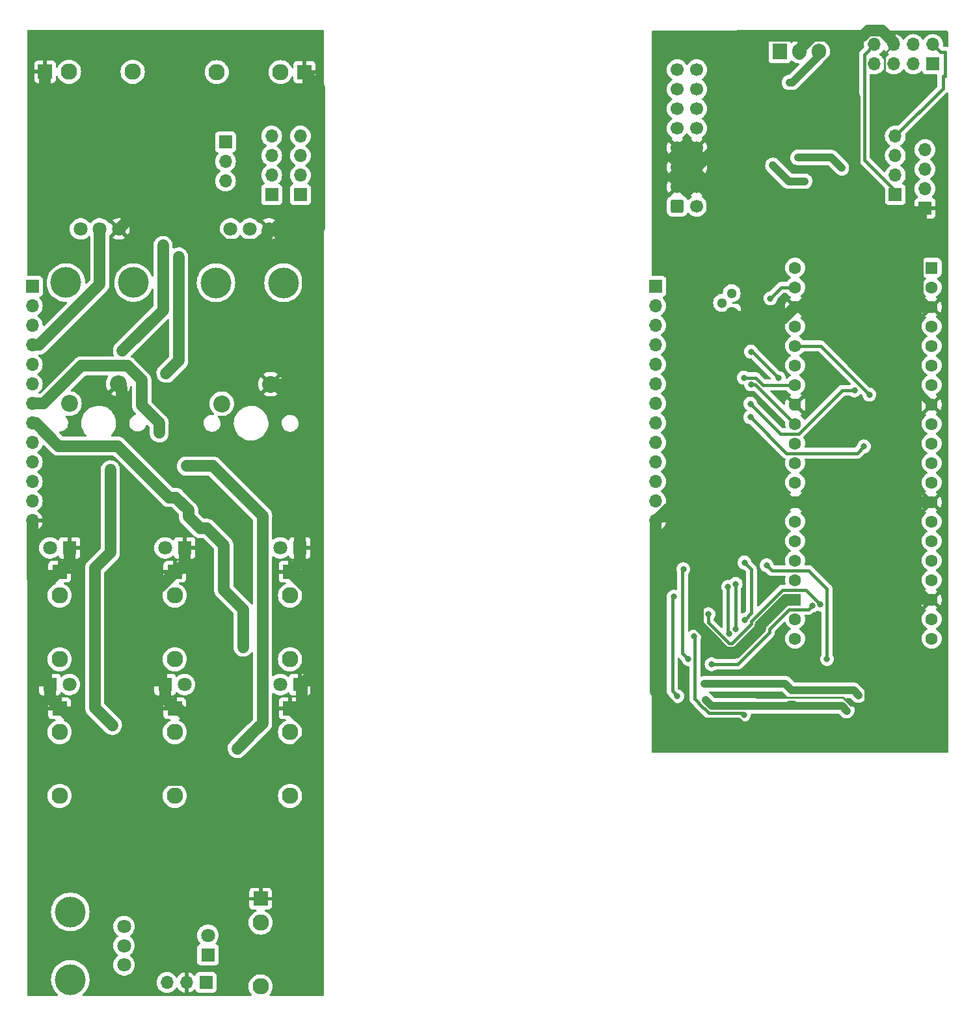
<source format=gbr>
%TF.GenerationSoftware,KiCad,Pcbnew,7.0.9*%
%TF.CreationDate,2023-11-30T20:57:27+01:00*%
%TF.ProjectId,euroPI-kicad_surfacemount_discretes_and_ics,6575726f-5049-42d6-9b69-6361645f7375,rev?*%
%TF.SameCoordinates,Original*%
%TF.FileFunction,Copper,L2,Bot*%
%TF.FilePolarity,Positive*%
%FSLAX46Y46*%
G04 Gerber Fmt 4.6, Leading zero omitted, Abs format (unit mm)*
G04 Created by KiCad (PCBNEW 7.0.9) date 2023-11-30 20:57:27*
%MOMM*%
%LPD*%
G01*
G04 APERTURE LIST*
G04 Aperture macros list*
%AMRoundRect*
0 Rectangle with rounded corners*
0 $1 Rounding radius*
0 $2 $3 $4 $5 $6 $7 $8 $9 X,Y pos of 4 corners*
0 Add a 4 corners polygon primitive as box body*
4,1,4,$2,$3,$4,$5,$6,$7,$8,$9,$2,$3,0*
0 Add four circle primitives for the rounded corners*
1,1,$1+$1,$2,$3*
1,1,$1+$1,$4,$5*
1,1,$1+$1,$6,$7*
1,1,$1+$1,$8,$9*
0 Add four rect primitives between the rounded corners*
20,1,$1+$1,$2,$3,$4,$5,0*
20,1,$1+$1,$4,$5,$6,$7,0*
20,1,$1+$1,$6,$7,$8,$9,0*
20,1,$1+$1,$8,$9,$2,$3,0*%
%AMFreePoly0*
4,1,28,0.605014,0.794986,0.644504,0.794986,0.724698,0.756366,0.780194,0.686777,0.800000,0.600000,0.800000,-0.600000,0.780194,-0.686777,0.724698,-0.756366,0.644504,-0.794986,0.605014,-0.794986,0.600000,-0.800000,0.000000,-0.800000,-0.178017,-0.779942,-0.347107,-0.720775,-0.498792,-0.625465,-0.625465,-0.498792,-0.720775,-0.347107,-0.779942,-0.178017,-0.800000,0.000000,-0.779942,0.178017,
-0.720775,0.347107,-0.625465,0.498792,-0.498792,0.625465,-0.347107,0.720775,-0.178017,0.779942,0.000000,0.800000,0.600000,0.800000,0.605014,0.794986,0.605014,0.794986,$1*%
%AMFreePoly1*
4,1,28,0.178017,0.779942,0.347107,0.720775,0.498792,0.625465,0.625465,0.498792,0.720775,0.347107,0.779942,0.178017,0.800000,0.000000,0.779942,-0.178017,0.720775,-0.347107,0.625465,-0.498792,0.498792,-0.625465,0.347107,-0.720775,0.178017,-0.779942,0.000000,-0.800000,-0.600000,-0.800000,-0.605014,-0.794986,-0.644504,-0.794986,-0.724698,-0.756366,-0.780194,-0.686777,-0.800000,-0.600000,
-0.800000,0.600000,-0.780194,0.686777,-0.724698,0.756366,-0.644504,0.794986,-0.605014,0.794986,-0.600000,0.800000,0.000000,0.800000,0.178017,0.779942,0.178017,0.779942,$1*%
G04 Aperture macros list end*
%TA.AperFunction,ComponentPad*%
%ADD10R,1.830000X1.930000*%
%TD*%
%TA.AperFunction,ComponentPad*%
%ADD11C,2.130000*%
%TD*%
%TA.AperFunction,ComponentPad*%
%ADD12R,1.930000X1.830000*%
%TD*%
%TA.AperFunction,ComponentPad*%
%ADD13R,1.800000X1.800000*%
%TD*%
%TA.AperFunction,ComponentPad*%
%ADD14C,1.800000*%
%TD*%
%TA.AperFunction,WasherPad*%
%ADD15C,4.000000*%
%TD*%
%TA.AperFunction,ComponentPad*%
%ADD16C,2.200000*%
%TD*%
%TA.AperFunction,ComponentPad*%
%ADD17R,1.700000X1.700000*%
%TD*%
%TA.AperFunction,ComponentPad*%
%ADD18O,1.700000X1.700000*%
%TD*%
%TA.AperFunction,ComponentPad*%
%ADD19R,1.300000X1.300000*%
%TD*%
%TA.AperFunction,ComponentPad*%
%ADD20C,1.300000*%
%TD*%
%TA.AperFunction,ComponentPad*%
%ADD21RoundRect,0.200000X0.600000X0.600000X-0.600000X0.600000X-0.600000X-0.600000X0.600000X-0.600000X0*%
%TD*%
%TA.AperFunction,ComponentPad*%
%ADD22C,1.600000*%
%TD*%
%TA.AperFunction,ComponentPad*%
%ADD23FreePoly0,180.000000*%
%TD*%
%TA.AperFunction,ComponentPad*%
%ADD24FreePoly1,180.000000*%
%TD*%
%TA.AperFunction,ComponentPad*%
%ADD25RoundRect,0.250000X-0.600000X-0.600000X0.600000X-0.600000X0.600000X0.600000X-0.600000X0.600000X0*%
%TD*%
%TA.AperFunction,ComponentPad*%
%ADD26C,1.700000*%
%TD*%
%TA.AperFunction,ComponentPad*%
%ADD27R,1.905000X2.000000*%
%TD*%
%TA.AperFunction,ComponentPad*%
%ADD28O,1.905000X2.000000*%
%TD*%
%TA.AperFunction,ViaPad*%
%ADD29C,0.800000*%
%TD*%
%TA.AperFunction,ViaPad*%
%ADD30C,1.000000*%
%TD*%
%TA.AperFunction,Conductor*%
%ADD31C,0.250000*%
%TD*%
%TA.AperFunction,Conductor*%
%ADD32C,1.000000*%
%TD*%
%TA.AperFunction,Conductor*%
%ADD33C,0.400000*%
%TD*%
%TA.AperFunction,Conductor*%
%ADD34C,1.500000*%
%TD*%
G04 APERTURE END LIST*
D10*
%TO.P,J8,S*%
%TO.N,I2C_GND*%
X84720648Y-32140000D03*
D11*
%TO.P,J8,T*%
%TO.N,Net-(J8-PadT)*%
X96120648Y-32140000D03*
%TO.P,J8,TN*%
%TO.N,unconnected-(J8-PadTN)*%
X87820648Y-32140000D03*
%TD*%
D12*
%TO.P,J4,S*%
%TO.N,I2C_GND*%
X86614000Y-114974000D03*
D11*
%TO.P,J4,T*%
%TO.N,Net-(J4-PadT)*%
X86614000Y-126374000D03*
%TO.P,J4,TN*%
%TO.N,unconnected-(J4-PadTN)*%
X86614000Y-118074000D03*
%TD*%
D13*
%TO.P,LED6,1,K*%
%TO.N,I2C_GND*%
X117872648Y-111896000D03*
D14*
%TO.P,LED6,2,A*%
%TO.N,Net-(LED6-A)*%
X115332648Y-111896000D03*
%TD*%
D15*
%TO.P,VR3,*%
%TO.N,*%
X87996000Y-150278000D03*
X87996000Y-141478000D03*
D14*
%TO.P,VR3,1,1*%
%TO.N,Net-(U3-THR)*%
X94996000Y-143378000D03*
%TO.P,VR3,2,2*%
%TO.N,Net-(U3-DIS)*%
X94996000Y-145878000D03*
%TO.P,VR3,3,3*%
X94996000Y-148378000D03*
%TD*%
D12*
%TO.P,J2,S*%
%TO.N,I2C_GND*%
X101605824Y-97194000D03*
D11*
%TO.P,J2,T*%
%TO.N,Net-(J2-PadT)*%
X101605824Y-108594000D03*
%TO.P,J2,TN*%
%TO.N,unconnected-(J2-PadTN)*%
X101605824Y-100294000D03*
%TD*%
D16*
%TO.P,SW2,1,1*%
%TO.N,I2C_GND*%
X94234000Y-72780000D03*
%TO.P,SW2,2,2*%
%TO.N,Net-(R19-Pad2)*%
X87884000Y-75320000D03*
%TD*%
D10*
%TO.P,J7,S*%
%TO.N,I2C_GND*%
X118461000Y-32190800D03*
D11*
%TO.P,J7,T*%
%TO.N,Net-(J7-PadT)*%
X107061000Y-32190800D03*
%TO.P,J7,TN*%
%TO.N,unconnected-(J7-PadTN)*%
X115361000Y-32190800D03*
%TD*%
D12*
%TO.P,J1,S*%
%TO.N,I2C_GND*%
X86614000Y-97194000D03*
D11*
%TO.P,J1,T*%
%TO.N,Net-(J1-PadT)*%
X86614000Y-108594000D03*
%TO.P,J1,TN*%
%TO.N,unconnected-(J1-PadTN)*%
X86614000Y-100294000D03*
%TD*%
D12*
%TO.P,J20,S*%
%TO.N,I2C_GND*%
X112776707Y-139771293D03*
D11*
%TO.P,J20,T*%
%TO.N,Net-(C18-Pad1)*%
X112776707Y-151171293D03*
%TO.P,J20,TN*%
%TO.N,unconnected-(J20-PadTN)*%
X112776707Y-142871293D03*
%TD*%
D17*
%TO.P,J11,1,Pin_1*%
%TO.N,CJD*%
X164211000Y-60071000D03*
D18*
%TO.P,J11,2,Pin_2*%
%TO.N,CJA*%
X164211000Y-62611000D03*
%TO.P,J11,3,Pin_3*%
%TO.N,CK1*%
X164211000Y-65151000D03*
%TO.P,J11,4,Pin_4*%
%TO.N,CK2*%
X164211000Y-67691000D03*
%TO.P,J11,5,Pin_5*%
%TO.N,CS1*%
X164211000Y-70231000D03*
%TO.P,J11,6,Pin_6*%
%TO.N,CS2*%
X164211000Y-72771000D03*
%TO.P,J11,7,Pin_7*%
%TO.N,CJ6*%
X164211000Y-75311000D03*
%TO.P,J11,8,Pin_8*%
%TO.N,CJ5*%
X164211000Y-77851000D03*
%TO.P,J11,9,Pin_9*%
%TO.N,CJ4*%
X164211000Y-80391000D03*
%TO.P,J11,10,Pin_10*%
%TO.N,CJ3*%
X164211000Y-82931000D03*
%TO.P,J11,11,Pin_11*%
%TO.N,CJ2*%
X164211000Y-85471000D03*
%TO.P,J11,12,Pin_12*%
%TO.N,CJ1*%
X164211000Y-88011000D03*
%TO.P,J11,13,Pin_13*%
%TO.N,I2C_GND*%
X164211000Y-90551000D03*
%TD*%
D13*
%TO.P,LED5,1,K*%
%TO.N,I2C_GND*%
X100330824Y-111896000D03*
D14*
%TO.P,LED5,2,A*%
%TO.N,Net-(LED5-A)*%
X102870824Y-111896000D03*
%TD*%
D12*
%TO.P,J3,S*%
%TO.N,I2C_GND*%
X116597648Y-97194000D03*
D11*
%TO.P,J3,T*%
%TO.N,Net-(J3-PadT)*%
X116597648Y-108594000D03*
%TO.P,J3,TN*%
%TO.N,unconnected-(J3-PadTN)*%
X116597648Y-100294000D03*
%TD*%
D13*
%TO.P,LED7,1,K*%
%TO.N,Net-(LED7-K)*%
X105918000Y-147066000D03*
D14*
%TO.P,LED7,2,A*%
%TO.N,Net-(LED7-A)*%
X105918000Y-144526000D03*
%TD*%
D17*
%TO.P,J18,1,Pin_1*%
%TO.N,TPH SCL {slash} CPC GND*%
X195389500Y-48133000D03*
D18*
%TO.P,J18,2,Pin_2*%
%TO.N,TPH SDA {slash} CPC VCC*%
X195389500Y-45593000D03*
%TO.P,J18,3,Pin_3*%
%TO.N,TPH GND {slash} CPC SCL*%
X195389500Y-43053000D03*
%TO.P,J18,4,Pin_4*%
%TO.N,TPH VCC {slash} CPC SDA*%
X195389500Y-40513000D03*
%TD*%
D19*
%TO.P,Q1,1,E*%
%TO.N,I2C_GND*%
X174096000Y-63500000D03*
D20*
%TO.P,Q1,2,B*%
%TO.N,CJD*%
X172826000Y-62230000D03*
%TO.P,Q1,3,C*%
%TO.N,GP22*%
X174096000Y-60960000D03*
%TD*%
D16*
%TO.P,SW1,1,1*%
%TO.N,I2C_GND*%
X114071400Y-72805400D03*
%TO.P,SW1,2,2*%
%TO.N,Net-(R20-Pad2)*%
X107721400Y-75345400D03*
%TD*%
D12*
%TO.P,J5,S*%
%TO.N,I2C_GND*%
X101605824Y-114974000D03*
D11*
%TO.P,J5,T*%
%TO.N,Net-(J5-PadT)*%
X101605824Y-126374000D03*
%TO.P,J5,TN*%
%TO.N,unconnected-(J5-PadTN)*%
X101605824Y-118074000D03*
%TD*%
D15*
%TO.P,VR1,*%
%TO.N,*%
X115759400Y-59597400D03*
X106959400Y-59597400D03*
D14*
%TO.P,VR1,1,1*%
%TO.N,I2C_VCC*%
X108859400Y-52597400D03*
%TO.P,VR1,2,2*%
%TO.N,CK1*%
X111359400Y-52597400D03*
%TO.P,VR1,3,3*%
%TO.N,I2C_GND*%
X113859400Y-52597400D03*
%TD*%
D13*
%TO.P,LED2,1,K*%
%TO.N,I2C_GND*%
X102880824Y-94116000D03*
D14*
%TO.P,LED2,2,A*%
%TO.N,Net-(LED2-A)*%
X100340824Y-94116000D03*
%TD*%
D15*
%TO.P,VR2,*%
%TO.N,*%
X96232648Y-59587000D03*
X87432648Y-59587000D03*
D14*
%TO.P,VR2,1,1*%
%TO.N,I2C_VCC*%
X89332648Y-52587000D03*
%TO.P,VR2,2,2*%
%TO.N,CK2*%
X91832648Y-52587000D03*
%TO.P,VR2,3,3*%
%TO.N,I2C_GND*%
X94332648Y-52587000D03*
%TD*%
D13*
%TO.P,LED4,1,K*%
%TO.N,I2C_GND*%
X85339000Y-111896000D03*
D14*
%TO.P,LED4,2,A*%
%TO.N,Net-(LED4-A)*%
X87879000Y-111896000D03*
%TD*%
D17*
%TO.P,J12,1,Pin_1*%
%TO.N,TPH SCL {slash} CPC GND*%
X117957600Y-48142000D03*
D18*
%TO.P,J12,2,Pin_2*%
%TO.N,TPH SDA {slash} CPC VCC*%
X117957600Y-45602000D03*
%TO.P,J12,3,Pin_3*%
%TO.N,TPH GND {slash} CPC SCL*%
X117957600Y-43062000D03*
%TO.P,J12,4,Pin_4*%
%TO.N,TPH VCC {slash} CPC SDA*%
X117957600Y-40522000D03*
%TD*%
D12*
%TO.P,J6,S*%
%TO.N,I2C_GND*%
X116597648Y-114974000D03*
D11*
%TO.P,J6,T*%
%TO.N,Net-(J6-PadT)*%
X116597648Y-126374000D03*
%TO.P,J6,TN*%
%TO.N,unconnected-(J6-PadTN)*%
X116597648Y-118074000D03*
%TD*%
D13*
%TO.P,LED3,1,K*%
%TO.N,I2C_GND*%
X117872648Y-94116000D03*
D14*
%TO.P,LED3,2,A*%
%TO.N,Net-(LED3-A)*%
X115332648Y-94116000D03*
%TD*%
D13*
%TO.P,LED1,1,K*%
%TO.N,I2C_GND*%
X87889000Y-94116000D03*
D14*
%TO.P,LED1,2,A*%
%TO.N,Net-(LED1-A)*%
X85349000Y-94116000D03*
%TD*%
D17*
%TO.P,J14,1,Pin_1*%
%TO.N,TPH VCC {slash} CPC SDA*%
X108204000Y-41284000D03*
D18*
%TO.P,J14,2,Pin_2*%
%TO.N,I2C_VCC*%
X108204000Y-43824000D03*
%TO.P,J14,3,Pin_3*%
%TO.N,TPH SDA {slash} CPC VCC*%
X108204000Y-46364000D03*
%TD*%
D17*
%TO.P,J16,1,Pin_1*%
%TO.N,GP1*%
X200279000Y-31140400D03*
D18*
%TO.P,J16,2,Pin_2*%
%TO.N,TPH GND {slash} CPC SCL*%
X197739000Y-31140400D03*
%TO.P,J16,3,Pin_3*%
%TO.N,TPH SDA {slash} CPC VCC*%
X195199000Y-31140400D03*
%TO.P,J16,4,Pin_4*%
%TO.N,I2C_VCC*%
X192659000Y-31140400D03*
%TO.P,J16,5,Pin_5*%
%TO.N,TPH VCC {slash} CPC SDA*%
X200279000Y-28600400D03*
%TO.P,J16,6,Pin_6*%
%TO.N,GP0*%
X197739000Y-28600400D03*
%TO.P,J16,7,Pin_7*%
%TO.N,I2C_GND*%
X195199000Y-28600400D03*
%TO.P,J16,8,Pin_8*%
%TO.N,TPH SCL {slash} CPC GND*%
X192659000Y-28600400D03*
%TD*%
D17*
%TO.P,J15,1,Pin_1*%
%TO.N,I2C_GND*%
X199263000Y-49911000D03*
D18*
%TO.P,J15,2,Pin_2*%
%TO.N,I2C_VCC*%
X199263000Y-47371000D03*
%TO.P,J15,3,Pin_3*%
%TO.N,GP3*%
X199263000Y-44831000D03*
%TO.P,J15,4,Pin_4*%
%TO.N,GP2*%
X199263000Y-42291000D03*
%TD*%
D21*
%TO.P,U2,1,GP0*%
%TO.N,GP0*%
X200119000Y-57658000D03*
D22*
%TO.P,U2,2,GP1*%
%TO.N,GP1*%
X200119000Y-60198000D03*
D23*
%TO.P,U2,3,GND*%
%TO.N,I2C_GND*%
X200119000Y-62738000D03*
D22*
%TO.P,U2,4,GP2*%
%TO.N,GP2*%
X200119000Y-65278000D03*
%TO.P,U2,5,GP3*%
%TO.N,GP3*%
X200119000Y-67818000D03*
%TO.P,U2,6,GP4*%
%TO.N,CS1*%
X200119000Y-70358000D03*
%TO.P,U2,7,GP5*%
%TO.N,CS2*%
X200119000Y-72898000D03*
D23*
%TO.P,U2,8,GND*%
%TO.N,I2C_GND*%
X200119000Y-75438000D03*
D22*
%TO.P,U2,9,GP6*%
%TO.N,unconnected-(U2-GP6-Pad9)*%
X200119000Y-77978000D03*
%TO.P,U2,10,GP7*%
%TO.N,unconnected-(U2-GP7-Pad10)*%
X200119000Y-80518000D03*
%TO.P,U2,11,GP8*%
%TO.N,unconnected-(U2-GP8-Pad11)*%
X200119000Y-83058000D03*
%TO.P,U2,12,GP9*%
%TO.N,unconnected-(U2-GP9-Pad12)*%
X200119000Y-85598000D03*
D23*
%TO.P,U2,13,GND*%
%TO.N,I2C_GND*%
X200119000Y-88138000D03*
D22*
%TO.P,U2,14,GP10*%
%TO.N,unconnected-(U2-GP10-Pad14)*%
X200119000Y-90678000D03*
%TO.P,U2,15,GP11*%
%TO.N,unconnected-(U2-GP11-Pad15)*%
X200119000Y-93218000D03*
%TO.P,U2,16,GP12*%
%TO.N,unconnected-(U2-GP12-Pad16)*%
X200119000Y-95758000D03*
%TO.P,U2,17,GP13*%
%TO.N,unconnected-(U2-GP13-Pad17)*%
X200119000Y-98298000D03*
D23*
%TO.P,U2,18,GND*%
%TO.N,I2C_GND*%
X200119000Y-100838000D03*
D22*
%TO.P,U2,19,GP14*%
%TO.N,unconnected-(U2-GP14-Pad19)*%
X200119000Y-103378000D03*
%TO.P,U2,20,GP15*%
%TO.N,unconnected-(U2-GP15-Pad20)*%
X200119000Y-105918000D03*
%TO.P,U2,21,GP16*%
%TO.N,GP16*%
X182339000Y-105918000D03*
%TO.P,U2,22,GP17*%
%TO.N,GP17*%
X182339000Y-103378000D03*
D24*
%TO.P,U2,23,GND*%
%TO.N,I2C_GND*%
X182339000Y-100838000D03*
D22*
%TO.P,U2,24,GP18*%
%TO.N,GP18*%
X182339000Y-98298000D03*
%TO.P,U2,25,GP19*%
%TO.N,GP19*%
X182339000Y-95758000D03*
%TO.P,U2,26,GP20*%
%TO.N,GP20*%
X182339000Y-93218000D03*
%TO.P,U2,27,GP21*%
%TO.N,GP21*%
X182339000Y-90678000D03*
D24*
%TO.P,U2,28,GND*%
%TO.N,I2C_GND*%
X182339000Y-88138000D03*
D22*
%TO.P,U2,29,GP22*%
%TO.N,GP22*%
X182339000Y-85598000D03*
%TO.P,U2,30,RUN*%
%TO.N,unconnected-(U2-RUN-Pad30)*%
X182339000Y-83058000D03*
%TO.P,U2,31,GP26*%
%TO.N,GP26*%
X182339000Y-80518000D03*
%TO.P,U2,32,GP27*%
%TO.N,CK1*%
X182339000Y-77978000D03*
D24*
%TO.P,U2,33,GND*%
%TO.N,I2C_GND*%
X182339000Y-75438000D03*
D22*
%TO.P,U2,34,GP28*%
%TO.N,CK2*%
X182339000Y-72898000D03*
%TO.P,U2,35,ADC_VREF*%
%TO.N,unconnected-(U2-ADC_VREF-Pad35)*%
X182339000Y-70358000D03*
%TO.P,U2,36,3V3*%
%TO.N,I2C_VCC*%
X182339000Y-67818000D03*
%TO.P,U2,37,3V3_EN*%
%TO.N,unconnected-(U2-3V3_EN-Pad37)*%
X182339000Y-65278000D03*
D24*
%TO.P,U2,38,GND*%
%TO.N,I2C_GND*%
X182339000Y-62738000D03*
D22*
%TO.P,U2,39,VSYS*%
%TO.N,Net-(D2-K)*%
X182339000Y-60198000D03*
%TO.P,U2,40,VBUS*%
%TO.N,unconnected-(U2-VBUS-Pad40)*%
X182339000Y-57658000D03*
%TD*%
D17*
%TO.P,J21,1,Pin_1*%
%TO.N,~*%
X105664000Y-150664000D03*
D18*
%TO.P,J21,2,Pin_2*%
%TO.N,I2C_GND*%
X103124000Y-150664000D03*
%TO.P,J21,3,Pin_3*%
%TO.N,+5V*%
X100584000Y-150664000D03*
%TD*%
D17*
%TO.P,J19,1,Pin_1*%
%TO.N,TPH SCL {slash} CPC GND*%
X114211500Y-48142000D03*
D18*
%TO.P,J19,2,Pin_2*%
%TO.N,TPH SDA {slash} CPC VCC*%
X114211500Y-45602000D03*
%TO.P,J19,3,Pin_3*%
%TO.N,TPH GND {slash} CPC SCL*%
X114211500Y-43062000D03*
%TO.P,J19,4,Pin_4*%
%TO.N,TPH VCC {slash} CPC SDA*%
X114211500Y-40522000D03*
%TD*%
D17*
%TO.P,J17,1,Pin_1*%
%TO.N,CJD*%
X83058000Y-60080000D03*
D18*
%TO.P,J17,2,Pin_2*%
%TO.N,CJA*%
X83058000Y-62620000D03*
%TO.P,J17,3,Pin_3*%
%TO.N,CK1*%
X83058000Y-65160000D03*
%TO.P,J17,4,Pin_4*%
%TO.N,CK2*%
X83058000Y-67700000D03*
%TO.P,J17,5,Pin_5*%
%TO.N,CS1*%
X83058000Y-70240000D03*
%TO.P,J17,6,Pin_6*%
%TO.N,CS2*%
X83058000Y-72780000D03*
%TO.P,J17,7,Pin_7*%
%TO.N,CJ6*%
X83058000Y-75320000D03*
%TO.P,J17,8,Pin_8*%
%TO.N,CJ5*%
X83058000Y-77860000D03*
%TO.P,J17,9,Pin_9*%
%TO.N,CJ4*%
X83058000Y-80400000D03*
%TO.P,J17,10,Pin_10*%
%TO.N,CJ3*%
X83058000Y-82940000D03*
%TO.P,J17,11,Pin_11*%
%TO.N,CJ2*%
X83058000Y-85480000D03*
%TO.P,J17,12,Pin_12*%
%TO.N,CJ1*%
X83058000Y-88020000D03*
%TO.P,J17,13,Pin_13*%
%TO.N,I2C_GND*%
X83058000Y-90560000D03*
%TD*%
D25*
%TO.P,J10,1,Pin_1*%
%TO.N,Net-(D3-K)*%
X167005000Y-49657000D03*
D26*
%TO.P,J10,2,Pin_2*%
X169545000Y-49657000D03*
%TO.P,J10,3,Pin_3*%
%TO.N,I2C_GND*%
X167005000Y-47117000D03*
%TO.P,J10,4,Pin_4*%
X169545000Y-47117000D03*
%TO.P,J10,5,Pin_5*%
X167005000Y-44577000D03*
%TO.P,J10,6,Pin_6*%
X169545000Y-44577000D03*
%TO.P,J10,7,Pin_7*%
X167005000Y-42037000D03*
%TO.P,J10,8,Pin_8*%
X169545000Y-42037000D03*
%TO.P,J10,9,Pin_9*%
%TO.N,Net-(D4-A)*%
X167005000Y-39497000D03*
%TO.P,J10,10,Pin_10*%
X169545000Y-39497000D03*
%TO.P,J10,11,Pin_11*%
%TO.N,+5V*%
X167005000Y-36957000D03*
%TO.P,J10,12,Pin_12*%
X169545000Y-36957000D03*
%TO.P,J10,13,Pin_13*%
%TO.N,Net-(J10-Pin_13)*%
X167005000Y-34417000D03*
%TO.P,J10,14,Pin_14*%
X169545000Y-34417000D03*
%TO.P,J10,15,Pin_15*%
%TO.N,Net-(J10-Pin_15)*%
X167005000Y-31877000D03*
%TO.P,J10,16,Pin_16*%
X169545000Y-31877000D03*
%TD*%
D27*
%TO.P,U1,1,IN*%
%TO.N,~*%
X180340000Y-29535000D03*
D28*
%TO.P,U1,2,GND*%
%TO.N,I2C_GND*%
X182880000Y-29535000D03*
%TO.P,U1,3,OUT*%
%TO.N,+5V*%
X185420000Y-29535000D03*
%TD*%
D29*
%TO.N,-12V*%
X183596544Y-46395490D03*
X179456116Y-44328116D03*
X190627000Y-113281332D03*
X181915000Y-112649000D03*
X170562311Y-111780512D03*
%TO.N,Net-(O3D-+)*%
X185637000Y-101473000D03*
X171053000Y-102743000D03*
%TO.N,Net-(O3C-+)*%
X171472709Y-109250791D03*
X184574294Y-101612377D03*
%TO.N,Net-(D2-K)*%
X179120800Y-61645800D03*
%TO.N,Net-(O5C--)*%
X175790101Y-103465982D03*
X175768000Y-96012000D03*
%TO.N,Net-(O5D--)*%
X174597996Y-98802314D03*
X174590546Y-104669885D03*
%TO.N,Net-(R19-Pad2)*%
X102108000Y-56261000D03*
D30*
X100461500Y-71378500D03*
D29*
%TO.N,CK1*%
X176613473Y-72811014D03*
%TO.N,CK2*%
X175666400Y-71961014D03*
%TO.N,CJ1*%
X167005000Y-113411000D03*
X166551000Y-100457000D03*
%TO.N,CJ2*%
X175681383Y-115831000D03*
X169198522Y-105641478D03*
%TO.N,CJ3*%
X186487000Y-108585000D03*
X178638720Y-96374720D03*
%TO.N,CJ4*%
X168453000Y-108585000D03*
D30*
X93218000Y-83956000D03*
D29*
X93472000Y-117201000D03*
X167797000Y-96898985D03*
%TO.N,CJ5*%
X107968000Y-99573138D03*
X110507987Y-107023013D03*
D30*
%TO.N,CJ6*%
X99568000Y-79130000D03*
D29*
X173718057Y-105281975D03*
X109739648Y-120015000D03*
D30*
X103124000Y-83448000D03*
D29*
X173621000Y-99187000D03*
%TO.N,CJA*%
X176618826Y-68580000D03*
X180225592Y-72015296D03*
%TO.N,CS2*%
X100069648Y-54764000D03*
X191312984Y-80899000D03*
X176523000Y-77103562D03*
D30*
X94804634Y-68430000D03*
D29*
%TO.N,CS1*%
X190073000Y-73596770D03*
X176523000Y-75351014D03*
%TO.N,I2C_VCC*%
X192024000Y-74168000D03*
%TO.N,I2C_GND*%
X184185000Y-49241000D03*
X191059000Y-109855000D03*
X168783000Y-92583000D03*
X196977000Y-73914000D03*
X182929000Y-117983000D03*
X176403000Y-88138000D03*
X186641500Y-32052500D03*
X166852600Y-56642000D03*
X171069000Y-89027000D03*
%TO.N,+5V*%
X181610000Y-33528000D03*
%TO.N,~*%
X170739000Y-113919000D03*
X182713000Y-43307000D03*
X188425821Y-44657380D03*
X181604003Y-114481509D03*
X189103000Y-115316000D03*
%TD*%
D31*
%TO.N,I2C_GND*%
X177292000Y-113538000D02*
X177038000Y-113284000D01*
X188562436Y-113538000D02*
X177292000Y-113538000D01*
X189588202Y-114563766D02*
X188562436Y-113538000D01*
X191877000Y-114563766D02*
X189588202Y-114563766D01*
D32*
X188457766Y-117983000D02*
X182929000Y-117983000D01*
X191877000Y-114563766D02*
X188457766Y-117983000D01*
X191877000Y-110673000D02*
X191877000Y-114563766D01*
X191059000Y-109855000D02*
X191877000Y-110673000D01*
%TO.N,-12V*%
X189994668Y-112649000D02*
X190627000Y-113281332D01*
X181915000Y-112649000D02*
X189994668Y-112649000D01*
D33*
%TO.N,~*%
X181866115Y-114219397D02*
X181882096Y-114219397D01*
D32*
X182343700Y-114681000D02*
X182144209Y-114481509D01*
X182144209Y-114481509D02*
X181604003Y-114481509D01*
D33*
X181604003Y-114481509D02*
X181866115Y-114219397D01*
D32*
X171501000Y-114681000D02*
X170739000Y-113919000D01*
X182343700Y-114681000D02*
X171501000Y-114681000D01*
D34*
%TO.N,I2C_GND*%
X164211000Y-112790000D02*
X164211000Y-90551000D01*
X168398000Y-116977000D02*
X164211000Y-112790000D01*
X174847484Y-116977000D02*
X168398000Y-116977000D01*
X175853484Y-117983000D02*
X174847484Y-116977000D01*
X180580000Y-117983000D02*
X175853484Y-117983000D01*
D33*
%TO.N,CJ2*%
X171107498Y-115631000D02*
X175481383Y-115631000D01*
X169789000Y-114312503D02*
X171107498Y-115631000D01*
X169789000Y-114236082D02*
X169789000Y-114312503D01*
X169303000Y-105745956D02*
X169303000Y-113750082D01*
X169198522Y-105641478D02*
X169303000Y-105745956D01*
X175481383Y-115631000D02*
X175681383Y-115831000D01*
X169303000Y-113750082D02*
X169789000Y-114236082D01*
D32*
%TO.N,~*%
X188468000Y-114681000D02*
X189103000Y-115316000D01*
X182343700Y-114681000D02*
X188468000Y-114681000D01*
%TO.N,-12V*%
X181523490Y-46395490D02*
X183596544Y-46395490D01*
X181046512Y-111780512D02*
X170562311Y-111780512D01*
X179456116Y-44328116D02*
X181523490Y-46395490D01*
X181915000Y-112649000D02*
X181046512Y-111780512D01*
D33*
%TO.N,Net-(O3D-+)*%
X171053000Y-102743000D02*
X171053000Y-103819000D01*
X173753544Y-106519544D02*
X174107938Y-106519544D01*
X174107938Y-106519544D02*
X176608897Y-104018585D01*
X171053000Y-103819000D02*
X173753544Y-106519544D01*
X176636861Y-103636227D02*
X180690150Y-99582938D01*
X176636861Y-103814825D02*
X176636861Y-103636227D01*
X183746938Y-99582938D02*
X185637000Y-101473000D01*
X176608897Y-103842789D02*
X176636861Y-103814825D01*
X176608897Y-104018585D02*
X176608897Y-103842789D01*
X180690150Y-99582938D02*
X183746938Y-99582938D01*
%TO.N,Net-(O3C-+)*%
X181539200Y-102128000D02*
X184058671Y-102128000D01*
X174847003Y-109250791D02*
X179008897Y-105088897D01*
X179008897Y-105088897D02*
X179008897Y-104658303D01*
X179008897Y-104658303D02*
X181539200Y-102128000D01*
X171472709Y-109250791D02*
X174847003Y-109250791D01*
X184058671Y-102128000D02*
X184574294Y-101612377D01*
%TO.N,Net-(D2-K)*%
X180568600Y-60198000D02*
X179120800Y-61645800D01*
X182339000Y-60198000D02*
X180568600Y-60198000D01*
%TO.N,Net-(O5C--)*%
X176657000Y-96901000D02*
X176657000Y-102599083D01*
X175768000Y-96012000D02*
X176657000Y-96901000D01*
X176657000Y-102599083D02*
X175790101Y-103465982D01*
%TO.N,Net-(O5D--)*%
X174590546Y-104669885D02*
X174597996Y-104662435D01*
X174597996Y-104662435D02*
X174597996Y-98802314D01*
D34*
%TO.N,Net-(R19-Pad2)*%
X100461500Y-71378500D02*
X102108000Y-69732000D01*
X102108000Y-69732000D02*
X102108000Y-56261000D01*
D33*
%TO.N,CK1*%
X177172014Y-72811014D02*
X182339000Y-77978000D01*
X176613473Y-72811014D02*
X177172014Y-72811014D01*
D34*
%TO.N,CK2*%
X91832648Y-52587000D02*
X91832648Y-59783195D01*
D33*
X182339000Y-72898000D02*
X178178238Y-72898000D01*
D34*
X91832648Y-59783195D02*
X83915843Y-67700000D01*
X83915843Y-67700000D02*
X83058000Y-67700000D01*
D33*
X177241252Y-71961014D02*
X175666400Y-71961014D01*
X178178238Y-72898000D02*
X177241252Y-71961014D01*
%TO.N,CJ1*%
X167005000Y-113411000D02*
X166351000Y-112757000D01*
X166351000Y-112757000D02*
X166351000Y-100657000D01*
X166351000Y-100657000D02*
X166551000Y-100457000D01*
%TO.N,CJ3*%
X178638720Y-96374720D02*
X179312000Y-97048000D01*
X184124482Y-97048000D02*
X186487000Y-99410518D01*
X186487000Y-99410518D02*
X186487000Y-108585000D01*
X179312000Y-97048000D02*
X184124482Y-97048000D01*
D34*
%TO.N,CJ4*%
X93218000Y-84210000D02*
X93218000Y-83956000D01*
X93472000Y-117201000D02*
X91168000Y-114897000D01*
D33*
X167701000Y-107833000D02*
X168453000Y-108585000D01*
D34*
X91168000Y-96750138D02*
X93218000Y-94700138D01*
D33*
X167701000Y-96994985D02*
X167797000Y-96898985D01*
X167701000Y-101209000D02*
X167701000Y-96994985D01*
D34*
X91168000Y-114897000D02*
X91168000Y-96750138D01*
D33*
X167701000Y-101209000D02*
X167701000Y-107833000D01*
D34*
X93218000Y-94700138D02*
X93218000Y-84210000D01*
D33*
X167691000Y-101219000D02*
X167701000Y-101209000D01*
D34*
%TO.N,CJ5*%
X103396000Y-89202862D02*
X103396000Y-90070000D01*
X110507987Y-102113125D02*
X110507987Y-107023013D01*
X83487849Y-77860000D02*
X86487849Y-80860000D01*
X104902000Y-91576000D02*
X105798138Y-91576000D01*
X100838000Y-87546428D02*
X101739566Y-87546428D01*
X105798138Y-91576000D02*
X107968000Y-93745862D01*
X101739566Y-87546428D02*
X103396000Y-89202862D01*
X86487849Y-80860000D02*
X94151572Y-80860000D01*
X83058000Y-77860000D02*
X83487849Y-77860000D01*
X107968000Y-99573138D02*
X110507987Y-102113125D01*
X94151572Y-80860000D02*
X100838000Y-87546428D01*
X107968000Y-93745862D02*
X107968000Y-99573138D01*
X103396000Y-90070000D02*
X104902000Y-91576000D01*
%TO.N,CJ6*%
X113030000Y-116929638D02*
X112058814Y-117900824D01*
D33*
X173621000Y-99187000D02*
X173621000Y-105184918D01*
D34*
X112058814Y-117900824D02*
X112058824Y-117900824D01*
X95440000Y-70430000D02*
X97296000Y-72286000D01*
X83058000Y-75320000D02*
X84560598Y-75320000D01*
X113030000Y-89935214D02*
X113030000Y-116929638D01*
X103124000Y-83448000D02*
X106542786Y-83448000D01*
X97296000Y-72286000D02*
X97296000Y-75588000D01*
X112058824Y-117900824D02*
X109739648Y-120220000D01*
D33*
X173621000Y-105184918D02*
X173718057Y-105281975D01*
D34*
X97296000Y-75588000D02*
X99568000Y-77860000D01*
X89450598Y-70430000D02*
X95440000Y-70430000D01*
X99568000Y-77860000D02*
X99568000Y-79130000D01*
X106542786Y-83448000D02*
X113030000Y-89935214D01*
X84560598Y-75320000D02*
X89450598Y-70430000D01*
D33*
%TO.N,CJA*%
X176618826Y-68580000D02*
X176790296Y-68580000D01*
X176790296Y-68580000D02*
X180225592Y-72015296D01*
%TO.N,CS2*%
X181207438Y-81788000D02*
X190423984Y-81788000D01*
D34*
X100069648Y-54764000D02*
X100069648Y-63164986D01*
D33*
X176523000Y-77103562D02*
X181207438Y-81788000D01*
D34*
X100069648Y-63164986D02*
X94804634Y-68430000D01*
D33*
X190423984Y-81788000D02*
X191312984Y-80899000D01*
%TO.N,CS1*%
X188487997Y-73596770D02*
X190073000Y-73596770D01*
X180419986Y-79248000D02*
X182836767Y-79248000D01*
X182836767Y-79248000D02*
X188487997Y-73596770D01*
X176523000Y-75351014D02*
X180419986Y-79248000D01*
%TO.N,I2C_VCC*%
X185674000Y-67818000D02*
X182339000Y-67818000D01*
X192024000Y-74168000D02*
X185674000Y-67818000D01*
%TO.N,TPH VCC {slash} CPC SDA*%
X201829000Y-29590400D02*
X201829000Y-32690400D01*
X201579000Y-34323500D02*
X195389500Y-40513000D01*
X201829000Y-32690400D02*
X201579000Y-32690400D01*
X200279000Y-28600400D02*
X201269000Y-29590400D01*
X201579000Y-32690400D02*
X201579000Y-34323500D01*
X201269000Y-29590400D02*
X201829000Y-29590400D01*
%TO.N,TPH SCL {slash} CPC GND*%
X192659000Y-28600400D02*
X191359000Y-29900400D01*
X191359000Y-43611944D02*
X195389500Y-47642444D01*
X191359000Y-29900400D02*
X191359000Y-43611944D01*
D34*
%TO.N,I2C_GND*%
X94694000Y-73240000D02*
X94694000Y-78574000D01*
X101680095Y-97194000D02*
X98944648Y-99929447D01*
X85339000Y-111896000D02*
X85339000Y-113699000D01*
X118126648Y-111896000D02*
X119276296Y-110746352D01*
X197282000Y-74041000D02*
X197409000Y-73914000D01*
X86614000Y-97194000D02*
X87889000Y-95919000D01*
X169545000Y-44577000D02*
X174752000Y-39370000D01*
X186641500Y-32052500D02*
X186641500Y-31290500D01*
X188976000Y-28956000D02*
X188976000Y-27432000D01*
X84720648Y-36625000D02*
X84720648Y-32140000D01*
X83704648Y-110261648D02*
X83704648Y-99929447D01*
X119276296Y-110746352D02*
X119276296Y-99872648D01*
X191477969Y-111036029D02*
X191477969Y-93002031D01*
X112522000Y-54619000D02*
X108026642Y-54619000D01*
X169653000Y-104116056D02*
X169653000Y-93453000D01*
X120396000Y-34226352D02*
X118327648Y-32158000D01*
X174652779Y-107747959D02*
X173284903Y-107747959D01*
X174752000Y-39370000D02*
X174752000Y-27686000D01*
X105167648Y-124309000D02*
X105697648Y-124839000D01*
X174244000Y-64287400D02*
X174244000Y-63648000D01*
X177808897Y-104161247D02*
X177808897Y-104591841D01*
X169545000Y-47117000D02*
X167005000Y-47117000D01*
X198319000Y-61667000D02*
X199390000Y-62738000D01*
X118126648Y-111896000D02*
X118126648Y-116474648D01*
X170747081Y-47117000D02*
X171577000Y-47946919D01*
X107689648Y-122847000D02*
X107689648Y-120635743D01*
X193167000Y-88138000D02*
X194945000Y-86360000D01*
X120217000Y-52587000D02*
X120396000Y-52408000D01*
X198628000Y-50546000D02*
X199263000Y-49911000D01*
X168783000Y-89027000D02*
X168783000Y-92583000D01*
X83058000Y-98094095D02*
X84299000Y-99335095D01*
X168961000Y-62455453D02*
X168961000Y-58750400D01*
X186641500Y-32052500D02*
X190119000Y-35530000D01*
X112851944Y-124839000D02*
X119657296Y-118033648D01*
X171577000Y-47946919D02*
X171577000Y-51917600D01*
X171958000Y-88138000D02*
X171069000Y-89027000D01*
X169545000Y-47117000D02*
X170747081Y-47117000D01*
X169545000Y-44577000D02*
X169545000Y-47117000D01*
X85339000Y-111896000D02*
X83704648Y-110261648D01*
X195377000Y-86360000D02*
X195377000Y-74041000D01*
X84299000Y-99335095D02*
X86440095Y-97194000D01*
X85339000Y-113699000D02*
X86614000Y-114974000D01*
X117872648Y-111896000D02*
X118126648Y-111896000D01*
X100247648Y-123558000D02*
X100998648Y-124309000D01*
X188976000Y-27432000D02*
X191211104Y-27432000D01*
X119276296Y-99872648D02*
X116597648Y-97194000D01*
X83058000Y-90560000D02*
X83058000Y-98094095D01*
X170792947Y-64287400D02*
X168961000Y-62455453D01*
X118650000Y-81448000D02*
X118872000Y-81670000D01*
X118872000Y-81670000D02*
X118872000Y-76304366D01*
X182880000Y-50546000D02*
X184185000Y-49241000D01*
X190119000Y-50546000D02*
X198628000Y-50546000D01*
X117867648Y-82178000D02*
X117867648Y-94111000D01*
X118375648Y-81670000D02*
X117867648Y-82178000D01*
X182880000Y-50546000D02*
X190119000Y-50546000D01*
X120396000Y-52408000D02*
X120396000Y-34226352D01*
X94206415Y-123558000D02*
X100247648Y-123558000D01*
X173279000Y-88138000D02*
X176835000Y-88138000D01*
X198319000Y-50855000D02*
X198319000Y-61667000D01*
X170792947Y-64287400D02*
X174244000Y-64287400D01*
X169653000Y-93453000D02*
X168783000Y-92583000D01*
X171069000Y-89027000D02*
X168783000Y-89027000D01*
X171958000Y-88138000D02*
X173025000Y-88138000D01*
D31*
X195199000Y-28600400D02*
X193974000Y-29825400D01*
D34*
X171577000Y-51917600D02*
X166852600Y-56642000D01*
X178358800Y-55067200D02*
X168427400Y-55067200D01*
X97507648Y-49412000D02*
X94332648Y-52587000D01*
X101854000Y-97194000D02*
X102880824Y-96167176D01*
X168427400Y-55067200D02*
X166852600Y-56642000D01*
X168961000Y-60579000D02*
X168961000Y-73533000D01*
D32*
X196977000Y-73914000D02*
X198595000Y-73914000D01*
D34*
X182333415Y-62738000D02*
X182339000Y-62738000D01*
X101605824Y-114974000D02*
X102027905Y-114974000D01*
X105167648Y-124309000D02*
X100998648Y-124309000D01*
X199313938Y-100838000D02*
X191477969Y-93002031D01*
X191211104Y-27432000D02*
X191892704Y-26750400D01*
X182880000Y-29266248D02*
X184714248Y-27432000D01*
X175006000Y-27432000D02*
X184714248Y-27432000D01*
X200119000Y-100838000D02*
X199313938Y-100838000D01*
X115373034Y-72805400D02*
X114071400Y-72805400D01*
X168961000Y-58750400D02*
X166852600Y-56642000D01*
X180580000Y-117983000D02*
X187313998Y-117983000D01*
X186613938Y-88138000D02*
X193167000Y-88138000D01*
X186613938Y-88138000D02*
X182339000Y-88138000D01*
X191892704Y-26750400D02*
X193628400Y-26750400D01*
X105697648Y-124839000D02*
X112851944Y-124839000D01*
X169545000Y-44577000D02*
X167005000Y-44577000D01*
X193628400Y-26750400D02*
X195199000Y-28321000D01*
X94694000Y-78574000D02*
X97568000Y-81448000D01*
X167005000Y-44577000D02*
X167005000Y-42037000D01*
X167005000Y-42037000D02*
X169545000Y-42037000D01*
X180784015Y-64287400D02*
X182333415Y-62738000D01*
X184714248Y-27432000D02*
X188976000Y-27432000D01*
X199263000Y-49911000D02*
X198319000Y-50855000D01*
X181132144Y-100838000D02*
X177808897Y-104161247D01*
X195199000Y-28321000D02*
X195199000Y-28600400D01*
X86787905Y-114974000D02*
X91422000Y-119608095D01*
X108026642Y-54619000D02*
X102819642Y-49412000D01*
X182339000Y-62738000D02*
X200119000Y-62738000D01*
X102027905Y-114974000D02*
X107689648Y-120635743D01*
X190119000Y-35530000D02*
X190119000Y-50546000D01*
X94234000Y-72780000D02*
X94694000Y-73240000D01*
X97568000Y-81448000D02*
X118650000Y-81448000D01*
X169545000Y-44577000D02*
X169545000Y-42037000D01*
X105697648Y-124839000D02*
X107689648Y-122847000D01*
X182880000Y-29803752D02*
X182880000Y-29535000D01*
X168961000Y-73533000D02*
X173279000Y-77851000D01*
X98944648Y-110509824D02*
X100330824Y-111896000D01*
X113681648Y-53459352D02*
X112522000Y-54619000D01*
X91422000Y-120773585D02*
X94206415Y-123558000D01*
X174244000Y-64287400D02*
X180784015Y-64287400D01*
X100330824Y-113699000D02*
X101605824Y-114974000D01*
X120217000Y-52587000D02*
X113869800Y-52587000D01*
X117872648Y-94116000D02*
X117872648Y-95919000D01*
X173025000Y-88138000D02*
X173279000Y-87884000D01*
X182880000Y-29535000D02*
X182880000Y-29266248D01*
X173279000Y-87884000D02*
X173279000Y-88138000D01*
X195377000Y-74041000D02*
X197282000Y-74041000D01*
X102880824Y-96167176D02*
X102880824Y-94116000D01*
D31*
X193974000Y-33573000D02*
X194183000Y-33782000D01*
D34*
X182339000Y-88138000D02*
X176403000Y-88138000D01*
X186641500Y-31290500D02*
X188976000Y-28956000D01*
X177808897Y-104591841D02*
X174652779Y-107747959D01*
X117872648Y-95919000D02*
X116597648Y-97194000D01*
X119657296Y-118033648D02*
X118112472Y-116488824D01*
X165811296Y-89027000D02*
X164287296Y-90551000D01*
D32*
X198595000Y-73914000D02*
X200119000Y-75438000D01*
D34*
X83704648Y-99929447D02*
X84299000Y-99335095D01*
X180580000Y-117983000D02*
X182929000Y-117983000D01*
X118112472Y-116488824D02*
X116597648Y-114974000D01*
X199390000Y-62738000D02*
X200119000Y-62738000D01*
X174244000Y-63648000D02*
X174096000Y-63500000D01*
X182339000Y-100838000D02*
X181132144Y-100838000D01*
X118872000Y-76304366D02*
X118872000Y-52587000D01*
X97507648Y-49412000D02*
X84720648Y-36625000D01*
X168783000Y-89027000D02*
X165811296Y-89027000D01*
X173279000Y-77851000D02*
X173279000Y-87884000D01*
X102819642Y-49412000D02*
X97507648Y-49412000D01*
X100330824Y-111896000D02*
X100330824Y-113699000D01*
X118872000Y-52587000D02*
X120217000Y-52587000D01*
X174752000Y-27686000D02*
X175006000Y-27432000D01*
X118126648Y-116474648D02*
X118112472Y-116488824D01*
X113681648Y-52774006D02*
X113681648Y-53459352D01*
X191477969Y-93002031D02*
X186613938Y-88138000D01*
X173284903Y-107747959D02*
X169653000Y-104116056D01*
X182880000Y-50546000D02*
X178358800Y-55067200D01*
X91422000Y-119608095D02*
X91422000Y-120773585D01*
X87889000Y-95919000D02*
X87889000Y-94116000D01*
D31*
X193974000Y-29825400D02*
X193974000Y-33573000D01*
D34*
X98944648Y-99929447D02*
X98944648Y-110509824D01*
X193167000Y-88138000D02*
X200119000Y-88138000D01*
X118872000Y-76304366D02*
X115373034Y-72805400D01*
X167005000Y-47117000D02*
X167005000Y-42037000D01*
D32*
%TO.N,+5V*%
X181991000Y-33528000D02*
X185420000Y-30099000D01*
X185420000Y-30099000D02*
X185420000Y-29535000D01*
X181610000Y-33528000D02*
X181991000Y-33528000D01*
%TO.N,~*%
X182713000Y-43307000D02*
X187075441Y-43307000D01*
X187075441Y-43307000D02*
X188425821Y-44657380D01*
%TD*%
%TA.AperFunction,Conductor*%
%TO.N,I2C_GND*%
G36*
X180647768Y-112800697D02*
G01*
X180668410Y-112817331D01*
X181198566Y-113347488D01*
X181221842Y-113371974D01*
X181253763Y-113434126D01*
X181247015Y-113503669D01*
X181203740Y-113558524D01*
X181192145Y-113565825D01*
X181029499Y-113656100D01*
X181026374Y-113658276D01*
X181024380Y-113658942D01*
X181024002Y-113659152D01*
X181023962Y-113659081D01*
X180960105Y-113680416D01*
X180955539Y-113680500D01*
X171966782Y-113680500D01*
X171899743Y-113660815D01*
X171879101Y-113644181D01*
X171410582Y-113175662D01*
X171408416Y-113173896D01*
X171292407Y-113079302D01*
X171169154Y-113014920D01*
X171118847Y-112966434D01*
X171102740Y-112898446D01*
X171125946Y-112832543D01*
X171181099Y-112789648D01*
X171226566Y-112781012D01*
X180580729Y-112781012D01*
X180647768Y-112800697D01*
G37*
%TD.AperFunction*%
%TA.AperFunction,Conductor*%
G36*
X185399520Y-68538185D02*
G01*
X185420162Y-68554819D01*
X189549932Y-72684589D01*
X189583417Y-72745912D01*
X189578433Y-72815604D01*
X189536561Y-72871537D01*
X189471097Y-72895954D01*
X189462251Y-72896270D01*
X188511034Y-72896270D01*
X188507290Y-72896157D01*
X188445394Y-72892413D01*
X188445387Y-72892413D01*
X188384399Y-72903589D01*
X188380698Y-72904152D01*
X188319122Y-72911630D01*
X188309639Y-72915226D01*
X188288035Y-72921248D01*
X188286532Y-72921524D01*
X188278062Y-72923076D01*
X188221519Y-72948524D01*
X188218060Y-72949957D01*
X188181864Y-72963685D01*
X188160067Y-72971952D01*
X188160065Y-72971953D01*
X188160063Y-72971954D01*
X188160058Y-72971956D01*
X188151719Y-72977712D01*
X188132187Y-72988729D01*
X188122943Y-72992890D01*
X188122941Y-72992891D01*
X188122940Y-72992892D01*
X188114799Y-72999270D01*
X188074121Y-73031138D01*
X188071106Y-73033356D01*
X188020065Y-73068588D01*
X187978939Y-73115010D01*
X187976372Y-73117736D01*
X183689963Y-77404145D01*
X183628640Y-77437630D01*
X183558948Y-77432646D01*
X183503015Y-77390774D01*
X183489900Y-77368868D01*
X183469570Y-77325271D01*
X183469567Y-77325265D01*
X183446147Y-77291818D01*
X183339047Y-77138861D01*
X183339045Y-77138858D01*
X183178142Y-76977955D01*
X183166593Y-76969868D01*
X183111635Y-76931386D01*
X183068010Y-76876811D01*
X183060816Y-76807313D01*
X183092338Y-76744958D01*
X183145404Y-76711572D01*
X183203822Y-76693116D01*
X183228619Y-76681173D01*
X182471533Y-75924086D01*
X182481315Y-75922680D01*
X182612100Y-75862952D01*
X182720761Y-75768798D01*
X182798493Y-75647844D01*
X182822076Y-75567524D01*
X183582318Y-76327766D01*
X183582318Y-76327765D01*
X183616301Y-76239417D01*
X183616303Y-76239410D01*
X183636620Y-76150405D01*
X183648339Y-76068895D01*
X183648339Y-76068893D01*
X183644348Y-76020099D01*
X183644142Y-76015044D01*
X183644142Y-75514781D01*
X183644532Y-75507832D01*
X183646028Y-75494559D01*
X183646028Y-75381439D01*
X183644532Y-75368167D01*
X183644142Y-75361219D01*
X183644142Y-74906953D01*
X183645404Y-74889306D01*
X183648339Y-74868892D01*
X183648339Y-74868890D01*
X183636619Y-74725594D01*
X183616303Y-74636586D01*
X183591499Y-74558069D01*
X183591498Y-74558066D01*
X183584469Y-74546083D01*
X183584468Y-74546083D01*
X182822076Y-75308475D01*
X182798493Y-75228156D01*
X182720761Y-75107202D01*
X182612100Y-75013048D01*
X182481315Y-74953320D01*
X182471533Y-74951913D01*
X183228620Y-74194825D01*
X183203823Y-74182884D01*
X183203823Y-74182883D01*
X183142170Y-74159168D01*
X183086667Y-74116728D01*
X183062920Y-74051017D01*
X183078468Y-73982900D01*
X183115564Y-73941861D01*
X183178139Y-73898047D01*
X183339047Y-73737139D01*
X183469568Y-73550734D01*
X183565739Y-73344496D01*
X183624635Y-73124692D01*
X183644468Y-72898000D01*
X183624635Y-72671308D01*
X183565739Y-72451504D01*
X183469568Y-72245266D01*
X183339047Y-72058861D01*
X183339045Y-72058858D01*
X183178141Y-71897954D01*
X182991734Y-71767432D01*
X182991728Y-71767429D01*
X182933725Y-71740382D01*
X182881285Y-71694210D01*
X182862133Y-71627017D01*
X182882348Y-71560135D01*
X182933725Y-71515618D01*
X182991734Y-71488568D01*
X183178139Y-71358047D01*
X183339047Y-71197139D01*
X183469568Y-71010734D01*
X183565739Y-70804496D01*
X183624635Y-70584692D01*
X183644468Y-70358000D01*
X183624635Y-70131308D01*
X183565739Y-69911504D01*
X183469568Y-69705266D01*
X183339047Y-69518861D01*
X183339045Y-69518858D01*
X183178141Y-69357954D01*
X182991734Y-69227432D01*
X182991728Y-69227429D01*
X182933725Y-69200382D01*
X182881285Y-69154210D01*
X182862133Y-69087017D01*
X182882348Y-69020135D01*
X182933725Y-68975618D01*
X182991734Y-68948568D01*
X183178139Y-68818047D01*
X183339047Y-68657139D01*
X183399098Y-68571377D01*
X183453675Y-68527752D01*
X183500673Y-68518500D01*
X185332481Y-68518500D01*
X185399520Y-68538185D01*
G37*
%TD.AperFunction*%
%TA.AperFunction,Conductor*%
G36*
X181244366Y-73618185D02*
G01*
X181278902Y-73651377D01*
X181338954Y-73737141D01*
X181499858Y-73898045D01*
X181658740Y-74009294D01*
X181686266Y-74028568D01*
X181737231Y-74052333D01*
X181789666Y-74098502D01*
X181808819Y-74165695D01*
X181788604Y-74232577D01*
X181738629Y-74276431D01*
X181720949Y-74284945D01*
X181609517Y-74354963D01*
X182206467Y-74951913D01*
X182196685Y-74953320D01*
X182065900Y-75013048D01*
X181957239Y-75107202D01*
X181879507Y-75228156D01*
X181855923Y-75308476D01*
X181255963Y-74708516D01*
X181255962Y-74708516D01*
X181185949Y-74819943D01*
X181185948Y-74819944D01*
X181136868Y-74921859D01*
X181077327Y-75092020D01*
X181077325Y-75092026D01*
X181052157Y-75202294D01*
X181052155Y-75202310D01*
X181031972Y-75381436D01*
X181031777Y-75384911D01*
X181030825Y-75384857D01*
X181012287Y-75447992D01*
X180959483Y-75493747D01*
X180890325Y-75503691D01*
X180826769Y-75474666D01*
X180820291Y-75468634D01*
X179161838Y-73810181D01*
X179128353Y-73748858D01*
X179133337Y-73679166D01*
X179175209Y-73623233D01*
X179240673Y-73598816D01*
X179249519Y-73598500D01*
X181177327Y-73598500D01*
X181244366Y-73618185D01*
G37*
%TD.AperFunction*%
%TA.AperFunction,Conductor*%
G36*
X169085507Y-47326844D02*
G01*
X169163239Y-47447798D01*
X169271900Y-47541952D01*
X169402685Y-47601680D01*
X169412466Y-47603086D01*
X168783625Y-48231925D01*
X168859594Y-48285119D01*
X168903219Y-48339696D01*
X168910413Y-48409194D01*
X168878890Y-48471549D01*
X168859595Y-48488269D01*
X168673594Y-48618508D01*
X168506503Y-48785599D01*
X168505349Y-48786975D01*
X168504688Y-48787414D01*
X168502676Y-48789427D01*
X168502271Y-48789022D01*
X168447173Y-48825671D01*
X168377312Y-48826772D01*
X168317946Y-48789928D01*
X168292663Y-48746265D01*
X168289814Y-48737666D01*
X168197712Y-48588344D01*
X168073656Y-48464288D01*
X167924334Y-48372186D01*
X167851966Y-48348205D01*
X167794522Y-48308433D01*
X167767699Y-48243917D01*
X167767585Y-48233137D01*
X167137533Y-47603086D01*
X167147315Y-47601680D01*
X167278100Y-47541952D01*
X167386761Y-47447798D01*
X167464493Y-47326844D01*
X167488076Y-47246524D01*
X168119925Y-47878373D01*
X168173425Y-47801968D01*
X168228002Y-47758344D01*
X168297501Y-47751151D01*
X168359855Y-47782673D01*
X168376576Y-47801969D01*
X168430073Y-47878372D01*
X169061922Y-47246523D01*
X169085507Y-47326844D01*
G37*
%TD.AperFunction*%
%TA.AperFunction,Conductor*%
G36*
X169085507Y-44786844D02*
G01*
X169163239Y-44907798D01*
X169271900Y-45001952D01*
X169402685Y-45061680D01*
X169412466Y-45063086D01*
X168783625Y-45691925D01*
X168860031Y-45745425D01*
X168903655Y-45800002D01*
X168910848Y-45869501D01*
X168879326Y-45931855D01*
X168860029Y-45948576D01*
X168783625Y-46002072D01*
X169412466Y-46630913D01*
X169402685Y-46632320D01*
X169271900Y-46692048D01*
X169163239Y-46786202D01*
X169085507Y-46907156D01*
X169061923Y-46987476D01*
X168430072Y-46355625D01*
X168430072Y-46355626D01*
X168376574Y-46432030D01*
X168321998Y-46475655D01*
X168252499Y-46482849D01*
X168190144Y-46451326D01*
X168173424Y-46432030D01*
X168119925Y-46355626D01*
X168119925Y-46355625D01*
X167488076Y-46987475D01*
X167464493Y-46907156D01*
X167386761Y-46786202D01*
X167278100Y-46692048D01*
X167147315Y-46632320D01*
X167137533Y-46630913D01*
X167766373Y-46002073D01*
X167689969Y-45948576D01*
X167646344Y-45893999D01*
X167639150Y-45824501D01*
X167670672Y-45762146D01*
X167689968Y-45745425D01*
X167766373Y-45691925D01*
X167137533Y-45063086D01*
X167147315Y-45061680D01*
X167278100Y-45001952D01*
X167386761Y-44907798D01*
X167464493Y-44786844D01*
X167488076Y-44706524D01*
X168119925Y-45338373D01*
X168173425Y-45261968D01*
X168228002Y-45218344D01*
X168297501Y-45211151D01*
X168359855Y-45242673D01*
X168376576Y-45261969D01*
X168430073Y-45338372D01*
X169061922Y-44706523D01*
X169085507Y-44786844D01*
G37*
%TD.AperFunction*%
%TA.AperFunction,Conductor*%
G36*
X169085507Y-42246844D02*
G01*
X169163239Y-42367798D01*
X169271900Y-42461952D01*
X169402685Y-42521680D01*
X169412466Y-42523086D01*
X168783625Y-43151925D01*
X168860031Y-43205425D01*
X168903655Y-43260002D01*
X168910848Y-43329501D01*
X168879326Y-43391855D01*
X168860029Y-43408576D01*
X168783625Y-43462072D01*
X169412466Y-44090913D01*
X169402685Y-44092320D01*
X169271900Y-44152048D01*
X169163239Y-44246202D01*
X169085507Y-44367156D01*
X169061923Y-44447476D01*
X168430072Y-43815625D01*
X168430072Y-43815626D01*
X168376574Y-43892030D01*
X168321998Y-43935655D01*
X168252499Y-43942849D01*
X168190144Y-43911326D01*
X168173424Y-43892030D01*
X168119925Y-43815626D01*
X168119925Y-43815625D01*
X167488076Y-44447475D01*
X167464493Y-44367156D01*
X167386761Y-44246202D01*
X167278100Y-44152048D01*
X167147315Y-44092320D01*
X167137533Y-44090913D01*
X167766373Y-43462073D01*
X167689969Y-43408576D01*
X167646344Y-43353999D01*
X167639150Y-43284501D01*
X167670672Y-43222146D01*
X167689968Y-43205425D01*
X167766373Y-43151925D01*
X167137533Y-42523086D01*
X167147315Y-42521680D01*
X167278100Y-42461952D01*
X167386761Y-42367798D01*
X167464493Y-42246844D01*
X167488076Y-42166524D01*
X168119925Y-42798373D01*
X168173425Y-42721968D01*
X168228002Y-42678344D01*
X168297501Y-42671151D01*
X168359855Y-42702673D01*
X168376576Y-42721969D01*
X168430073Y-42798372D01*
X169061922Y-42166523D01*
X169085507Y-42246844D01*
G37*
%TD.AperFunction*%
%TA.AperFunction,Conductor*%
G36*
X168359855Y-40163546D02*
G01*
X168376575Y-40182842D01*
X168506500Y-40368395D01*
X168506505Y-40368401D01*
X168673599Y-40535495D01*
X168859594Y-40665730D01*
X168903218Y-40720307D01*
X168910411Y-40789806D01*
X168878889Y-40852160D01*
X168859593Y-40868880D01*
X168783626Y-40922072D01*
X168783625Y-40922072D01*
X169412466Y-41550913D01*
X169402685Y-41552320D01*
X169271900Y-41612048D01*
X169163239Y-41706202D01*
X169085507Y-41827156D01*
X169061923Y-41907476D01*
X168430072Y-41275625D01*
X168430072Y-41275626D01*
X168376574Y-41352030D01*
X168321998Y-41395655D01*
X168252499Y-41402849D01*
X168190144Y-41371326D01*
X168173424Y-41352030D01*
X168119925Y-41275626D01*
X168119925Y-41275625D01*
X167488076Y-41907475D01*
X167464493Y-41827156D01*
X167386761Y-41706202D01*
X167278100Y-41612048D01*
X167147315Y-41552320D01*
X167137533Y-41550913D01*
X167766373Y-40922073D01*
X167766373Y-40922072D01*
X167690405Y-40868880D01*
X167646780Y-40814304D01*
X167639586Y-40744805D01*
X167671108Y-40682451D01*
X167690399Y-40665734D01*
X167876401Y-40535495D01*
X168043495Y-40368401D01*
X168173425Y-40182842D01*
X168228002Y-40139217D01*
X168297500Y-40132023D01*
X168359855Y-40163546D01*
G37*
%TD.AperFunction*%
%TA.AperFunction,Conductor*%
G36*
X202201391Y-26840685D02*
G01*
X202247146Y-26893489D01*
X202258352Y-26945000D01*
X202258352Y-28819502D01*
X202238667Y-28886541D01*
X202185863Y-28932296D01*
X202116705Y-28942240D01*
X202086539Y-28932476D01*
X202086238Y-28933270D01*
X202079228Y-28930611D01*
X202079225Y-28930610D01*
X202041424Y-28921292D01*
X202034276Y-28919065D01*
X201997876Y-28905261D01*
X201997869Y-28905259D01*
X201959223Y-28900566D01*
X201951855Y-28899216D01*
X201914058Y-28889900D01*
X201914056Y-28889900D01*
X201871372Y-28889900D01*
X201744653Y-28889900D01*
X201677614Y-28870215D01*
X201631859Y-28817411D01*
X201621125Y-28755092D01*
X201634659Y-28600400D01*
X201634659Y-28600399D01*
X201618455Y-28415193D01*
X201614063Y-28364992D01*
X201552903Y-28136737D01*
X201453035Y-27922571D01*
X201447731Y-27914995D01*
X201317494Y-27728997D01*
X201150402Y-27561906D01*
X201150395Y-27561901D01*
X200956834Y-27426367D01*
X200956830Y-27426365D01*
X200956828Y-27426364D01*
X200742663Y-27326497D01*
X200742659Y-27326496D01*
X200742655Y-27326494D01*
X200514413Y-27265338D01*
X200514403Y-27265336D01*
X200279001Y-27244741D01*
X200278999Y-27244741D01*
X200043596Y-27265336D01*
X200043586Y-27265338D01*
X199815344Y-27326494D01*
X199815335Y-27326498D01*
X199601171Y-27426364D01*
X199601169Y-27426365D01*
X199407597Y-27561905D01*
X199240505Y-27728997D01*
X199110575Y-27914558D01*
X199055998Y-27958183D01*
X198986500Y-27965377D01*
X198924145Y-27933854D01*
X198907425Y-27914558D01*
X198777494Y-27728997D01*
X198610402Y-27561906D01*
X198610395Y-27561901D01*
X198416834Y-27426367D01*
X198416830Y-27426365D01*
X198416828Y-27426364D01*
X198202663Y-27326497D01*
X198202659Y-27326496D01*
X198202655Y-27326494D01*
X197974413Y-27265338D01*
X197974403Y-27265336D01*
X197739001Y-27244741D01*
X197738999Y-27244741D01*
X197503596Y-27265336D01*
X197503586Y-27265338D01*
X197275344Y-27326494D01*
X197275335Y-27326498D01*
X197061171Y-27426364D01*
X197061169Y-27426365D01*
X196867597Y-27561905D01*
X196700508Y-27728994D01*
X196570269Y-27914995D01*
X196515692Y-27958619D01*
X196446193Y-27965812D01*
X196383839Y-27934290D01*
X196367119Y-27914994D01*
X196237113Y-27729326D01*
X196237108Y-27729320D01*
X196070082Y-27562294D01*
X195876578Y-27426799D01*
X195662492Y-27326970D01*
X195662486Y-27326967D01*
X195449000Y-27269764D01*
X195449000Y-28164898D01*
X195341315Y-28115720D01*
X195234763Y-28100400D01*
X195163237Y-28100400D01*
X195056685Y-28115720D01*
X194949000Y-28164898D01*
X194949000Y-27269764D01*
X194948999Y-27269764D01*
X194735513Y-27326967D01*
X194735507Y-27326970D01*
X194521422Y-27426799D01*
X194521420Y-27426800D01*
X194327926Y-27562286D01*
X194327920Y-27562291D01*
X194160891Y-27729320D01*
X194160890Y-27729322D01*
X194030880Y-27914995D01*
X193976303Y-27958619D01*
X193906804Y-27965812D01*
X193844450Y-27934290D01*
X193827730Y-27914994D01*
X193697494Y-27728997D01*
X193530402Y-27561906D01*
X193530395Y-27561901D01*
X193336834Y-27426367D01*
X193336830Y-27426365D01*
X193336828Y-27426364D01*
X193122663Y-27326497D01*
X193122659Y-27326496D01*
X193122655Y-27326494D01*
X192894413Y-27265338D01*
X192894403Y-27265336D01*
X192659001Y-27244741D01*
X192658999Y-27244741D01*
X192423596Y-27265336D01*
X192423586Y-27265338D01*
X192195344Y-27326494D01*
X192195335Y-27326498D01*
X191981171Y-27426364D01*
X191981169Y-27426365D01*
X191787597Y-27561905D01*
X191620505Y-27728997D01*
X191484965Y-27922569D01*
X191484964Y-27922571D01*
X191385098Y-28136735D01*
X191385094Y-28136744D01*
X191323938Y-28364986D01*
X191323936Y-28364996D01*
X191303341Y-28600399D01*
X191303341Y-28600400D01*
X191323937Y-28835809D01*
X191323937Y-28835810D01*
X191328442Y-28852625D01*
X191326776Y-28922475D01*
X191296347Y-28972394D01*
X190879966Y-29388775D01*
X190877240Y-29391342D01*
X190830818Y-29432468D01*
X190795586Y-29483509D01*
X190793368Y-29486524D01*
X190755124Y-29535339D01*
X190755119Y-29535348D01*
X190750960Y-29544588D01*
X190739942Y-29564123D01*
X190734187Y-29572461D01*
X190734183Y-29572467D01*
X190734182Y-29572470D01*
X190734180Y-29572474D01*
X190734179Y-29572477D01*
X190712189Y-29630455D01*
X190710757Y-29633913D01*
X190685305Y-29690468D01*
X190683477Y-29700442D01*
X190677453Y-29722053D01*
X190673860Y-29731527D01*
X190673859Y-29731528D01*
X190666384Y-29793085D01*
X190665821Y-29796786D01*
X190654642Y-29857790D01*
X190654642Y-29857795D01*
X190658387Y-29919702D01*
X190658500Y-29923447D01*
X190658500Y-43588895D01*
X190658387Y-43592640D01*
X190654642Y-43654547D01*
X190654642Y-43654549D01*
X190665821Y-43715556D01*
X190666384Y-43719257D01*
X190673859Y-43780814D01*
X190673860Y-43780818D01*
X190677451Y-43790287D01*
X190683474Y-43811890D01*
X190685304Y-43821874D01*
X190710759Y-43878434D01*
X190712189Y-43881885D01*
X190734182Y-43939874D01*
X190734183Y-43939875D01*
X190739936Y-43948210D01*
X190750961Y-43967757D01*
X190755120Y-43976999D01*
X190755122Y-43977001D01*
X190790267Y-44021861D01*
X190793371Y-44025822D01*
X190795591Y-44028840D01*
X190830812Y-44079868D01*
X190830816Y-44079872D01*
X190830817Y-44079873D01*
X190877250Y-44121008D01*
X190879941Y-44123542D01*
X192448324Y-45691925D01*
X194002681Y-47246282D01*
X194036166Y-47307605D01*
X194039000Y-47333963D01*
X194039000Y-49030870D01*
X194039001Y-49030876D01*
X194045408Y-49090483D01*
X194095702Y-49225328D01*
X194095706Y-49225335D01*
X194181952Y-49340544D01*
X194181955Y-49340547D01*
X194297164Y-49426793D01*
X194297171Y-49426797D01*
X194432017Y-49477091D01*
X194432016Y-49477091D01*
X194438944Y-49477835D01*
X194491627Y-49483500D01*
X196287372Y-49483499D01*
X196346983Y-49477091D01*
X196481831Y-49426796D01*
X196597046Y-49340546D01*
X196683296Y-49225331D01*
X196733591Y-49090483D01*
X196740000Y-49030873D01*
X196739999Y-47371000D01*
X197907341Y-47371000D01*
X197927936Y-47606403D01*
X197927938Y-47606413D01*
X197989094Y-47834655D01*
X197989096Y-47834659D01*
X197989097Y-47834663D01*
X198088965Y-48048830D01*
X198088967Y-48048834D01*
X198197281Y-48203521D01*
X198224501Y-48242396D01*
X198224506Y-48242402D01*
X198346818Y-48364714D01*
X198380303Y-48426037D01*
X198375319Y-48495729D01*
X198333447Y-48551662D01*
X198302471Y-48568577D01*
X198170912Y-48617646D01*
X198170906Y-48617649D01*
X198055812Y-48703809D01*
X198055809Y-48703812D01*
X197969649Y-48818906D01*
X197969645Y-48818913D01*
X197919403Y-48953620D01*
X197919401Y-48953627D01*
X197913000Y-49013155D01*
X197913000Y-49661000D01*
X198829314Y-49661000D01*
X198803507Y-49701156D01*
X198763000Y-49839111D01*
X198763000Y-49982889D01*
X198803507Y-50120844D01*
X198829314Y-50161000D01*
X197913000Y-50161000D01*
X197913000Y-50808844D01*
X197919401Y-50868372D01*
X197919403Y-50868379D01*
X197969645Y-51003086D01*
X197969649Y-51003093D01*
X198055809Y-51118187D01*
X198055812Y-51118190D01*
X198170906Y-51204350D01*
X198170913Y-51204354D01*
X198305620Y-51254596D01*
X198305627Y-51254598D01*
X198365155Y-51260999D01*
X198365172Y-51261000D01*
X199013000Y-51261000D01*
X199013000Y-50346501D01*
X199120685Y-50395680D01*
X199227237Y-50411000D01*
X199298763Y-50411000D01*
X199405315Y-50395680D01*
X199513000Y-50346501D01*
X199513000Y-51261000D01*
X200160828Y-51261000D01*
X200160844Y-51260999D01*
X200220372Y-51254598D01*
X200220379Y-51254596D01*
X200355086Y-51204354D01*
X200355093Y-51204350D01*
X200470187Y-51118190D01*
X200470190Y-51118187D01*
X200556350Y-51003093D01*
X200556354Y-51003086D01*
X200606596Y-50868379D01*
X200606598Y-50868372D01*
X200612999Y-50808844D01*
X200613000Y-50808827D01*
X200613000Y-50161000D01*
X199696686Y-50161000D01*
X199722493Y-50120844D01*
X199763000Y-49982889D01*
X199763000Y-49839111D01*
X199722493Y-49701156D01*
X199696686Y-49661000D01*
X200613000Y-49661000D01*
X200613000Y-49013172D01*
X200612999Y-49013155D01*
X200606598Y-48953627D01*
X200606596Y-48953620D01*
X200556354Y-48818913D01*
X200556350Y-48818906D01*
X200470190Y-48703812D01*
X200470187Y-48703809D01*
X200355093Y-48617649D01*
X200355088Y-48617646D01*
X200223528Y-48568577D01*
X200167595Y-48526705D01*
X200143178Y-48461241D01*
X200158030Y-48392968D01*
X200179175Y-48364720D01*
X200301495Y-48242401D01*
X200437035Y-48048830D01*
X200536903Y-47834663D01*
X200598063Y-47606408D01*
X200618659Y-47371000D01*
X200618440Y-47368502D01*
X200614166Y-47319645D01*
X200598063Y-47135592D01*
X200536903Y-46907337D01*
X200437035Y-46693171D01*
X200429811Y-46682853D01*
X200301494Y-46499597D01*
X200134402Y-46332506D01*
X200134396Y-46332501D01*
X199948842Y-46202575D01*
X199905217Y-46147998D01*
X199898023Y-46078500D01*
X199929546Y-46016145D01*
X199948842Y-45999425D01*
X200015703Y-45952608D01*
X200134401Y-45869495D01*
X200301495Y-45702401D01*
X200437035Y-45508830D01*
X200536903Y-45294663D01*
X200598063Y-45066408D01*
X200618659Y-44831000D01*
X200615398Y-44793733D01*
X200598063Y-44595596D01*
X200598063Y-44595592D01*
X200536903Y-44367337D01*
X200437035Y-44153171D01*
X200415374Y-44122235D01*
X200301494Y-43959597D01*
X200134402Y-43792506D01*
X200134396Y-43792501D01*
X199948842Y-43662575D01*
X199905217Y-43607998D01*
X199898023Y-43538500D01*
X199929546Y-43476145D01*
X199948842Y-43459425D01*
X200021462Y-43408576D01*
X200134401Y-43329495D01*
X200301495Y-43162401D01*
X200437035Y-42968830D01*
X200536903Y-42754663D01*
X200598063Y-42526408D01*
X200618659Y-42291000D01*
X200598063Y-42055592D01*
X200536903Y-41827337D01*
X200437035Y-41613171D01*
X200409269Y-41573516D01*
X200301494Y-41419597D01*
X200134402Y-41252506D01*
X200134395Y-41252501D01*
X199940834Y-41116967D01*
X199940830Y-41116965D01*
X199940828Y-41116964D01*
X199726663Y-41017097D01*
X199726659Y-41017096D01*
X199726655Y-41017094D01*
X199498413Y-40955938D01*
X199498403Y-40955936D01*
X199263001Y-40935341D01*
X199262999Y-40935341D01*
X199027596Y-40955936D01*
X199027586Y-40955938D01*
X198799344Y-41017094D01*
X198799335Y-41017098D01*
X198585171Y-41116964D01*
X198585169Y-41116965D01*
X198391597Y-41252505D01*
X198224505Y-41419597D01*
X198088965Y-41613169D01*
X198088964Y-41613171D01*
X197989098Y-41827335D01*
X197989094Y-41827344D01*
X197927938Y-42055586D01*
X197927936Y-42055596D01*
X197907341Y-42290999D01*
X197907341Y-42291000D01*
X197927936Y-42526403D01*
X197927938Y-42526413D01*
X197989094Y-42754655D01*
X197989096Y-42754659D01*
X197989097Y-42754663D01*
X198083788Y-42957728D01*
X198088965Y-42968830D01*
X198088967Y-42968834D01*
X198197281Y-43123521D01*
X198219122Y-43154714D01*
X198224501Y-43162395D01*
X198224506Y-43162402D01*
X198391597Y-43329493D01*
X198391603Y-43329498D01*
X198577158Y-43459425D01*
X198620783Y-43514002D01*
X198627977Y-43583500D01*
X198596454Y-43645855D01*
X198577158Y-43662575D01*
X198391597Y-43792505D01*
X198224505Y-43959597D01*
X198088965Y-44153169D01*
X198088964Y-44153171D01*
X197989098Y-44367335D01*
X197989094Y-44367344D01*
X197927938Y-44595586D01*
X197927936Y-44595596D01*
X197907341Y-44830999D01*
X197907341Y-44831000D01*
X197927936Y-45066403D01*
X197927938Y-45066413D01*
X197989094Y-45294655D01*
X197989096Y-45294659D01*
X197989097Y-45294663D01*
X198069912Y-45467971D01*
X198088965Y-45508830D01*
X198088967Y-45508834D01*
X198224501Y-45702395D01*
X198224506Y-45702402D01*
X198391597Y-45869493D01*
X198391603Y-45869498D01*
X198577158Y-45999425D01*
X198620783Y-46054002D01*
X198627977Y-46123500D01*
X198596454Y-46185855D01*
X198577158Y-46202575D01*
X198391597Y-46332505D01*
X198224505Y-46499597D01*
X198088965Y-46693169D01*
X198088964Y-46693171D01*
X197989098Y-46907335D01*
X197989094Y-46907344D01*
X197927938Y-47135586D01*
X197927936Y-47135596D01*
X197907341Y-47370999D01*
X197907341Y-47371000D01*
X196739999Y-47371000D01*
X196739999Y-47235128D01*
X196733591Y-47175517D01*
X196727259Y-47158541D01*
X196683297Y-47040671D01*
X196683293Y-47040664D01*
X196597047Y-46925455D01*
X196597044Y-46925452D01*
X196481835Y-46839206D01*
X196481828Y-46839202D01*
X196350417Y-46790189D01*
X196294483Y-46748318D01*
X196270066Y-46682853D01*
X196284918Y-46614580D01*
X196306063Y-46586332D01*
X196427995Y-46464401D01*
X196563535Y-46270830D01*
X196663403Y-46056663D01*
X196724563Y-45828408D01*
X196745159Y-45593000D01*
X196724563Y-45357592D01*
X196663403Y-45129337D01*
X196563535Y-44915171D01*
X196558373Y-44907798D01*
X196427994Y-44721597D01*
X196260902Y-44554506D01*
X196260896Y-44554501D01*
X196075342Y-44424575D01*
X196031717Y-44369998D01*
X196024523Y-44300500D01*
X196056046Y-44238145D01*
X196075342Y-44221425D01*
X196117704Y-44191763D01*
X196260901Y-44091495D01*
X196427995Y-43924401D01*
X196563535Y-43730830D01*
X196663403Y-43516663D01*
X196724563Y-43288408D01*
X196745159Y-43053000D01*
X196724563Y-42817592D01*
X196663403Y-42589337D01*
X196563535Y-42375171D01*
X196558373Y-42367798D01*
X196427994Y-42181597D01*
X196260902Y-42014506D01*
X196260896Y-42014501D01*
X196075342Y-41884575D01*
X196031717Y-41829998D01*
X196024523Y-41760500D01*
X196056046Y-41698145D01*
X196075342Y-41681425D01*
X196097526Y-41665891D01*
X196260901Y-41551495D01*
X196427995Y-41384401D01*
X196563535Y-41190830D01*
X196663403Y-40976663D01*
X196724563Y-40748408D01*
X196745159Y-40513000D01*
X196724563Y-40277592D01*
X196720058Y-40260779D01*
X196721719Y-40190932D01*
X196752149Y-40141006D01*
X202046671Y-34846485D01*
X202107994Y-34813000D01*
X202177686Y-34817984D01*
X202233619Y-34859856D01*
X202258036Y-34925320D01*
X202258352Y-34934166D01*
X202258352Y-120677000D01*
X202238667Y-120744039D01*
X202185863Y-120789794D01*
X202134352Y-120801000D01*
X163774352Y-120801000D01*
X163707313Y-120781315D01*
X163661558Y-120728511D01*
X163650352Y-120677000D01*
X163650352Y-100457000D01*
X165645540Y-100457000D01*
X165654588Y-100543096D01*
X165653236Y-100578405D01*
X165646642Y-100614389D01*
X165646642Y-100614395D01*
X165650387Y-100676302D01*
X165650500Y-100680047D01*
X165650500Y-112733951D01*
X165650387Y-112737696D01*
X165646642Y-112799603D01*
X165646642Y-112799605D01*
X165657821Y-112860612D01*
X165658384Y-112864313D01*
X165665859Y-112925870D01*
X165665860Y-112925874D01*
X165669451Y-112935343D01*
X165675474Y-112956946D01*
X165677304Y-112966930D01*
X165702759Y-113023490D01*
X165704189Y-113026941D01*
X165726182Y-113084930D01*
X165726183Y-113084931D01*
X165731936Y-113093266D01*
X165742961Y-113112813D01*
X165747120Y-113122055D01*
X165747124Y-113122060D01*
X165785371Y-113170878D01*
X165787588Y-113173892D01*
X165788810Y-113175662D01*
X165822812Y-113224924D01*
X165822816Y-113224928D01*
X165822817Y-113224929D01*
X165869250Y-113266064D01*
X165871941Y-113268598D01*
X165975317Y-113371974D01*
X166078495Y-113475152D01*
X166111980Y-113536475D01*
X166114134Y-113549869D01*
X166119325Y-113599249D01*
X166119327Y-113599260D01*
X166177818Y-113779277D01*
X166177821Y-113779284D01*
X166272467Y-113943216D01*
X166340057Y-114018282D01*
X166399129Y-114083888D01*
X166552265Y-114195148D01*
X166552270Y-114195151D01*
X166725192Y-114272142D01*
X166725197Y-114272144D01*
X166910354Y-114311500D01*
X166910355Y-114311500D01*
X167099644Y-114311500D01*
X167099646Y-114311500D01*
X167284803Y-114272144D01*
X167457730Y-114195151D01*
X167610871Y-114083888D01*
X167737533Y-113943216D01*
X167832179Y-113779284D01*
X167890674Y-113599256D01*
X167910460Y-113411000D01*
X167890674Y-113222744D01*
X167832179Y-113042716D01*
X167737533Y-112878784D01*
X167610871Y-112738112D01*
X167610870Y-112738111D01*
X167457734Y-112626851D01*
X167457729Y-112626848D01*
X167284807Y-112549857D01*
X167284802Y-112549855D01*
X167149719Y-112521143D01*
X167088237Y-112487951D01*
X167054461Y-112426788D01*
X167051500Y-112399853D01*
X167051500Y-108473519D01*
X167071185Y-108406480D01*
X167123989Y-108360725D01*
X167193147Y-108350781D01*
X167256703Y-108379806D01*
X167263181Y-108385838D01*
X167526495Y-108649152D01*
X167559980Y-108710475D01*
X167562134Y-108723869D01*
X167567325Y-108773249D01*
X167567327Y-108773260D01*
X167625818Y-108953277D01*
X167625821Y-108953284D01*
X167720467Y-109117216D01*
X167840739Y-109250791D01*
X167847129Y-109257888D01*
X168000265Y-109369148D01*
X168000270Y-109369151D01*
X168173192Y-109446142D01*
X168173197Y-109446144D01*
X168358354Y-109485500D01*
X168358355Y-109485500D01*
X168478500Y-109485500D01*
X168545539Y-109505185D01*
X168591294Y-109557989D01*
X168602500Y-109609500D01*
X168602500Y-113727033D01*
X168602387Y-113730778D01*
X168598642Y-113792685D01*
X168598642Y-113792687D01*
X168609821Y-113853694D01*
X168610384Y-113857395D01*
X168617859Y-113918952D01*
X168617860Y-113918956D01*
X168621451Y-113928425D01*
X168627474Y-113950028D01*
X168629304Y-113960012D01*
X168654759Y-114016572D01*
X168656189Y-114020023D01*
X168678182Y-114078012D01*
X168678183Y-114078013D01*
X168683936Y-114086348D01*
X168694961Y-114105895D01*
X168699120Y-114115137D01*
X168699124Y-114115142D01*
X168737371Y-114163960D01*
X168739591Y-114166978D01*
X168774812Y-114218006D01*
X168774816Y-114218010D01*
X168774817Y-114218011D01*
X168821250Y-114259146D01*
X168823941Y-114261680D01*
X169121830Y-114559569D01*
X169150090Y-114603277D01*
X169164180Y-114640430D01*
X169164184Y-114640436D01*
X169169939Y-114648774D01*
X169180961Y-114668316D01*
X169185122Y-114677560D01*
X169185124Y-114677563D01*
X169185125Y-114677564D01*
X169223371Y-114726382D01*
X169225590Y-114729398D01*
X169260817Y-114780432D01*
X169307250Y-114821567D01*
X169309941Y-114824101D01*
X170595898Y-116110057D01*
X170598434Y-116112751D01*
X170639569Y-116159183D01*
X170690649Y-116194442D01*
X170693595Y-116196609D01*
X170742442Y-116234878D01*
X170742443Y-116234878D01*
X170742444Y-116234879D01*
X170742444Y-116234880D01*
X170751675Y-116239034D01*
X170771229Y-116250062D01*
X170779564Y-116255816D01*
X170779566Y-116255816D01*
X170779568Y-116255818D01*
X170837577Y-116277817D01*
X170840974Y-116279224D01*
X170888268Y-116300509D01*
X170897562Y-116304693D01*
X170897563Y-116304693D01*
X170897567Y-116304695D01*
X170907532Y-116306521D01*
X170929154Y-116312548D01*
X170932275Y-116313731D01*
X170938626Y-116316140D01*
X170983749Y-116321618D01*
X171000172Y-116323613D01*
X171003869Y-116324175D01*
X171064892Y-116335358D01*
X171120250Y-116332009D01*
X171126801Y-116331613D01*
X171130546Y-116331500D01*
X174865085Y-116331500D01*
X174932124Y-116351185D01*
X174957235Y-116372528D01*
X175075512Y-116503888D01*
X175228648Y-116615148D01*
X175228653Y-116615151D01*
X175401575Y-116692142D01*
X175401580Y-116692144D01*
X175586737Y-116731500D01*
X175586738Y-116731500D01*
X175776027Y-116731500D01*
X175776029Y-116731500D01*
X175961186Y-116692144D01*
X176134113Y-116615151D01*
X176287254Y-116503888D01*
X176413916Y-116363216D01*
X176508562Y-116199284D01*
X176567057Y-116019256D01*
X176586843Y-115831000D01*
X176585525Y-115818460D01*
X176598095Y-115749731D01*
X176645827Y-115698708D01*
X176708846Y-115681500D01*
X182241959Y-115681500D01*
X182303298Y-115681500D01*
X182308004Y-115681678D01*
X182342762Y-115684325D01*
X182369175Y-115686337D01*
X182369175Y-115686336D01*
X182369176Y-115686337D01*
X182403259Y-115681996D01*
X182411089Y-115681500D01*
X188002217Y-115681500D01*
X188069256Y-115701185D01*
X188089898Y-115717819D01*
X188431420Y-116059341D01*
X188549593Y-116155698D01*
X188729951Y-116249909D01*
X188925582Y-116305887D01*
X188960593Y-116308553D01*
X189128475Y-116321337D01*
X189128477Y-116321337D01*
X189128478Y-116321337D01*
X189330321Y-116295631D01*
X189330321Y-116295630D01*
X189330328Y-116295630D01*
X189522873Y-116229816D01*
X189698227Y-116126591D01*
X189849214Y-115990179D01*
X189969649Y-115826167D01*
X190054605Y-115641269D01*
X190100603Y-115443054D01*
X190105757Y-115239637D01*
X190069858Y-115039348D01*
X189994378Y-114850383D01*
X189913622Y-114727852D01*
X189882402Y-114680481D01*
X189882401Y-114680480D01*
X189184452Y-113982532D01*
X189123061Y-113917949D01*
X189123060Y-113917948D01*
X189123059Y-113917947D01*
X189095204Y-113898559D01*
X189072709Y-113882902D01*
X189068947Y-113880066D01*
X189056115Y-113869603D01*
X189016598Y-113811982D01*
X189014505Y-113742144D01*
X189050502Y-113682261D01*
X189113160Y-113651346D01*
X189134475Y-113649500D01*
X189528885Y-113649500D01*
X189595924Y-113669185D01*
X189616566Y-113685819D01*
X189955419Y-114024672D01*
X190073592Y-114121029D01*
X190253951Y-114215241D01*
X190449582Y-114271218D01*
X190652476Y-114286668D01*
X190854327Y-114260962D01*
X191046872Y-114195148D01*
X191222227Y-114091922D01*
X191373213Y-113955511D01*
X191493649Y-113791499D01*
X191578605Y-113606600D01*
X191580309Y-113599260D01*
X191624602Y-113408385D01*
X191629756Y-113204968D01*
X191606589Y-113075710D01*
X191593859Y-113004682D01*
X191593857Y-113004677D01*
X191518377Y-112815715D01*
X191518372Y-112815708D01*
X191518370Y-112815703D01*
X191406403Y-112645814D01*
X191406400Y-112645810D01*
X190711119Y-111950531D01*
X190649729Y-111885949D01*
X190649728Y-111885948D01*
X190649727Y-111885947D01*
X190621872Y-111866559D01*
X190599377Y-111850902D01*
X190595614Y-111848064D01*
X190548081Y-111809305D01*
X190548074Y-111809300D01*
X190517627Y-111793397D01*
X190510919Y-111789334D01*
X190482717Y-111769705D01*
X190482714Y-111769703D01*
X190482713Y-111769703D01*
X190482709Y-111769701D01*
X190426348Y-111745514D01*
X190422092Y-111743493D01*
X190367725Y-111715094D01*
X190367718Y-111715091D01*
X190367717Y-111715091D01*
X190361676Y-111713362D01*
X190334698Y-111705642D01*
X190327298Y-111703008D01*
X190295725Y-111689459D01*
X190295726Y-111689459D01*
X190235634Y-111677109D01*
X190231059Y-111675986D01*
X190172088Y-111659113D01*
X190172093Y-111659113D01*
X190137826Y-111656503D01*
X190130048Y-111655412D01*
X190096410Y-111648500D01*
X190096409Y-111648500D01*
X190035070Y-111648500D01*
X190030363Y-111648321D01*
X190024789Y-111647896D01*
X189969192Y-111643662D01*
X189949257Y-111646201D01*
X189935108Y-111648003D01*
X189927279Y-111648500D01*
X182380782Y-111648500D01*
X182313743Y-111628815D01*
X182293101Y-111612181D01*
X181762964Y-111082044D01*
X181701573Y-111017461D01*
X181701572Y-111017460D01*
X181701571Y-111017459D01*
X181673716Y-110998071D01*
X181651221Y-110982414D01*
X181647458Y-110979576D01*
X181599925Y-110940817D01*
X181599918Y-110940812D01*
X181569471Y-110924909D01*
X181562763Y-110920846D01*
X181534561Y-110901217D01*
X181534558Y-110901215D01*
X181534557Y-110901215D01*
X181534553Y-110901213D01*
X181478192Y-110877026D01*
X181473936Y-110875005D01*
X181419569Y-110846606D01*
X181419562Y-110846603D01*
X181419561Y-110846603D01*
X181413520Y-110844874D01*
X181386542Y-110837154D01*
X181379142Y-110834520D01*
X181347569Y-110820971D01*
X181347570Y-110820971D01*
X181287478Y-110808621D01*
X181282903Y-110807498D01*
X181223932Y-110790625D01*
X181223937Y-110790625D01*
X181189670Y-110788015D01*
X181181892Y-110786924D01*
X181148254Y-110780012D01*
X181148253Y-110780012D01*
X181086914Y-110780012D01*
X181082207Y-110779833D01*
X181076633Y-110779408D01*
X181021036Y-110775174D01*
X181001101Y-110777713D01*
X180986952Y-110779515D01*
X180979123Y-110780012D01*
X170511568Y-110780012D01*
X170359871Y-110795437D01*
X170164621Y-110856698D01*
X170094763Y-110857986D01*
X170035299Y-110821300D01*
X170005108Y-110758290D01*
X170003500Y-110738385D01*
X170003500Y-106081440D01*
X170020113Y-106019440D01*
X170025701Y-106009762D01*
X170084196Y-105829734D01*
X170103982Y-105641478D01*
X170084196Y-105453222D01*
X170025701Y-105273194D01*
X169931055Y-105109262D01*
X169804393Y-104968590D01*
X169798658Y-104964423D01*
X169651256Y-104857329D01*
X169651251Y-104857326D01*
X169478329Y-104780335D01*
X169478324Y-104780333D01*
X169323278Y-104747378D01*
X169293168Y-104740978D01*
X169103876Y-104740978D01*
X169073766Y-104747378D01*
X168918719Y-104780333D01*
X168918714Y-104780335D01*
X168745792Y-104857326D01*
X168745787Y-104857329D01*
X168598385Y-104964423D01*
X168532579Y-104987903D01*
X168464525Y-104972077D01*
X168415830Y-104921971D01*
X168401500Y-104864105D01*
X168401500Y-102743000D01*
X170147540Y-102743000D01*
X170167326Y-102931256D01*
X170167327Y-102931259D01*
X170225818Y-103111277D01*
X170225821Y-103111284D01*
X170320466Y-103275215D01*
X170320648Y-103275417D01*
X170320716Y-103275559D01*
X170324285Y-103280471D01*
X170323386Y-103281123D01*
X170350879Y-103338408D01*
X170352500Y-103358391D01*
X170352500Y-103795951D01*
X170352387Y-103799696D01*
X170348642Y-103861603D01*
X170348642Y-103861605D01*
X170359821Y-103922612D01*
X170360384Y-103926313D01*
X170367859Y-103987870D01*
X170367860Y-103987874D01*
X170371451Y-103997343D01*
X170377474Y-104018946D01*
X170379304Y-104028930D01*
X170404759Y-104085490D01*
X170406189Y-104088941D01*
X170428182Y-104146930D01*
X170428183Y-104146931D01*
X170433936Y-104155266D01*
X170444961Y-104174813D01*
X170449120Y-104184055D01*
X170449124Y-104184060D01*
X170454071Y-104190374D01*
X170483952Y-104228515D01*
X170487371Y-104232878D01*
X170489591Y-104235896D01*
X170524812Y-104286924D01*
X170524816Y-104286928D01*
X170524817Y-104286929D01*
X170571250Y-104328064D01*
X170573941Y-104330598D01*
X173241943Y-106998600D01*
X173244479Y-107001294D01*
X173285615Y-107047727D01*
X173336650Y-107082954D01*
X173339666Y-107085174D01*
X173366034Y-107105831D01*
X173388487Y-107123422D01*
X173395389Y-107126528D01*
X173397726Y-107127580D01*
X173417277Y-107138607D01*
X173425614Y-107144362D01*
X173483609Y-107166356D01*
X173487018Y-107167767D01*
X173534331Y-107189061D01*
X173543608Y-107193237D01*
X173543609Y-107193237D01*
X173543613Y-107193239D01*
X173553578Y-107195065D01*
X173575200Y-107201092D01*
X173575211Y-107201096D01*
X173584672Y-107204684D01*
X173629795Y-107210162D01*
X173646218Y-107212157D01*
X173649915Y-107212719D01*
X173710938Y-107223902D01*
X173766296Y-107220553D01*
X173772847Y-107220157D01*
X173776592Y-107220044D01*
X174084890Y-107220044D01*
X174088635Y-107220157D01*
X174095980Y-107220601D01*
X174150544Y-107223902D01*
X174188252Y-107216991D01*
X174211559Y-107212721D01*
X174215263Y-107212157D01*
X174233108Y-107209990D01*
X174276810Y-107204684D01*
X174286273Y-107201094D01*
X174307899Y-107195066D01*
X174308831Y-107194895D01*
X174317870Y-107193239D01*
X174374450Y-107167773D01*
X174377880Y-107166353D01*
X174435868Y-107144362D01*
X174444204Y-107138606D01*
X174463759Y-107127578D01*
X174472995Y-107123422D01*
X174521834Y-107085157D01*
X174524814Y-107082965D01*
X174575867Y-107047727D01*
X174617003Y-107001292D01*
X174619537Y-106998600D01*
X177087953Y-104530184D01*
X177090645Y-104527650D01*
X177137080Y-104486514D01*
X177172333Y-104435440D01*
X177174510Y-104432481D01*
X177212775Y-104383642D01*
X177216934Y-104374400D01*
X177227959Y-104354853D01*
X177233715Y-104346515D01*
X177255717Y-104288497D01*
X177257132Y-104285080D01*
X177282591Y-104228517D01*
X177284417Y-104218550D01*
X177290445Y-104196925D01*
X177294037Y-104187457D01*
X177301512Y-104125894D01*
X177302076Y-104122190D01*
X177313254Y-104061190D01*
X177312021Y-104040819D01*
X177319855Y-103989354D01*
X177322001Y-103983697D01*
X177322641Y-103978425D01*
X177350258Y-103914249D01*
X177358045Y-103905698D01*
X180863361Y-100400383D01*
X180924682Y-100366900D01*
X180994374Y-100371884D01*
X181050307Y-100413756D01*
X181074724Y-100479220D01*
X181071931Y-100515657D01*
X181052158Y-100602289D01*
X181052155Y-100602310D01*
X181031972Y-100781436D01*
X181031972Y-100894563D01*
X181052155Y-101073689D01*
X181052157Y-101073705D01*
X181077325Y-101183973D01*
X181077327Y-101183979D01*
X181136868Y-101354140D01*
X181163227Y-101408874D01*
X181174579Y-101477815D01*
X181146857Y-101541950D01*
X181127988Y-101560281D01*
X181125343Y-101562353D01*
X181122324Y-101564575D01*
X181071270Y-101599817D01*
X181071268Y-101599818D01*
X181030142Y-101646240D01*
X181027575Y-101648966D01*
X178529863Y-104146678D01*
X178527137Y-104149245D01*
X178480715Y-104190371D01*
X178445483Y-104241412D01*
X178443265Y-104244427D01*
X178405021Y-104293242D01*
X178405016Y-104293251D01*
X178400857Y-104302491D01*
X178389839Y-104322026D01*
X178384084Y-104330364D01*
X178384080Y-104330370D01*
X178384079Y-104330373D01*
X178384077Y-104330377D01*
X178384076Y-104330380D01*
X178362086Y-104388358D01*
X178360654Y-104391816D01*
X178335202Y-104448371D01*
X178333374Y-104458345D01*
X178327350Y-104479956D01*
X178323757Y-104489430D01*
X178323756Y-104489431D01*
X178316281Y-104550988D01*
X178315718Y-104554689D01*
X178304539Y-104615693D01*
X178304539Y-104615698D01*
X178308284Y-104677605D01*
X178308397Y-104681350D01*
X178308397Y-104747378D01*
X178288712Y-104814417D01*
X178272078Y-104835059D01*
X174593165Y-108513972D01*
X174531842Y-108547457D01*
X174505484Y-108550291D01*
X172080865Y-108550291D01*
X172013826Y-108530606D01*
X172007980Y-108526609D01*
X171925443Y-108466642D01*
X171925438Y-108466639D01*
X171752516Y-108389648D01*
X171752511Y-108389646D01*
X171606710Y-108358656D01*
X171567355Y-108350291D01*
X171378063Y-108350291D01*
X171345606Y-108357189D01*
X171192906Y-108389646D01*
X171192901Y-108389648D01*
X171019979Y-108466639D01*
X171019974Y-108466642D01*
X170866838Y-108577902D01*
X170740175Y-108718576D01*
X170645530Y-108882506D01*
X170645527Y-108882513D01*
X170587036Y-109062531D01*
X170587035Y-109062535D01*
X170567249Y-109250791D01*
X170587035Y-109439047D01*
X170587036Y-109439050D01*
X170645527Y-109619068D01*
X170645530Y-109619075D01*
X170740176Y-109783007D01*
X170844643Y-109899029D01*
X170866838Y-109923679D01*
X171019974Y-110034939D01*
X171019979Y-110034942D01*
X171192901Y-110111933D01*
X171192906Y-110111935D01*
X171378063Y-110151291D01*
X171378064Y-110151291D01*
X171567353Y-110151291D01*
X171567355Y-110151291D01*
X171752512Y-110111935D01*
X171925439Y-110034942D01*
X171941029Y-110023614D01*
X172007980Y-109974973D01*
X172073786Y-109951493D01*
X172080865Y-109951291D01*
X174823955Y-109951291D01*
X174827700Y-109951404D01*
X174835045Y-109951848D01*
X174889609Y-109955149D01*
X174927317Y-109948238D01*
X174950624Y-109943968D01*
X174954328Y-109943404D01*
X174972173Y-109941237D01*
X175015875Y-109935931D01*
X175025338Y-109932341D01*
X175046964Y-109926313D01*
X175047896Y-109926142D01*
X175056935Y-109924486D01*
X175113515Y-109899020D01*
X175116945Y-109897600D01*
X175174933Y-109875609D01*
X175183269Y-109869853D01*
X175202824Y-109858825D01*
X175212060Y-109854669D01*
X175260899Y-109816404D01*
X175263879Y-109814212D01*
X175314932Y-109778974D01*
X175356068Y-109732539D01*
X175358602Y-109729847D01*
X179487953Y-105600496D01*
X179490645Y-105597962D01*
X179537080Y-105556826D01*
X179572318Y-105505773D01*
X179574510Y-105502793D01*
X179612775Y-105453954D01*
X179616931Y-105444718D01*
X179627959Y-105425163D01*
X179633715Y-105416827D01*
X179655709Y-105358828D01*
X179657124Y-105355412D01*
X179682592Y-105298828D01*
X179684419Y-105288856D01*
X179690443Y-105267244D01*
X179694037Y-105257769D01*
X179701510Y-105196221D01*
X179702074Y-105192516D01*
X179705432Y-105174186D01*
X179713255Y-105131503D01*
X179709510Y-105069593D01*
X179709397Y-105065848D01*
X179709397Y-104999821D01*
X179729082Y-104932782D01*
X179745711Y-104912145D01*
X180901455Y-103756400D01*
X180962776Y-103722917D01*
X181032468Y-103727901D01*
X181088401Y-103769773D01*
X181108908Y-103811985D01*
X181112259Y-103824489D01*
X181112261Y-103824497D01*
X181208431Y-104030732D01*
X181208432Y-104030734D01*
X181338954Y-104217141D01*
X181499858Y-104378045D01*
X181507853Y-104383643D01*
X181686266Y-104508568D01*
X181732658Y-104530201D01*
X181744275Y-104535618D01*
X181796714Y-104581791D01*
X181815866Y-104648984D01*
X181795650Y-104715865D01*
X181744275Y-104760382D01*
X181686267Y-104787431D01*
X181686265Y-104787432D01*
X181499858Y-104917954D01*
X181338954Y-105078858D01*
X181208432Y-105265265D01*
X181208431Y-105265267D01*
X181112261Y-105471502D01*
X181112258Y-105471511D01*
X181053366Y-105691302D01*
X181053364Y-105691313D01*
X181033532Y-105917998D01*
X181033532Y-105918001D01*
X181053364Y-106144686D01*
X181053366Y-106144697D01*
X181112258Y-106364488D01*
X181112261Y-106364497D01*
X181208431Y-106570732D01*
X181208432Y-106570734D01*
X181338954Y-106757141D01*
X181499858Y-106918045D01*
X181499861Y-106918047D01*
X181686266Y-107048568D01*
X181892504Y-107144739D01*
X182112308Y-107203635D01*
X182274230Y-107217801D01*
X182338998Y-107223468D01*
X182339000Y-107223468D01*
X182339002Y-107223468D01*
X182395673Y-107218509D01*
X182565692Y-107203635D01*
X182785496Y-107144739D01*
X182991734Y-107048568D01*
X183178139Y-106918047D01*
X183339047Y-106757139D01*
X183469568Y-106570734D01*
X183565739Y-106364496D01*
X183624635Y-106144692D01*
X183644468Y-105918000D01*
X183624635Y-105691308D01*
X183565739Y-105471504D01*
X183469568Y-105265266D01*
X183339047Y-105078861D01*
X183339045Y-105078858D01*
X183178141Y-104917954D01*
X182991734Y-104787432D01*
X182991728Y-104787429D01*
X182933725Y-104760382D01*
X182881285Y-104714210D01*
X182862133Y-104647017D01*
X182882348Y-104580135D01*
X182933725Y-104535618D01*
X182991734Y-104508568D01*
X183178139Y-104378047D01*
X183339047Y-104217139D01*
X183469568Y-104030734D01*
X183565739Y-103824496D01*
X183624635Y-103604692D01*
X183644468Y-103378000D01*
X183642752Y-103358391D01*
X183635935Y-103280471D01*
X183624635Y-103151308D01*
X183579964Y-102984592D01*
X183581627Y-102914744D01*
X183620790Y-102856881D01*
X183685018Y-102829377D01*
X183699739Y-102828500D01*
X184035623Y-102828500D01*
X184039368Y-102828613D01*
X184046713Y-102829057D01*
X184101277Y-102832358D01*
X184138985Y-102825447D01*
X184162292Y-102821177D01*
X184165996Y-102820613D01*
X184183841Y-102818446D01*
X184227543Y-102813140D01*
X184237006Y-102809550D01*
X184258632Y-102803522D01*
X184259564Y-102803351D01*
X184268603Y-102801695D01*
X184325183Y-102776229D01*
X184328613Y-102774809D01*
X184386601Y-102752818D01*
X184394937Y-102747062D01*
X184414492Y-102736034D01*
X184423728Y-102731878D01*
X184472567Y-102693613D01*
X184475547Y-102691421D01*
X184526600Y-102656183D01*
X184567728Y-102609757D01*
X184570279Y-102607048D01*
X184611845Y-102565482D01*
X184637268Y-102540059D01*
X184698590Y-102506575D01*
X184698656Y-102506560D01*
X184854097Y-102473521D01*
X184854101Y-102473519D01*
X184854102Y-102473519D01*
X184915934Y-102445989D01*
X185027024Y-102396528D01*
X185147801Y-102308778D01*
X185213603Y-102285300D01*
X185271118Y-102295818D01*
X185357197Y-102334144D01*
X185542354Y-102373500D01*
X185542355Y-102373500D01*
X185662500Y-102373500D01*
X185729539Y-102393185D01*
X185775294Y-102445989D01*
X185786500Y-102497500D01*
X185786500Y-107969608D01*
X185766815Y-108036647D01*
X185754656Y-108052574D01*
X185754468Y-108052782D01*
X185754464Y-108052787D01*
X185659821Y-108216715D01*
X185659818Y-108216722D01*
X185601327Y-108396740D01*
X185601326Y-108396744D01*
X185581540Y-108585000D01*
X185601326Y-108773256D01*
X185601327Y-108773259D01*
X185659818Y-108953277D01*
X185659821Y-108953284D01*
X185754467Y-109117216D01*
X185874739Y-109250791D01*
X185881129Y-109257888D01*
X186034265Y-109369148D01*
X186034270Y-109369151D01*
X186207192Y-109446142D01*
X186207197Y-109446144D01*
X186392354Y-109485500D01*
X186392355Y-109485500D01*
X186581644Y-109485500D01*
X186581646Y-109485500D01*
X186766803Y-109446144D01*
X186939730Y-109369151D01*
X187092871Y-109257888D01*
X187219533Y-109117216D01*
X187314179Y-108953284D01*
X187372674Y-108773256D01*
X187392460Y-108585000D01*
X187372674Y-108396744D01*
X187314179Y-108216716D01*
X187219533Y-108052784D01*
X187219344Y-108052574D01*
X187219273Y-108052427D01*
X187215714Y-108047528D01*
X187216610Y-108046876D01*
X187189119Y-107989580D01*
X187187500Y-107969608D01*
X187187500Y-101407109D01*
X198809660Y-101407109D01*
X198821380Y-101550404D01*
X198841697Y-101639414D01*
X198866499Y-101717925D01*
X198866502Y-101717932D01*
X198873530Y-101729915D01*
X199635922Y-100967523D01*
X199659507Y-101047844D01*
X199737239Y-101168798D01*
X199845900Y-101262952D01*
X199976685Y-101322680D01*
X199986466Y-101324086D01*
X199229378Y-102081173D01*
X199229378Y-102081174D01*
X199254167Y-102093113D01*
X199254168Y-102093113D01*
X199315828Y-102116830D01*
X199371331Y-102159270D01*
X199395079Y-102224981D01*
X199379531Y-102293098D01*
X199342434Y-102334139D01*
X199279858Y-102377954D01*
X199118954Y-102538858D01*
X198988432Y-102725265D01*
X198988431Y-102725267D01*
X198892261Y-102931502D01*
X198892258Y-102931511D01*
X198833366Y-103151302D01*
X198833364Y-103151313D01*
X198813532Y-103377998D01*
X198813532Y-103378001D01*
X198833364Y-103604686D01*
X198833366Y-103604697D01*
X198892258Y-103824488D01*
X198892261Y-103824497D01*
X198988431Y-104030732D01*
X198988432Y-104030734D01*
X199118954Y-104217141D01*
X199279858Y-104378045D01*
X199287853Y-104383643D01*
X199466266Y-104508568D01*
X199512658Y-104530201D01*
X199524275Y-104535618D01*
X199576714Y-104581791D01*
X199595866Y-104648984D01*
X199575650Y-104715865D01*
X199524275Y-104760382D01*
X199466267Y-104787431D01*
X199466265Y-104787432D01*
X199279858Y-104917954D01*
X199118954Y-105078858D01*
X198988432Y-105265265D01*
X198988431Y-105265267D01*
X198892261Y-105471502D01*
X198892258Y-105471511D01*
X198833366Y-105691302D01*
X198833364Y-105691313D01*
X198813532Y-105917998D01*
X198813532Y-105918001D01*
X198833364Y-106144686D01*
X198833366Y-106144697D01*
X198892258Y-106364488D01*
X198892261Y-106364497D01*
X198988431Y-106570732D01*
X198988432Y-106570734D01*
X199118954Y-106757141D01*
X199279858Y-106918045D01*
X199279861Y-106918047D01*
X199466266Y-107048568D01*
X199672504Y-107144739D01*
X199892308Y-107203635D01*
X200054230Y-107217801D01*
X200118998Y-107223468D01*
X200119000Y-107223468D01*
X200119002Y-107223468D01*
X200175673Y-107218509D01*
X200345692Y-107203635D01*
X200565496Y-107144739D01*
X200771734Y-107048568D01*
X200958139Y-106918047D01*
X201119047Y-106757139D01*
X201249568Y-106570734D01*
X201345739Y-106364496D01*
X201404635Y-106144692D01*
X201424468Y-105918000D01*
X201404635Y-105691308D01*
X201345739Y-105471504D01*
X201249568Y-105265266D01*
X201119047Y-105078861D01*
X201119045Y-105078858D01*
X200958141Y-104917954D01*
X200771734Y-104787432D01*
X200771728Y-104787429D01*
X200713725Y-104760382D01*
X200661285Y-104714210D01*
X200642133Y-104647017D01*
X200662348Y-104580135D01*
X200713725Y-104535618D01*
X200771734Y-104508568D01*
X200958139Y-104378047D01*
X201119047Y-104217139D01*
X201249568Y-104030734D01*
X201345739Y-103824496D01*
X201404635Y-103604692D01*
X201424468Y-103378000D01*
X201422752Y-103358391D01*
X201415935Y-103280471D01*
X201404635Y-103151308D01*
X201345739Y-102931504D01*
X201249568Y-102725266D01*
X201130168Y-102554744D01*
X201119045Y-102538858D01*
X200958141Y-102377954D01*
X200836952Y-102293098D01*
X200771734Y-102247432D01*
X200720769Y-102223666D01*
X200668331Y-102177493D01*
X200649180Y-102110300D01*
X200669397Y-102043419D01*
X200719379Y-101999563D01*
X200737050Y-101991053D01*
X200848482Y-101921036D01*
X200251533Y-101324086D01*
X200261315Y-101322680D01*
X200392100Y-101262952D01*
X200500761Y-101168798D01*
X200578493Y-101047844D01*
X200602076Y-100967523D01*
X201202035Y-101567482D01*
X201272046Y-101456063D01*
X201321133Y-101354136D01*
X201380672Y-101183979D01*
X201380674Y-101183973D01*
X201405842Y-101073705D01*
X201405844Y-101073689D01*
X201426027Y-100894563D01*
X201426028Y-100894563D01*
X201426028Y-100781437D01*
X201426027Y-100781436D01*
X201405844Y-100602310D01*
X201405842Y-100602294D01*
X201380674Y-100492026D01*
X201380672Y-100492020D01*
X201321131Y-100321859D01*
X201272053Y-100219948D01*
X201202035Y-100108516D01*
X200602076Y-100708475D01*
X200578493Y-100628156D01*
X200500761Y-100507202D01*
X200392100Y-100413048D01*
X200261315Y-100353320D01*
X200251532Y-100351913D01*
X200848481Y-99754963D01*
X200848482Y-99754963D01*
X200737057Y-99684950D01*
X200719372Y-99676433D01*
X200667513Y-99629610D01*
X200649202Y-99562182D01*
X200670251Y-99495559D01*
X200720772Y-99452332D01*
X200771734Y-99428568D01*
X200958139Y-99298047D01*
X201119047Y-99137139D01*
X201249568Y-98950734D01*
X201345739Y-98744496D01*
X201404635Y-98524692D01*
X201424468Y-98298000D01*
X201424121Y-98294039D01*
X201418801Y-98233230D01*
X201404635Y-98071308D01*
X201345739Y-97851504D01*
X201249568Y-97645266D01*
X201119047Y-97458861D01*
X201119045Y-97458858D01*
X200958141Y-97297954D01*
X200771734Y-97167432D01*
X200771728Y-97167429D01*
X200713725Y-97140382D01*
X200661285Y-97094210D01*
X200642133Y-97027017D01*
X200662348Y-96960135D01*
X200713725Y-96915618D01*
X200771734Y-96888568D01*
X200958139Y-96758047D01*
X201119047Y-96597139D01*
X201249568Y-96410734D01*
X201345739Y-96204496D01*
X201404635Y-95984692D01*
X201424468Y-95758000D01*
X201404635Y-95531308D01*
X201345739Y-95311504D01*
X201249568Y-95105266D01*
X201119047Y-94918861D01*
X201119045Y-94918858D01*
X200958141Y-94757954D01*
X200771734Y-94627432D01*
X200771728Y-94627429D01*
X200713725Y-94600382D01*
X200661285Y-94554210D01*
X200642133Y-94487017D01*
X200662348Y-94420135D01*
X200713725Y-94375618D01*
X200771734Y-94348568D01*
X200958139Y-94218047D01*
X201119047Y-94057139D01*
X201249568Y-93870734D01*
X201345739Y-93664496D01*
X201404635Y-93444692D01*
X201424468Y-93218000D01*
X201404635Y-92991308D01*
X201345739Y-92771504D01*
X201249568Y-92565266D01*
X201119047Y-92378861D01*
X201119045Y-92378858D01*
X200958141Y-92217954D01*
X200771734Y-92087432D01*
X200771728Y-92087429D01*
X200713725Y-92060382D01*
X200661285Y-92014210D01*
X200642133Y-91947017D01*
X200662348Y-91880135D01*
X200713725Y-91835618D01*
X200771734Y-91808568D01*
X200958139Y-91678047D01*
X201119047Y-91517139D01*
X201249568Y-91330734D01*
X201345739Y-91124496D01*
X201404635Y-90904692D01*
X201424468Y-90678000D01*
X201404635Y-90451308D01*
X201345739Y-90231504D01*
X201249568Y-90025266D01*
X201119047Y-89838861D01*
X201119045Y-89838858D01*
X200958141Y-89677954D01*
X200771735Y-89547433D01*
X200771736Y-89547433D01*
X200771734Y-89547432D01*
X200720769Y-89523666D01*
X200668331Y-89477493D01*
X200649180Y-89410300D01*
X200669397Y-89343419D01*
X200719379Y-89299563D01*
X200737050Y-89291053D01*
X200848482Y-89221036D01*
X200251533Y-88624086D01*
X200261315Y-88622680D01*
X200392100Y-88562952D01*
X200500761Y-88468798D01*
X200578493Y-88347844D01*
X200602076Y-88267523D01*
X201202035Y-88867482D01*
X201272046Y-88756063D01*
X201321133Y-88654136D01*
X201380672Y-88483979D01*
X201380674Y-88483973D01*
X201405842Y-88373705D01*
X201405844Y-88373689D01*
X201426027Y-88194563D01*
X201426028Y-88194563D01*
X201426028Y-88081437D01*
X201426027Y-88081436D01*
X201405844Y-87902310D01*
X201405842Y-87902294D01*
X201380674Y-87792026D01*
X201380672Y-87792020D01*
X201321131Y-87621859D01*
X201272053Y-87519948D01*
X201202035Y-87408516D01*
X200602076Y-88008475D01*
X200578493Y-87928156D01*
X200500761Y-87807202D01*
X200392100Y-87713048D01*
X200261315Y-87653320D01*
X200251532Y-87651913D01*
X200848481Y-87054963D01*
X200848482Y-87054963D01*
X200737057Y-86984950D01*
X200719372Y-86976433D01*
X200667513Y-86929610D01*
X200649202Y-86862182D01*
X200670251Y-86795559D01*
X200720772Y-86752332D01*
X200771734Y-86728568D01*
X200958139Y-86598047D01*
X201119047Y-86437139D01*
X201249568Y-86250734D01*
X201345739Y-86044496D01*
X201404635Y-85824692D01*
X201424468Y-85598000D01*
X201404635Y-85371308D01*
X201345739Y-85151504D01*
X201249568Y-84945266D01*
X201119047Y-84758861D01*
X201119045Y-84758858D01*
X200958141Y-84597954D01*
X200771734Y-84467432D01*
X200771728Y-84467429D01*
X200713725Y-84440382D01*
X200661285Y-84394210D01*
X200642133Y-84327017D01*
X200662348Y-84260135D01*
X200713725Y-84215618D01*
X200771734Y-84188568D01*
X200958139Y-84058047D01*
X201119047Y-83897139D01*
X201249568Y-83710734D01*
X201345739Y-83504496D01*
X201404635Y-83284692D01*
X201424468Y-83058000D01*
X201404635Y-82831308D01*
X201345739Y-82611504D01*
X201249568Y-82405266D01*
X201119047Y-82218861D01*
X201119045Y-82218858D01*
X200958141Y-82057954D01*
X200771734Y-81927432D01*
X200771728Y-81927429D01*
X200713725Y-81900382D01*
X200661285Y-81854210D01*
X200642133Y-81787017D01*
X200662348Y-81720135D01*
X200713725Y-81675618D01*
X200771734Y-81648568D01*
X200958139Y-81518047D01*
X201119047Y-81357139D01*
X201249568Y-81170734D01*
X201345739Y-80964496D01*
X201404635Y-80744692D01*
X201423355Y-80530722D01*
X201424468Y-80518001D01*
X201424468Y-80517998D01*
X201404635Y-80291313D01*
X201404635Y-80291312D01*
X201404635Y-80291308D01*
X201354605Y-80104593D01*
X201345741Y-80071511D01*
X201345738Y-80071502D01*
X201330049Y-80037857D01*
X201249568Y-79865266D01*
X201119047Y-79678861D01*
X201119045Y-79678858D01*
X200958141Y-79517954D01*
X200771734Y-79387432D01*
X200771728Y-79387429D01*
X200713725Y-79360382D01*
X200661285Y-79314210D01*
X200642133Y-79247017D01*
X200662348Y-79180135D01*
X200713725Y-79135618D01*
X200771734Y-79108568D01*
X200958139Y-78978047D01*
X201119047Y-78817139D01*
X201249568Y-78630734D01*
X201345739Y-78424496D01*
X201404635Y-78204692D01*
X201424468Y-77978000D01*
X201404635Y-77751308D01*
X201345739Y-77531504D01*
X201249568Y-77325266D01*
X201119047Y-77138861D01*
X201119045Y-77138858D01*
X200958141Y-76977954D01*
X200771735Y-76847433D01*
X200771736Y-76847433D01*
X200771734Y-76847432D01*
X200720769Y-76823666D01*
X200668331Y-76777493D01*
X200649180Y-76710300D01*
X200669397Y-76643419D01*
X200719379Y-76599563D01*
X200737050Y-76591053D01*
X200848482Y-76521036D01*
X200251533Y-75924086D01*
X200261315Y-75922680D01*
X200392100Y-75862952D01*
X200500761Y-75768798D01*
X200578493Y-75647844D01*
X200602076Y-75567523D01*
X201202035Y-76167482D01*
X201272046Y-76056063D01*
X201321133Y-75954136D01*
X201380672Y-75783979D01*
X201380674Y-75783973D01*
X201405842Y-75673705D01*
X201405844Y-75673689D01*
X201426027Y-75494563D01*
X201426028Y-75494563D01*
X201426028Y-75381437D01*
X201426027Y-75381436D01*
X201405844Y-75202310D01*
X201405842Y-75202294D01*
X201380674Y-75092026D01*
X201380672Y-75092020D01*
X201321131Y-74921859D01*
X201272053Y-74819948D01*
X201202035Y-74708516D01*
X200602076Y-75308475D01*
X200578493Y-75228156D01*
X200500761Y-75107202D01*
X200392100Y-75013048D01*
X200261315Y-74953320D01*
X200251532Y-74951913D01*
X200848481Y-74354963D01*
X200848482Y-74354963D01*
X200737057Y-74284950D01*
X200719372Y-74276433D01*
X200667513Y-74229610D01*
X200649202Y-74162182D01*
X200670251Y-74095559D01*
X200720772Y-74052332D01*
X200771734Y-74028568D01*
X200958139Y-73898047D01*
X201119047Y-73737139D01*
X201249568Y-73550734D01*
X201345739Y-73344496D01*
X201404635Y-73124692D01*
X201424468Y-72898000D01*
X201404635Y-72671308D01*
X201345739Y-72451504D01*
X201249568Y-72245266D01*
X201119047Y-72058861D01*
X201119045Y-72058858D01*
X200958141Y-71897954D01*
X200771734Y-71767432D01*
X200771728Y-71767429D01*
X200713725Y-71740382D01*
X200661285Y-71694210D01*
X200642133Y-71627017D01*
X200662348Y-71560135D01*
X200713725Y-71515618D01*
X200771734Y-71488568D01*
X200958139Y-71358047D01*
X201119047Y-71197139D01*
X201249568Y-71010734D01*
X201345739Y-70804496D01*
X201404635Y-70584692D01*
X201424468Y-70358000D01*
X201404635Y-70131308D01*
X201345739Y-69911504D01*
X201249568Y-69705266D01*
X201119047Y-69518861D01*
X201119045Y-69518858D01*
X200958141Y-69357954D01*
X200771734Y-69227432D01*
X200771728Y-69227429D01*
X200713725Y-69200382D01*
X200661285Y-69154210D01*
X200642133Y-69087017D01*
X200662348Y-69020135D01*
X200713725Y-68975618D01*
X200771734Y-68948568D01*
X200958139Y-68818047D01*
X201119047Y-68657139D01*
X201249568Y-68470734D01*
X201345739Y-68264496D01*
X201404635Y-68044692D01*
X201424468Y-67818000D01*
X201404635Y-67591308D01*
X201345739Y-67371504D01*
X201249568Y-67165266D01*
X201119047Y-66978861D01*
X201119045Y-66978858D01*
X200958141Y-66817954D01*
X200771734Y-66687432D01*
X200771728Y-66687429D01*
X200713725Y-66660382D01*
X200661285Y-66614210D01*
X200642133Y-66547017D01*
X200662348Y-66480135D01*
X200713725Y-66435618D01*
X200771734Y-66408568D01*
X200958139Y-66278047D01*
X201119047Y-66117139D01*
X201249568Y-65930734D01*
X201345739Y-65724496D01*
X201404635Y-65504692D01*
X201424468Y-65278000D01*
X201404635Y-65051308D01*
X201345739Y-64831504D01*
X201249568Y-64625266D01*
X201119047Y-64438861D01*
X201119045Y-64438858D01*
X200958141Y-64277954D01*
X200771735Y-64147433D01*
X200771736Y-64147433D01*
X200771734Y-64147432D01*
X200720769Y-64123666D01*
X200668331Y-64077493D01*
X200649180Y-64010300D01*
X200669397Y-63943419D01*
X200719379Y-63899563D01*
X200737050Y-63891053D01*
X200848482Y-63821036D01*
X200251533Y-63224086D01*
X200261315Y-63222680D01*
X200392100Y-63162952D01*
X200500761Y-63068798D01*
X200578493Y-62947844D01*
X200602076Y-62867523D01*
X201202035Y-63467482D01*
X201272046Y-63356063D01*
X201321133Y-63254136D01*
X201380672Y-63083979D01*
X201380674Y-63083973D01*
X201405842Y-62973705D01*
X201405844Y-62973689D01*
X201426027Y-62794563D01*
X201426028Y-62794563D01*
X201426028Y-62681437D01*
X201426027Y-62681436D01*
X201405844Y-62502310D01*
X201405842Y-62502294D01*
X201380674Y-62392026D01*
X201380672Y-62392020D01*
X201321131Y-62221859D01*
X201272053Y-62119948D01*
X201202035Y-62008516D01*
X200602076Y-62608475D01*
X200578493Y-62528156D01*
X200500761Y-62407202D01*
X200392100Y-62313048D01*
X200261315Y-62253320D01*
X200251532Y-62251913D01*
X200848481Y-61654963D01*
X200848482Y-61654963D01*
X200737057Y-61584950D01*
X200719372Y-61576433D01*
X200667513Y-61529610D01*
X200649202Y-61462182D01*
X200670251Y-61395559D01*
X200720772Y-61352332D01*
X200771734Y-61328568D01*
X200958139Y-61198047D01*
X201119047Y-61037139D01*
X201249568Y-60850734D01*
X201345739Y-60644496D01*
X201404635Y-60424692D01*
X201424468Y-60198000D01*
X201404635Y-59971308D01*
X201345739Y-59751504D01*
X201249568Y-59545266D01*
X201119047Y-59358861D01*
X201119045Y-59358858D01*
X200958142Y-59197955D01*
X200922683Y-59173127D01*
X200887515Y-59148502D01*
X200843891Y-59093927D01*
X200836697Y-59024429D01*
X200868219Y-58962074D01*
X200921747Y-58928543D01*
X201008606Y-58901478D01*
X201154185Y-58813472D01*
X201274472Y-58693185D01*
X201362478Y-58547606D01*
X201413086Y-58385196D01*
X201419500Y-58314616D01*
X201419500Y-57001384D01*
X201413086Y-56930804D01*
X201362478Y-56768394D01*
X201274472Y-56622815D01*
X201274470Y-56622813D01*
X201274469Y-56622811D01*
X201154188Y-56502530D01*
X201036295Y-56431261D01*
X201008606Y-56414522D01*
X200846196Y-56363914D01*
X200846194Y-56363913D01*
X200846192Y-56363913D01*
X200796778Y-56359423D01*
X200775616Y-56357500D01*
X199462384Y-56357500D01*
X199443145Y-56359248D01*
X199391807Y-56363913D01*
X199229393Y-56414522D01*
X199083811Y-56502530D01*
X198963530Y-56622811D01*
X198875522Y-56768393D01*
X198824913Y-56930807D01*
X198818500Y-57001386D01*
X198818500Y-58314613D01*
X198824913Y-58385192D01*
X198875522Y-58547606D01*
X198963530Y-58693188D01*
X199083811Y-58813469D01*
X199083813Y-58813470D01*
X199083815Y-58813472D01*
X199229394Y-58901478D01*
X199316250Y-58928543D01*
X199374397Y-58967280D01*
X199402372Y-59031305D01*
X199391291Y-59100290D01*
X199350483Y-59148503D01*
X199279858Y-59197954D01*
X199118954Y-59358858D01*
X198988432Y-59545265D01*
X198988431Y-59545267D01*
X198892261Y-59751502D01*
X198892258Y-59751511D01*
X198833366Y-59971302D01*
X198833364Y-59971313D01*
X198813532Y-60197998D01*
X198813532Y-60198001D01*
X198833364Y-60424686D01*
X198833366Y-60424697D01*
X198892258Y-60644488D01*
X198892261Y-60644497D01*
X198988431Y-60850732D01*
X198988432Y-60850734D01*
X199118954Y-61037141D01*
X199279857Y-61198044D01*
X199279860Y-61198046D01*
X199279861Y-61198047D01*
X199346364Y-61244612D01*
X199389989Y-61299188D01*
X199397183Y-61368686D01*
X199365661Y-61431041D01*
X199312597Y-61464426D01*
X199254175Y-61482883D01*
X199229379Y-61494824D01*
X199229379Y-61494825D01*
X199986467Y-62251913D01*
X199976685Y-62253320D01*
X199845900Y-62313048D01*
X199737239Y-62407202D01*
X199659507Y-62528156D01*
X199635923Y-62608476D01*
X198875679Y-61848232D01*
X198841699Y-61936578D01*
X198841694Y-61936592D01*
X198821380Y-62025594D01*
X198821380Y-62025595D01*
X198809660Y-62107104D01*
X198809660Y-62107105D01*
X198813652Y-62155899D01*
X198813858Y-62160955D01*
X198813858Y-62661219D01*
X198813468Y-62668167D01*
X198811972Y-62681439D01*
X198811972Y-62794559D01*
X198813468Y-62807832D01*
X198813858Y-62814781D01*
X198813858Y-63269046D01*
X198812596Y-63286692D01*
X198809661Y-63307106D01*
X198809660Y-63307109D01*
X198821380Y-63450404D01*
X198841697Y-63539414D01*
X198866499Y-63617925D01*
X198866502Y-63617932D01*
X198873530Y-63629915D01*
X199635922Y-62867523D01*
X199659507Y-62947844D01*
X199737239Y-63068798D01*
X199845900Y-63162952D01*
X199976685Y-63222680D01*
X199986466Y-63224086D01*
X199229378Y-63981173D01*
X199229378Y-63981174D01*
X199254167Y-63993113D01*
X199254168Y-63993113D01*
X199315828Y-64016830D01*
X199371331Y-64059270D01*
X199395079Y-64124981D01*
X199379531Y-64193098D01*
X199342434Y-64234139D01*
X199279858Y-64277954D01*
X199118954Y-64438858D01*
X198988432Y-64625265D01*
X198988431Y-64625267D01*
X198892261Y-64831502D01*
X198892258Y-64831511D01*
X198833366Y-65051302D01*
X198833364Y-65051313D01*
X198813532Y-65277998D01*
X198813532Y-65278001D01*
X198833364Y-65504686D01*
X198833366Y-65504697D01*
X198892258Y-65724488D01*
X198892261Y-65724497D01*
X198988431Y-65930732D01*
X198988432Y-65930734D01*
X199118954Y-66117141D01*
X199279858Y-66278045D01*
X199279861Y-66278047D01*
X199466266Y-66408568D01*
X199524275Y-66435618D01*
X199576714Y-66481791D01*
X199595866Y-66548984D01*
X199575650Y-66615865D01*
X199524275Y-66660382D01*
X199466267Y-66687431D01*
X199466265Y-66687432D01*
X199279858Y-66817954D01*
X199118954Y-66978858D01*
X198988432Y-67165265D01*
X198988431Y-67165267D01*
X198892261Y-67371502D01*
X198892258Y-67371511D01*
X198833366Y-67591302D01*
X198833364Y-67591313D01*
X198813532Y-67817998D01*
X198813532Y-67818001D01*
X198833364Y-68044686D01*
X198833366Y-68044697D01*
X198892258Y-68264488D01*
X198892261Y-68264497D01*
X198988431Y-68470732D01*
X198988432Y-68470734D01*
X199118954Y-68657141D01*
X199279858Y-68818045D01*
X199279861Y-68818047D01*
X199466266Y-68948568D01*
X199524275Y-68975618D01*
X199576714Y-69021791D01*
X199595866Y-69088984D01*
X199575650Y-69155865D01*
X199524275Y-69200382D01*
X199466267Y-69227431D01*
X199466265Y-69227432D01*
X199279858Y-69357954D01*
X199118954Y-69518858D01*
X198988432Y-69705265D01*
X198988431Y-69705267D01*
X198892261Y-69911502D01*
X198892258Y-69911511D01*
X198833366Y-70131302D01*
X198833364Y-70131313D01*
X198813532Y-70357998D01*
X198813532Y-70358001D01*
X198833364Y-70584686D01*
X198833366Y-70584697D01*
X198892258Y-70804488D01*
X198892261Y-70804497D01*
X198988431Y-71010732D01*
X198988432Y-71010734D01*
X199118954Y-71197141D01*
X199279858Y-71358045D01*
X199279861Y-71358047D01*
X199466266Y-71488568D01*
X199524275Y-71515618D01*
X199576714Y-71561791D01*
X199595866Y-71628984D01*
X199575650Y-71695865D01*
X199524275Y-71740382D01*
X199466267Y-71767431D01*
X199466265Y-71767432D01*
X199279858Y-71897954D01*
X199118954Y-72058858D01*
X198988432Y-72245265D01*
X198988431Y-72245267D01*
X198892261Y-72451502D01*
X198892258Y-72451511D01*
X198833366Y-72671302D01*
X198833364Y-72671313D01*
X198813532Y-72897998D01*
X198813532Y-72898001D01*
X198833364Y-73124686D01*
X198833366Y-73124697D01*
X198892258Y-73344488D01*
X198892261Y-73344497D01*
X198988431Y-73550732D01*
X198988432Y-73550734D01*
X199118954Y-73737141D01*
X199279857Y-73898044D01*
X199279860Y-73898046D01*
X199279861Y-73898047D01*
X199346364Y-73944612D01*
X199389989Y-73999188D01*
X199397183Y-74068686D01*
X199365661Y-74131041D01*
X199312597Y-74164426D01*
X199254175Y-74182883D01*
X199229379Y-74194824D01*
X199229379Y-74194825D01*
X199986467Y-74951913D01*
X199976685Y-74953320D01*
X199845900Y-75013048D01*
X199737239Y-75107202D01*
X199659507Y-75228156D01*
X199635923Y-75308476D01*
X198875679Y-74548232D01*
X198841699Y-74636578D01*
X198841694Y-74636592D01*
X198821380Y-74725594D01*
X198821380Y-74725595D01*
X198809660Y-74807104D01*
X198809660Y-74807105D01*
X198813652Y-74855899D01*
X198813858Y-74860955D01*
X198813858Y-75361219D01*
X198813468Y-75368167D01*
X198811972Y-75381439D01*
X198811972Y-75494559D01*
X198813468Y-75507832D01*
X198813858Y-75514781D01*
X198813858Y-75969046D01*
X198812596Y-75986692D01*
X198809661Y-76007106D01*
X198809660Y-76007109D01*
X198821380Y-76150404D01*
X198841697Y-76239414D01*
X198866499Y-76317925D01*
X198866502Y-76317932D01*
X198873530Y-76329915D01*
X199635922Y-75567523D01*
X199659507Y-75647844D01*
X199737239Y-75768798D01*
X199845900Y-75862952D01*
X199976685Y-75922680D01*
X199986466Y-75924086D01*
X199229378Y-76681173D01*
X199229378Y-76681174D01*
X199254167Y-76693113D01*
X199254168Y-76693113D01*
X199315828Y-76716830D01*
X199371331Y-76759270D01*
X199395079Y-76824981D01*
X199379531Y-76893098D01*
X199342434Y-76934139D01*
X199279858Y-76977954D01*
X199118954Y-77138858D01*
X198988432Y-77325265D01*
X198988431Y-77325267D01*
X198892261Y-77531502D01*
X198892258Y-77531511D01*
X198833366Y-77751302D01*
X198833364Y-77751313D01*
X198813532Y-77977998D01*
X198813532Y-77978001D01*
X198833364Y-78204686D01*
X198833366Y-78204697D01*
X198892258Y-78424488D01*
X198892261Y-78424497D01*
X198988431Y-78630732D01*
X198988432Y-78630734D01*
X199118954Y-78817141D01*
X199279858Y-78978045D01*
X199279861Y-78978047D01*
X199466266Y-79108568D01*
X199524275Y-79135618D01*
X199576714Y-79181791D01*
X199595866Y-79248984D01*
X199575650Y-79315865D01*
X199524275Y-79360382D01*
X199466267Y-79387431D01*
X199466265Y-79387432D01*
X199279858Y-79517954D01*
X199118954Y-79678858D01*
X198988432Y-79865265D01*
X198988431Y-79865267D01*
X198892261Y-80071502D01*
X198892258Y-80071511D01*
X198833366Y-80291302D01*
X198833364Y-80291313D01*
X198813532Y-80517998D01*
X198813532Y-80518001D01*
X198833364Y-80744686D01*
X198833366Y-80744697D01*
X198892258Y-80964488D01*
X198892261Y-80964497D01*
X198988431Y-81170732D01*
X198988432Y-81170734D01*
X199118954Y-81357141D01*
X199279858Y-81518045D01*
X199279861Y-81518047D01*
X199466266Y-81648568D01*
X199524275Y-81675618D01*
X199576714Y-81721791D01*
X199595866Y-81788984D01*
X199575650Y-81855865D01*
X199524275Y-81900382D01*
X199466267Y-81927431D01*
X199466265Y-81927432D01*
X199279858Y-82057954D01*
X199118954Y-82218858D01*
X198988432Y-82405265D01*
X198988431Y-82405267D01*
X198892261Y-82611502D01*
X198892258Y-82611511D01*
X198833366Y-82831302D01*
X198833364Y-82831313D01*
X198813532Y-83057998D01*
X198813532Y-83058001D01*
X198833364Y-83284686D01*
X198833366Y-83284697D01*
X198892258Y-83504488D01*
X198892261Y-83504497D01*
X198988431Y-83710732D01*
X198988432Y-83710734D01*
X199118954Y-83897141D01*
X199279858Y-84058045D01*
X199279861Y-84058047D01*
X199466266Y-84188568D01*
X199524275Y-84215618D01*
X199576714Y-84261791D01*
X199595866Y-84328984D01*
X199575650Y-84395865D01*
X199524275Y-84440382D01*
X199466267Y-84467431D01*
X199466265Y-84467432D01*
X199279858Y-84597954D01*
X199118954Y-84758858D01*
X198988432Y-84945265D01*
X198988431Y-84945267D01*
X198892261Y-85151502D01*
X198892258Y-85151511D01*
X198833366Y-85371302D01*
X198833364Y-85371313D01*
X198813532Y-85597998D01*
X198813532Y-85598001D01*
X198833364Y-85824686D01*
X198833366Y-85824697D01*
X198892258Y-86044488D01*
X198892261Y-86044497D01*
X198988431Y-86250732D01*
X198988432Y-86250734D01*
X199118954Y-86437141D01*
X199279857Y-86598044D01*
X199279860Y-86598046D01*
X199279861Y-86598047D01*
X199346364Y-86644612D01*
X199389989Y-86699188D01*
X199397183Y-86768686D01*
X199365661Y-86831041D01*
X199312597Y-86864426D01*
X199254175Y-86882883D01*
X199229379Y-86894824D01*
X199229379Y-86894825D01*
X199986467Y-87651913D01*
X199976685Y-87653320D01*
X199845900Y-87713048D01*
X199737239Y-87807202D01*
X199659507Y-87928156D01*
X199635923Y-88008476D01*
X198875679Y-87248232D01*
X198841699Y-87336578D01*
X198841694Y-87336592D01*
X198821380Y-87425594D01*
X198821380Y-87425595D01*
X198809660Y-87507104D01*
X198809660Y-87507105D01*
X198813652Y-87555899D01*
X198813858Y-87560955D01*
X198813858Y-88061219D01*
X198813468Y-88068167D01*
X198811972Y-88081439D01*
X198811972Y-88194559D01*
X198813468Y-88207832D01*
X198813858Y-88214781D01*
X198813858Y-88669046D01*
X198812596Y-88686692D01*
X198809661Y-88707106D01*
X198809660Y-88707109D01*
X198821380Y-88850404D01*
X198841697Y-88939414D01*
X198866499Y-89017925D01*
X198866502Y-89017932D01*
X198873530Y-89029915D01*
X199635922Y-88267523D01*
X199659507Y-88347844D01*
X199737239Y-88468798D01*
X199845900Y-88562952D01*
X199976685Y-88622680D01*
X199986466Y-88624086D01*
X199229378Y-89381173D01*
X199229378Y-89381174D01*
X199254167Y-89393113D01*
X199254168Y-89393113D01*
X199315828Y-89416830D01*
X199371331Y-89459270D01*
X199395079Y-89524981D01*
X199379531Y-89593098D01*
X199342434Y-89634139D01*
X199279858Y-89677954D01*
X199118954Y-89838858D01*
X198988432Y-90025265D01*
X198988431Y-90025267D01*
X198892261Y-90231502D01*
X198892258Y-90231511D01*
X198833366Y-90451302D01*
X198833364Y-90451313D01*
X198813532Y-90677998D01*
X198813532Y-90678001D01*
X198833364Y-90904686D01*
X198833366Y-90904697D01*
X198892258Y-91124488D01*
X198892261Y-91124497D01*
X198988431Y-91330732D01*
X198988432Y-91330734D01*
X199118954Y-91517141D01*
X199279858Y-91678045D01*
X199279861Y-91678047D01*
X199466266Y-91808568D01*
X199524275Y-91835618D01*
X199576714Y-91881791D01*
X199595866Y-91948984D01*
X199575650Y-92015865D01*
X199524275Y-92060382D01*
X199466267Y-92087431D01*
X199466265Y-92087432D01*
X199279858Y-92217954D01*
X199118954Y-92378858D01*
X198988432Y-92565265D01*
X198988431Y-92565267D01*
X198892261Y-92771502D01*
X198892258Y-92771511D01*
X198833366Y-92991302D01*
X198833364Y-92991313D01*
X198813532Y-93217998D01*
X198813532Y-93218001D01*
X198833364Y-93444686D01*
X198833366Y-93444697D01*
X198892258Y-93664488D01*
X198892261Y-93664497D01*
X198988431Y-93870732D01*
X198988432Y-93870734D01*
X199118954Y-94057141D01*
X199279858Y-94218045D01*
X199279861Y-94218047D01*
X199466266Y-94348568D01*
X199524275Y-94375618D01*
X199576714Y-94421791D01*
X199595866Y-94488984D01*
X199575650Y-94555865D01*
X199524275Y-94600382D01*
X199466267Y-94627431D01*
X199466265Y-94627432D01*
X199279858Y-94757954D01*
X199118954Y-94918858D01*
X198988432Y-95105265D01*
X198988431Y-95105267D01*
X198892261Y-95311502D01*
X198892258Y-95311511D01*
X198833366Y-95531302D01*
X198833364Y-95531313D01*
X198813532Y-95757998D01*
X198813532Y-95758001D01*
X198833364Y-95984686D01*
X198833366Y-95984697D01*
X198892258Y-96204488D01*
X198892261Y-96204497D01*
X198988431Y-96410732D01*
X198988432Y-96410734D01*
X199118954Y-96597141D01*
X199279858Y-96758045D01*
X199279861Y-96758047D01*
X199466266Y-96888568D01*
X199524275Y-96915618D01*
X199576714Y-96961791D01*
X199595866Y-97028984D01*
X199575650Y-97095865D01*
X199524275Y-97140382D01*
X199466267Y-97167431D01*
X199466265Y-97167432D01*
X199279858Y-97297954D01*
X199118954Y-97458858D01*
X198988432Y-97645265D01*
X198988431Y-97645267D01*
X198892261Y-97851502D01*
X198892258Y-97851511D01*
X198833366Y-98071302D01*
X198833364Y-98071313D01*
X198813532Y-98297998D01*
X198813532Y-98298001D01*
X198833364Y-98524686D01*
X198833366Y-98524697D01*
X198892258Y-98744488D01*
X198892261Y-98744497D01*
X198988431Y-98950732D01*
X198988432Y-98950734D01*
X199118954Y-99137141D01*
X199279857Y-99298044D01*
X199279860Y-99298046D01*
X199279861Y-99298047D01*
X199346364Y-99344612D01*
X199389989Y-99399188D01*
X199397183Y-99468686D01*
X199365661Y-99531041D01*
X199312597Y-99564426D01*
X199254175Y-99582883D01*
X199229379Y-99594824D01*
X199229379Y-99594825D01*
X199986467Y-100351913D01*
X199976685Y-100353320D01*
X199845900Y-100413048D01*
X199737239Y-100507202D01*
X199659507Y-100628156D01*
X199635923Y-100708476D01*
X198875679Y-99948232D01*
X198841699Y-100036578D01*
X198841694Y-100036592D01*
X198821380Y-100125594D01*
X198821380Y-100125595D01*
X198809660Y-100207104D01*
X198809660Y-100207105D01*
X198813652Y-100255899D01*
X198813858Y-100260955D01*
X198813858Y-100761219D01*
X198813468Y-100768167D01*
X198811972Y-100781439D01*
X198811972Y-100894559D01*
X198813468Y-100907832D01*
X198813858Y-100914781D01*
X198813858Y-101369046D01*
X198812596Y-101386692D01*
X198809661Y-101407106D01*
X198809660Y-101407109D01*
X187187500Y-101407109D01*
X187187500Y-99433565D01*
X187187613Y-99429820D01*
X187189466Y-99399188D01*
X187191358Y-99367912D01*
X187180175Y-99306888D01*
X187179613Y-99303191D01*
X187172140Y-99241645D01*
X187168548Y-99232174D01*
X187162522Y-99210560D01*
X187160695Y-99200586D01*
X187135234Y-99144014D01*
X187133806Y-99140567D01*
X187119899Y-99103897D01*
X187111818Y-99082588D01*
X187106063Y-99074251D01*
X187095036Y-99054700D01*
X187090879Y-99045464D01*
X187090878Y-99045461D01*
X187069723Y-99018458D01*
X187052630Y-98996640D01*
X187050410Y-98993624D01*
X187040359Y-98979063D01*
X187015183Y-98942589D01*
X186968750Y-98901453D01*
X186966056Y-98898917D01*
X184636080Y-96568941D01*
X184633546Y-96566250D01*
X184592411Y-96519817D01*
X184592410Y-96519816D01*
X184592406Y-96519812D01*
X184541378Y-96484591D01*
X184538369Y-96482377D01*
X184489542Y-96444124D01*
X184489537Y-96444120D01*
X184480295Y-96439961D01*
X184460748Y-96428936D01*
X184452413Y-96423183D01*
X184452414Y-96423183D01*
X184452412Y-96423182D01*
X184394423Y-96401189D01*
X184390972Y-96399759D01*
X184334412Y-96374304D01*
X184324428Y-96372474D01*
X184302825Y-96366451D01*
X184293356Y-96362860D01*
X184293352Y-96362859D01*
X184231795Y-96355384D01*
X184228094Y-96354821D01*
X184167090Y-96343642D01*
X184167085Y-96343642D01*
X184105179Y-96347387D01*
X184101434Y-96347500D01*
X183689021Y-96347500D01*
X183621982Y-96327815D01*
X183576227Y-96275011D01*
X183566283Y-96205853D01*
X183569246Y-96191407D01*
X183624635Y-95984692D01*
X183644468Y-95758000D01*
X183624635Y-95531308D01*
X183565739Y-95311504D01*
X183469568Y-95105266D01*
X183339047Y-94918861D01*
X183339045Y-94918858D01*
X183178141Y-94757954D01*
X182991734Y-94627432D01*
X182991728Y-94627429D01*
X182933725Y-94600382D01*
X182881285Y-94554210D01*
X182862133Y-94487017D01*
X182882348Y-94420135D01*
X182933725Y-94375618D01*
X182991734Y-94348568D01*
X183178139Y-94218047D01*
X183339047Y-94057139D01*
X183469568Y-93870734D01*
X183565739Y-93664496D01*
X183624635Y-93444692D01*
X183644468Y-93218000D01*
X183624635Y-92991308D01*
X183565739Y-92771504D01*
X183469568Y-92565266D01*
X183339047Y-92378861D01*
X183339045Y-92378858D01*
X183178141Y-92217954D01*
X182991734Y-92087432D01*
X182991728Y-92087429D01*
X182933725Y-92060382D01*
X182881285Y-92014210D01*
X182862133Y-91947017D01*
X182882348Y-91880135D01*
X182933725Y-91835618D01*
X182991734Y-91808568D01*
X183178139Y-91678047D01*
X183339047Y-91517139D01*
X183469568Y-91330734D01*
X183565739Y-91124496D01*
X183624635Y-90904692D01*
X183644468Y-90678000D01*
X183624635Y-90451308D01*
X183565739Y-90231504D01*
X183469568Y-90025266D01*
X183339047Y-89838861D01*
X183339045Y-89838858D01*
X183178142Y-89677955D01*
X183166593Y-89669868D01*
X183111635Y-89631386D01*
X183068010Y-89576811D01*
X183060816Y-89507313D01*
X183092338Y-89444958D01*
X183145404Y-89411572D01*
X183203822Y-89393116D01*
X183228619Y-89381173D01*
X182471534Y-88624086D01*
X182481315Y-88622680D01*
X182612100Y-88562952D01*
X182720761Y-88468798D01*
X182798493Y-88347844D01*
X182822076Y-88267524D01*
X183582318Y-89027766D01*
X183582318Y-89027765D01*
X183616301Y-88939417D01*
X183616303Y-88939410D01*
X183636620Y-88850405D01*
X183648339Y-88768895D01*
X183648339Y-88768893D01*
X183644348Y-88720099D01*
X183644142Y-88715044D01*
X183644142Y-88214781D01*
X183644532Y-88207832D01*
X183646028Y-88194559D01*
X183646028Y-88081439D01*
X183644532Y-88068167D01*
X183644142Y-88061219D01*
X183644142Y-87606953D01*
X183645404Y-87589306D01*
X183648339Y-87568892D01*
X183648339Y-87568890D01*
X183636619Y-87425594D01*
X183616303Y-87336586D01*
X183591499Y-87258069D01*
X183591498Y-87258066D01*
X183584469Y-87246083D01*
X183584468Y-87246083D01*
X182822076Y-88008475D01*
X182798493Y-87928156D01*
X182720761Y-87807202D01*
X182612100Y-87713048D01*
X182481315Y-87653320D01*
X182471533Y-87651913D01*
X183228620Y-86894825D01*
X183203823Y-86882884D01*
X183203823Y-86882883D01*
X183142170Y-86859168D01*
X183086667Y-86816728D01*
X183062920Y-86751017D01*
X183078468Y-86682900D01*
X183115564Y-86641861D01*
X183178139Y-86598047D01*
X183339047Y-86437139D01*
X183469568Y-86250734D01*
X183565739Y-86044496D01*
X183624635Y-85824692D01*
X183644468Y-85598000D01*
X183624635Y-85371308D01*
X183565739Y-85151504D01*
X183469568Y-84945266D01*
X183339047Y-84758861D01*
X183339045Y-84758858D01*
X183178141Y-84597954D01*
X182991734Y-84467432D01*
X182991728Y-84467429D01*
X182933725Y-84440382D01*
X182881285Y-84394210D01*
X182862133Y-84327017D01*
X182882348Y-84260135D01*
X182933725Y-84215618D01*
X182991734Y-84188568D01*
X183178139Y-84058047D01*
X183339047Y-83897139D01*
X183469568Y-83710734D01*
X183565739Y-83504496D01*
X183624635Y-83284692D01*
X183644468Y-83058000D01*
X183624635Y-82831308D01*
X183574605Y-82644592D01*
X183576268Y-82574744D01*
X183615431Y-82516881D01*
X183679659Y-82489377D01*
X183694380Y-82488500D01*
X190400936Y-82488500D01*
X190404681Y-82488613D01*
X190412026Y-82489057D01*
X190466590Y-82492358D01*
X190504298Y-82485447D01*
X190527605Y-82481177D01*
X190531309Y-82480613D01*
X190549154Y-82478446D01*
X190592856Y-82473140D01*
X190602319Y-82469550D01*
X190623945Y-82463522D01*
X190624877Y-82463351D01*
X190633916Y-82461695D01*
X190690496Y-82436229D01*
X190693926Y-82434809D01*
X190751914Y-82412818D01*
X190760250Y-82407062D01*
X190779805Y-82396034D01*
X190789041Y-82391878D01*
X190837880Y-82353613D01*
X190840860Y-82351421D01*
X190891913Y-82316183D01*
X190933049Y-82269748D01*
X190935583Y-82267056D01*
X191375960Y-81826680D01*
X191437279Y-81793198D01*
X191437288Y-81793195D01*
X191592787Y-81760144D01*
X191592791Y-81760142D01*
X191592792Y-81760142D01*
X191678928Y-81721791D01*
X191765714Y-81683151D01*
X191918855Y-81571888D01*
X192045517Y-81431216D01*
X192140163Y-81267284D01*
X192198658Y-81087256D01*
X192218444Y-80899000D01*
X192198658Y-80710744D01*
X192140163Y-80530716D01*
X192045517Y-80366784D01*
X191918855Y-80226112D01*
X191918854Y-80226111D01*
X191765718Y-80114851D01*
X191765713Y-80114848D01*
X191592791Y-80037857D01*
X191592786Y-80037855D01*
X191446985Y-80006865D01*
X191407630Y-79998500D01*
X191218338Y-79998500D01*
X191185881Y-80005398D01*
X191033181Y-80037855D01*
X191033176Y-80037857D01*
X190860254Y-80114848D01*
X190860249Y-80114851D01*
X190707113Y-80226111D01*
X190580450Y-80366785D01*
X190485805Y-80530715D01*
X190485802Y-80530722D01*
X190427311Y-80710739D01*
X190427309Y-80710750D01*
X190422118Y-80760129D01*
X190395533Y-80824743D01*
X190386480Y-80834846D01*
X190170144Y-81051182D01*
X190108824Y-81084666D01*
X190082465Y-81087500D01*
X183694380Y-81087500D01*
X183627341Y-81067815D01*
X183581586Y-81015011D01*
X183571642Y-80945853D01*
X183574605Y-80931407D01*
X183624635Y-80744692D01*
X183643355Y-80530722D01*
X183644468Y-80518001D01*
X183644468Y-80517998D01*
X183624635Y-80291313D01*
X183624635Y-80291312D01*
X183624635Y-80291308D01*
X183574605Y-80104593D01*
X183565741Y-80071511D01*
X183565738Y-80071502D01*
X183550049Y-80037857D01*
X183469568Y-79865266D01*
X183422411Y-79797918D01*
X183400085Y-79731714D01*
X183417095Y-79663946D01*
X183436302Y-79639120D01*
X188741835Y-74333589D01*
X188803158Y-74300104D01*
X188829516Y-74297270D01*
X189464844Y-74297270D01*
X189531883Y-74316955D01*
X189537729Y-74320952D01*
X189620265Y-74380918D01*
X189620270Y-74380921D01*
X189793192Y-74457912D01*
X189793197Y-74457914D01*
X189978354Y-74497270D01*
X189978355Y-74497270D01*
X190167644Y-74497270D01*
X190167646Y-74497270D01*
X190352803Y-74457914D01*
X190525730Y-74380921D01*
X190678871Y-74269658D01*
X190805533Y-74128986D01*
X190805534Y-74128983D01*
X190807549Y-74126746D01*
X190867035Y-74090097D01*
X190936892Y-74091427D01*
X190987380Y-74122037D01*
X191097495Y-74232152D01*
X191130980Y-74293475D01*
X191133134Y-74306869D01*
X191138325Y-74356249D01*
X191138327Y-74356260D01*
X191196818Y-74536277D01*
X191196821Y-74536284D01*
X191291467Y-74700216D01*
X191418129Y-74840888D01*
X191571265Y-74952148D01*
X191571270Y-74952151D01*
X191744192Y-75029142D01*
X191744197Y-75029144D01*
X191929354Y-75068500D01*
X191929355Y-75068500D01*
X192118644Y-75068500D01*
X192118646Y-75068500D01*
X192303803Y-75029144D01*
X192476730Y-74952151D01*
X192629871Y-74840888D01*
X192756533Y-74700216D01*
X192851179Y-74536284D01*
X192909674Y-74356256D01*
X192929460Y-74168000D01*
X192909674Y-73979744D01*
X192851179Y-73799716D01*
X192756533Y-73635784D01*
X192629871Y-73495112D01*
X192566175Y-73448834D01*
X192476734Y-73383851D01*
X192476729Y-73383848D01*
X192303807Y-73306857D01*
X192303802Y-73306855D01*
X192167490Y-73277882D01*
X192148872Y-73273924D01*
X192087391Y-73240733D01*
X192086973Y-73240316D01*
X189204655Y-70357998D01*
X186185598Y-67338941D01*
X186183064Y-67336250D01*
X186141929Y-67289817D01*
X186141928Y-67289816D01*
X186141924Y-67289812D01*
X186090896Y-67254591D01*
X186087887Y-67252377D01*
X186039060Y-67214124D01*
X186039055Y-67214120D01*
X186029813Y-67209961D01*
X186010266Y-67198936D01*
X186001931Y-67193183D01*
X186001932Y-67193183D01*
X186001930Y-67193182D01*
X185943941Y-67171189D01*
X185940490Y-67169759D01*
X185883930Y-67144304D01*
X185873946Y-67142474D01*
X185852343Y-67136451D01*
X185842874Y-67132860D01*
X185842870Y-67132859D01*
X185781313Y-67125384D01*
X185777612Y-67124821D01*
X185716608Y-67113642D01*
X185716603Y-67113642D01*
X185654697Y-67117387D01*
X185650952Y-67117500D01*
X183500673Y-67117500D01*
X183433634Y-67097815D01*
X183399098Y-67064623D01*
X183339045Y-66978858D01*
X183178141Y-66817954D01*
X182991734Y-66687432D01*
X182991728Y-66687429D01*
X182933725Y-66660382D01*
X182881285Y-66614210D01*
X182862133Y-66547017D01*
X182882348Y-66480135D01*
X182933725Y-66435618D01*
X182991734Y-66408568D01*
X183178139Y-66278047D01*
X183339047Y-66117139D01*
X183469568Y-65930734D01*
X183565739Y-65724496D01*
X183624635Y-65504692D01*
X183644468Y-65278000D01*
X183624635Y-65051308D01*
X183565739Y-64831504D01*
X183469568Y-64625266D01*
X183339047Y-64438861D01*
X183339045Y-64438858D01*
X183178142Y-64277955D01*
X183148746Y-64257372D01*
X183111635Y-64231386D01*
X183068010Y-64176811D01*
X183060816Y-64107313D01*
X183092338Y-64044958D01*
X183145404Y-64011572D01*
X183203822Y-63993116D01*
X183228619Y-63981173D01*
X182471534Y-63224086D01*
X182481315Y-63222680D01*
X182612100Y-63162952D01*
X182720761Y-63068798D01*
X182798493Y-62947844D01*
X182822076Y-62867524D01*
X183582318Y-63627766D01*
X183582318Y-63627765D01*
X183616301Y-63539417D01*
X183616303Y-63539410D01*
X183636620Y-63450405D01*
X183648339Y-63368895D01*
X183648339Y-63368893D01*
X183644348Y-63320099D01*
X183644142Y-63315044D01*
X183644142Y-62814781D01*
X183644532Y-62807832D01*
X183646028Y-62794559D01*
X183646028Y-62681439D01*
X183644532Y-62668167D01*
X183644142Y-62661219D01*
X183644142Y-62206953D01*
X183645404Y-62189306D01*
X183648339Y-62168892D01*
X183648339Y-62168890D01*
X183636619Y-62025594D01*
X183616303Y-61936586D01*
X183591499Y-61858069D01*
X183591498Y-61858066D01*
X183584469Y-61846083D01*
X183584468Y-61846083D01*
X182822076Y-62608475D01*
X182798493Y-62528156D01*
X182720761Y-62407202D01*
X182612100Y-62313048D01*
X182481315Y-62253320D01*
X182471533Y-62251913D01*
X183228620Y-61494825D01*
X183203823Y-61482884D01*
X183203823Y-61482883D01*
X183142170Y-61459168D01*
X183086667Y-61416728D01*
X183062920Y-61351017D01*
X183078468Y-61282900D01*
X183115564Y-61241861D01*
X183178139Y-61198047D01*
X183339047Y-61037139D01*
X183469568Y-60850734D01*
X183565739Y-60644496D01*
X183624635Y-60424692D01*
X183644468Y-60198000D01*
X183624635Y-59971308D01*
X183565739Y-59751504D01*
X183469568Y-59545266D01*
X183339047Y-59358861D01*
X183339045Y-59358858D01*
X183178141Y-59197954D01*
X182991734Y-59067432D01*
X182991728Y-59067429D01*
X182933725Y-59040382D01*
X182881285Y-58994210D01*
X182862133Y-58927017D01*
X182882348Y-58860135D01*
X182933725Y-58815618D01*
X182991734Y-58788568D01*
X183178139Y-58658047D01*
X183339047Y-58497139D01*
X183469568Y-58310734D01*
X183565739Y-58104496D01*
X183624635Y-57884692D01*
X183644468Y-57658000D01*
X183624635Y-57431308D01*
X183565739Y-57211504D01*
X183469568Y-57005266D01*
X183339047Y-56818861D01*
X183339045Y-56818858D01*
X183178141Y-56657954D01*
X182991734Y-56527432D01*
X182991732Y-56527431D01*
X182785497Y-56431261D01*
X182785488Y-56431258D01*
X182565697Y-56372366D01*
X182565693Y-56372365D01*
X182565692Y-56372365D01*
X182565691Y-56372364D01*
X182565686Y-56372364D01*
X182339002Y-56352532D01*
X182338998Y-56352532D01*
X182112313Y-56372364D01*
X182112302Y-56372366D01*
X181892511Y-56431258D01*
X181892502Y-56431261D01*
X181686267Y-56527431D01*
X181686265Y-56527432D01*
X181499858Y-56657954D01*
X181338954Y-56818858D01*
X181208432Y-57005265D01*
X181208431Y-57005267D01*
X181112261Y-57211502D01*
X181112258Y-57211511D01*
X181053366Y-57431302D01*
X181053364Y-57431313D01*
X181033532Y-57657998D01*
X181033532Y-57658001D01*
X181053364Y-57884686D01*
X181053366Y-57884697D01*
X181112258Y-58104488D01*
X181112261Y-58104497D01*
X181208431Y-58310732D01*
X181208432Y-58310734D01*
X181338954Y-58497141D01*
X181499858Y-58658045D01*
X181499861Y-58658047D01*
X181686266Y-58788568D01*
X181744275Y-58815618D01*
X181796714Y-58861791D01*
X181815866Y-58928984D01*
X181795650Y-58995865D01*
X181744275Y-59040382D01*
X181686267Y-59067431D01*
X181686265Y-59067432D01*
X181499858Y-59197954D01*
X181338954Y-59358858D01*
X181278902Y-59444623D01*
X181224325Y-59488248D01*
X181177327Y-59497500D01*
X180591637Y-59497500D01*
X180587893Y-59497387D01*
X180525997Y-59493643D01*
X180525990Y-59493643D01*
X180465002Y-59504819D01*
X180461301Y-59505382D01*
X180399725Y-59512860D01*
X180390242Y-59516456D01*
X180368638Y-59522478D01*
X180367135Y-59522754D01*
X180358665Y-59524306D01*
X180358663Y-59524307D01*
X180302127Y-59549752D01*
X180298669Y-59551184D01*
X180240669Y-59573182D01*
X180232324Y-59578942D01*
X180212783Y-59589964D01*
X180203544Y-59594122D01*
X180203539Y-59594125D01*
X180154721Y-59632370D01*
X180151706Y-59634589D01*
X180100672Y-59669816D01*
X180100665Y-59669822D01*
X180059542Y-59716240D01*
X180056975Y-59718966D01*
X179057826Y-60718116D01*
X178996503Y-60751601D01*
X178995926Y-60751725D01*
X178840997Y-60784655D01*
X178840992Y-60784657D01*
X178668070Y-60861648D01*
X178668065Y-60861651D01*
X178514929Y-60972911D01*
X178388266Y-61113585D01*
X178293621Y-61277515D01*
X178293618Y-61277522D01*
X178235127Y-61457540D01*
X178235126Y-61457544D01*
X178215340Y-61645800D01*
X178235126Y-61834056D01*
X178235127Y-61834059D01*
X178293618Y-62014077D01*
X178293621Y-62014084D01*
X178388267Y-62178016D01*
X178477853Y-62277511D01*
X178514929Y-62318688D01*
X178668065Y-62429948D01*
X178668070Y-62429951D01*
X178840992Y-62506942D01*
X178840997Y-62506944D01*
X179026154Y-62546300D01*
X179026155Y-62546300D01*
X179215444Y-62546300D01*
X179215446Y-62546300D01*
X179400603Y-62506944D01*
X179573530Y-62429951D01*
X179726671Y-62318688D01*
X179853333Y-62178016D01*
X179947979Y-62014084D01*
X180006474Y-61834056D01*
X180011664Y-61784669D01*
X180038247Y-61720058D01*
X180047294Y-61709961D01*
X180822438Y-60934819D01*
X180883761Y-60901334D01*
X180910119Y-60898500D01*
X181177327Y-60898500D01*
X181244366Y-60918185D01*
X181278902Y-60951377D01*
X181338954Y-61037141D01*
X181499858Y-61198045D01*
X181644307Y-61299188D01*
X181686266Y-61328568D01*
X181737231Y-61352333D01*
X181789666Y-61398502D01*
X181808819Y-61465695D01*
X181788604Y-61532577D01*
X181738629Y-61576431D01*
X181720949Y-61584945D01*
X181609517Y-61654963D01*
X182206467Y-62251913D01*
X182196685Y-62253320D01*
X182065900Y-62313048D01*
X181957239Y-62407202D01*
X181879507Y-62528156D01*
X181855923Y-62608476D01*
X181255963Y-62008516D01*
X181255962Y-62008516D01*
X181185949Y-62119943D01*
X181185948Y-62119944D01*
X181136868Y-62221859D01*
X181077327Y-62392020D01*
X181077325Y-62392026D01*
X181052157Y-62502294D01*
X181052155Y-62502310D01*
X181031972Y-62681436D01*
X181031972Y-62794563D01*
X181052155Y-62973689D01*
X181052157Y-62973705D01*
X181077325Y-63083973D01*
X181077327Y-63083979D01*
X181136868Y-63254140D01*
X181185946Y-63356051D01*
X181255963Y-63467483D01*
X181855923Y-62867523D01*
X181879507Y-62947844D01*
X181957239Y-63068798D01*
X182065900Y-63162952D01*
X182196685Y-63222680D01*
X182206466Y-63224086D01*
X181609517Y-63821035D01*
X181720937Y-63891046D01*
X181720941Y-63891049D01*
X181738625Y-63899565D01*
X181790484Y-63946387D01*
X181808797Y-64013814D01*
X181787749Y-64080438D01*
X181737230Y-64123666D01*
X181686268Y-64147430D01*
X181686265Y-64147432D01*
X181499858Y-64277954D01*
X181338954Y-64438858D01*
X181208432Y-64625265D01*
X181208431Y-64625267D01*
X181112261Y-64831502D01*
X181112258Y-64831511D01*
X181053366Y-65051302D01*
X181053364Y-65051313D01*
X181033532Y-65277998D01*
X181033532Y-65278001D01*
X181053364Y-65504686D01*
X181053366Y-65504697D01*
X181112258Y-65724488D01*
X181112261Y-65724497D01*
X181208431Y-65930732D01*
X181208432Y-65930734D01*
X181338954Y-66117141D01*
X181499858Y-66278045D01*
X181499861Y-66278047D01*
X181686266Y-66408568D01*
X181744275Y-66435618D01*
X181796714Y-66481791D01*
X181815866Y-66548984D01*
X181795650Y-66615865D01*
X181744275Y-66660382D01*
X181686267Y-66687431D01*
X181686265Y-66687432D01*
X181499858Y-66817954D01*
X181338954Y-66978858D01*
X181208432Y-67165265D01*
X181208431Y-67165267D01*
X181112261Y-67371502D01*
X181112258Y-67371511D01*
X181053366Y-67591302D01*
X181053364Y-67591313D01*
X181033532Y-67817998D01*
X181033532Y-67818001D01*
X181053364Y-68044686D01*
X181053366Y-68044697D01*
X181112258Y-68264488D01*
X181112261Y-68264497D01*
X181208431Y-68470732D01*
X181208432Y-68470734D01*
X181338954Y-68657141D01*
X181499858Y-68818045D01*
X181499861Y-68818047D01*
X181686266Y-68948568D01*
X181744275Y-68975618D01*
X181796714Y-69021791D01*
X181815866Y-69088984D01*
X181795650Y-69155865D01*
X181744275Y-69200382D01*
X181686267Y-69227431D01*
X181686265Y-69227432D01*
X181499858Y-69357954D01*
X181338954Y-69518858D01*
X181208432Y-69705265D01*
X181208431Y-69705267D01*
X181112261Y-69911502D01*
X181112258Y-69911511D01*
X181053366Y-70131302D01*
X181053364Y-70131313D01*
X181033532Y-70357998D01*
X181033532Y-70358001D01*
X181053364Y-70584686D01*
X181053366Y-70584697D01*
X181112258Y-70804488D01*
X181112261Y-70804497D01*
X181208431Y-71010732D01*
X181208432Y-71010734D01*
X181338954Y-71197141D01*
X181499858Y-71358045D01*
X181499861Y-71358047D01*
X181686266Y-71488568D01*
X181744275Y-71515618D01*
X181796714Y-71561791D01*
X181815866Y-71628984D01*
X181795650Y-71695865D01*
X181744275Y-71740382D01*
X181686267Y-71767431D01*
X181686265Y-71767432D01*
X181499862Y-71897951D01*
X181338795Y-72059018D01*
X181277472Y-72092502D01*
X181207780Y-72087518D01*
X181151847Y-72045646D01*
X181127794Y-71984300D01*
X181111266Y-71827040D01*
X181052771Y-71647012D01*
X180958125Y-71483080D01*
X180831463Y-71342408D01*
X180830833Y-71341950D01*
X180678326Y-71231147D01*
X180678321Y-71231144D01*
X180505399Y-71154153D01*
X180505394Y-71154151D01*
X180369082Y-71125178D01*
X180350464Y-71121220D01*
X180288983Y-71088029D01*
X180288565Y-71087612D01*
X177483099Y-68282146D01*
X177452849Y-68232780D01*
X177446005Y-68211716D01*
X177413066Y-68154664D01*
X177351360Y-68047785D01*
X177224696Y-67907111D01*
X177071560Y-67795851D01*
X177071555Y-67795848D01*
X176898633Y-67718857D01*
X176898628Y-67718855D01*
X176752827Y-67687865D01*
X176713472Y-67679500D01*
X176524180Y-67679500D01*
X176491723Y-67686398D01*
X176339023Y-67718855D01*
X176339018Y-67718857D01*
X176166096Y-67795848D01*
X176166091Y-67795851D01*
X176012955Y-67907111D01*
X175886292Y-68047785D01*
X175791647Y-68211715D01*
X175791644Y-68211722D01*
X175740597Y-68368830D01*
X175733152Y-68391744D01*
X175713366Y-68580000D01*
X175733152Y-68768256D01*
X175733153Y-68768259D01*
X175791644Y-68948277D01*
X175791647Y-68948284D01*
X175886293Y-69112216D01*
X175990032Y-69227429D01*
X176012955Y-69252888D01*
X176166091Y-69364148D01*
X176166096Y-69364151D01*
X176339018Y-69441142D01*
X176339023Y-69441144D01*
X176524180Y-69480500D01*
X176648777Y-69480500D01*
X176715816Y-69500185D01*
X176736458Y-69516819D01*
X179205458Y-71985819D01*
X179238943Y-72047142D01*
X179233959Y-72116834D01*
X179192087Y-72172767D01*
X179126623Y-72197184D01*
X179117777Y-72197500D01*
X178519757Y-72197500D01*
X178452718Y-72177815D01*
X178432076Y-72161181D01*
X178097931Y-71827036D01*
X177752850Y-71481955D01*
X177750316Y-71479264D01*
X177709181Y-71432831D01*
X177709180Y-71432830D01*
X177709176Y-71432826D01*
X177658148Y-71397605D01*
X177655139Y-71395391D01*
X177607472Y-71358047D01*
X177606312Y-71357138D01*
X177606307Y-71357134D01*
X177597065Y-71352975D01*
X177577518Y-71341950D01*
X177569183Y-71336197D01*
X177569184Y-71336197D01*
X177569182Y-71336196D01*
X177511193Y-71314203D01*
X177507742Y-71312773D01*
X177451182Y-71287318D01*
X177441198Y-71285488D01*
X177419595Y-71279465D01*
X177410126Y-71275874D01*
X177410122Y-71275873D01*
X177348565Y-71268398D01*
X177344864Y-71267835D01*
X177283860Y-71256656D01*
X177283855Y-71256656D01*
X177221949Y-71260401D01*
X177218204Y-71260514D01*
X176274556Y-71260514D01*
X176207517Y-71240829D01*
X176201671Y-71236832D01*
X176119134Y-71176865D01*
X176119129Y-71176862D01*
X175946207Y-71099871D01*
X175946202Y-71099869D01*
X175800401Y-71068879D01*
X175761046Y-71060514D01*
X175571754Y-71060514D01*
X175539297Y-71067412D01*
X175386597Y-71099869D01*
X175386592Y-71099871D01*
X175213670Y-71176862D01*
X175213665Y-71176865D01*
X175060529Y-71288125D01*
X174933866Y-71428799D01*
X174839221Y-71592729D01*
X174839218Y-71592736D01*
X174780727Y-71772754D01*
X174780726Y-71772758D01*
X174760940Y-71961014D01*
X174780726Y-72149270D01*
X174780727Y-72149273D01*
X174839218Y-72329291D01*
X174839221Y-72329298D01*
X174933867Y-72493230D01*
X174972014Y-72535596D01*
X175060529Y-72633902D01*
X175213665Y-72745162D01*
X175213670Y-72745165D01*
X175386592Y-72822156D01*
X175386597Y-72822158D01*
X175571754Y-72861514D01*
X175601670Y-72861514D01*
X175668709Y-72881199D01*
X175714464Y-72934003D01*
X175724991Y-72972554D01*
X175727798Y-72999268D01*
X175786291Y-73179291D01*
X175786294Y-73179298D01*
X175880940Y-73343230D01*
X175976023Y-73448830D01*
X176007602Y-73483902D01*
X176160738Y-73595162D01*
X176160743Y-73595165D01*
X176333665Y-73672156D01*
X176333670Y-73672158D01*
X176518827Y-73711514D01*
X176518828Y-73711514D01*
X176708117Y-73711514D01*
X176708119Y-73711514D01*
X176893276Y-73672158D01*
X176918674Y-73660849D01*
X176987922Y-73651564D01*
X177051199Y-73681192D01*
X177056791Y-73686448D01*
X181017972Y-77647629D01*
X181051457Y-77708952D01*
X181053819Y-77746117D01*
X181033532Y-77977998D01*
X181033532Y-77978001D01*
X181053364Y-78204686D01*
X181053366Y-78204697D01*
X181103395Y-78391407D01*
X181101732Y-78461256D01*
X181062569Y-78519119D01*
X180998341Y-78546623D01*
X180983620Y-78547500D01*
X180761505Y-78547500D01*
X180694466Y-78527815D01*
X180673824Y-78511181D01*
X177449503Y-75286860D01*
X177416018Y-75225537D01*
X177413865Y-75212157D01*
X177408674Y-75162758D01*
X177350179Y-74982730D01*
X177255533Y-74818798D01*
X177128871Y-74678126D01*
X177128870Y-74678125D01*
X176975734Y-74566865D01*
X176975729Y-74566862D01*
X176802807Y-74489871D01*
X176802802Y-74489869D01*
X176657001Y-74458879D01*
X176617646Y-74450514D01*
X176428354Y-74450514D01*
X176395897Y-74457412D01*
X176243197Y-74489869D01*
X176243192Y-74489871D01*
X176070270Y-74566862D01*
X176070265Y-74566865D01*
X175917129Y-74678125D01*
X175790466Y-74818799D01*
X175695821Y-74982729D01*
X175695818Y-74982736D01*
X175662771Y-75084446D01*
X175637326Y-75162758D01*
X175617540Y-75351014D01*
X175637326Y-75539270D01*
X175637327Y-75539273D01*
X175695818Y-75719291D01*
X175695821Y-75719298D01*
X175790467Y-75883230D01*
X175917129Y-76023902D01*
X175961395Y-76056063D01*
X176058990Y-76126970D01*
X176101655Y-76182300D01*
X176107634Y-76251913D01*
X176075028Y-76313708D01*
X176058990Y-76327606D01*
X175917127Y-76430675D01*
X175790466Y-76571347D01*
X175695821Y-76735277D01*
X175695818Y-76735284D01*
X175637327Y-76915302D01*
X175637326Y-76915306D01*
X175617540Y-77103562D01*
X175637326Y-77291818D01*
X175637327Y-77291821D01*
X175695818Y-77471839D01*
X175695821Y-77471846D01*
X175790467Y-77635778D01*
X175917129Y-77776450D01*
X176070265Y-77887710D01*
X176070270Y-77887713D01*
X176243191Y-77964704D01*
X176243193Y-77964704D01*
X176243197Y-77964706D01*
X176398130Y-77997637D01*
X176459607Y-78030828D01*
X176460026Y-78031245D01*
X180695837Y-82267056D01*
X180698373Y-82269750D01*
X180739509Y-82316183D01*
X180790568Y-82351427D01*
X180793550Y-82353621D01*
X180842381Y-82391877D01*
X180842385Y-82391880D01*
X180842384Y-82391880D01*
X180851615Y-82396034D01*
X180871169Y-82407062D01*
X180879504Y-82412816D01*
X180879506Y-82412816D01*
X180879508Y-82412818D01*
X180937517Y-82434817D01*
X180940914Y-82436224D01*
X180988208Y-82457509D01*
X180997502Y-82461693D01*
X180997503Y-82461693D01*
X180997507Y-82461695D01*
X181007472Y-82463521D01*
X181029080Y-82469542D01*
X181034288Y-82471517D01*
X181089993Y-82513689D01*
X181114057Y-82579284D01*
X181110102Y-82619556D01*
X181053366Y-82831302D01*
X181053364Y-82831313D01*
X181033532Y-83057998D01*
X181033532Y-83058001D01*
X181053364Y-83284686D01*
X181053366Y-83284697D01*
X181112258Y-83504488D01*
X181112261Y-83504497D01*
X181208431Y-83710732D01*
X181208432Y-83710734D01*
X181338954Y-83897141D01*
X181499858Y-84058045D01*
X181499861Y-84058047D01*
X181686266Y-84188568D01*
X181744275Y-84215618D01*
X181796714Y-84261791D01*
X181815866Y-84328984D01*
X181795650Y-84395865D01*
X181744275Y-84440382D01*
X181686267Y-84467431D01*
X181686265Y-84467432D01*
X181499858Y-84597954D01*
X181338954Y-84758858D01*
X181208432Y-84945265D01*
X181208431Y-84945267D01*
X181112261Y-85151502D01*
X181112258Y-85151511D01*
X181053366Y-85371302D01*
X181053364Y-85371313D01*
X181033532Y-85597998D01*
X181033532Y-85598001D01*
X181053364Y-85824686D01*
X181053366Y-85824697D01*
X181112258Y-86044488D01*
X181112261Y-86044497D01*
X181208431Y-86250732D01*
X181208432Y-86250734D01*
X181338954Y-86437141D01*
X181499858Y-86598045D01*
X181644307Y-86699188D01*
X181686266Y-86728568D01*
X181737231Y-86752333D01*
X181789666Y-86798502D01*
X181808819Y-86865695D01*
X181788604Y-86932577D01*
X181738629Y-86976431D01*
X181720949Y-86984945D01*
X181609517Y-87054963D01*
X182206467Y-87651913D01*
X182196685Y-87653320D01*
X182065900Y-87713048D01*
X181957239Y-87807202D01*
X181879507Y-87928156D01*
X181855923Y-88008476D01*
X181255963Y-87408516D01*
X181255962Y-87408516D01*
X181185949Y-87519943D01*
X181185948Y-87519944D01*
X181136868Y-87621859D01*
X181077327Y-87792020D01*
X181077325Y-87792026D01*
X181052157Y-87902294D01*
X181052155Y-87902310D01*
X181031972Y-88081436D01*
X181031972Y-88194563D01*
X181052155Y-88373689D01*
X181052157Y-88373705D01*
X181077325Y-88483973D01*
X181077327Y-88483979D01*
X181136868Y-88654140D01*
X181185946Y-88756051D01*
X181255963Y-88867483D01*
X181855923Y-88267523D01*
X181879507Y-88347844D01*
X181957239Y-88468798D01*
X182065900Y-88562952D01*
X182196685Y-88622680D01*
X182206466Y-88624086D01*
X181609517Y-89221035D01*
X181720937Y-89291046D01*
X181720941Y-89291049D01*
X181738625Y-89299565D01*
X181790484Y-89346387D01*
X181808797Y-89413814D01*
X181787749Y-89480438D01*
X181737230Y-89523666D01*
X181686268Y-89547430D01*
X181686265Y-89547432D01*
X181499858Y-89677954D01*
X181338954Y-89838858D01*
X181208432Y-90025265D01*
X181208431Y-90025267D01*
X181112261Y-90231502D01*
X181112258Y-90231511D01*
X181053366Y-90451302D01*
X181053364Y-90451313D01*
X181033532Y-90677998D01*
X181033532Y-90678001D01*
X181053364Y-90904686D01*
X181053366Y-90904697D01*
X181112258Y-91124488D01*
X181112261Y-91124497D01*
X181208431Y-91330732D01*
X181208432Y-91330734D01*
X181338954Y-91517141D01*
X181499858Y-91678045D01*
X181499861Y-91678047D01*
X181686266Y-91808568D01*
X181744275Y-91835618D01*
X181796714Y-91881791D01*
X181815866Y-91948984D01*
X181795650Y-92015865D01*
X181744275Y-92060382D01*
X181686267Y-92087431D01*
X181686265Y-92087432D01*
X181499858Y-92217954D01*
X181338954Y-92378858D01*
X181208432Y-92565265D01*
X181208431Y-92565267D01*
X181112261Y-92771502D01*
X181112258Y-92771511D01*
X181053366Y-92991302D01*
X181053364Y-92991313D01*
X181033532Y-93217998D01*
X181033532Y-93218001D01*
X181053364Y-93444686D01*
X181053366Y-93444697D01*
X181112258Y-93664488D01*
X181112261Y-93664497D01*
X181208431Y-93870732D01*
X181208432Y-93870734D01*
X181338954Y-94057141D01*
X181499858Y-94218045D01*
X181499861Y-94218047D01*
X181686266Y-94348568D01*
X181744275Y-94375618D01*
X181796714Y-94421791D01*
X181815866Y-94488984D01*
X181795650Y-94555865D01*
X181744275Y-94600382D01*
X181686267Y-94627431D01*
X181686265Y-94627432D01*
X181499858Y-94757954D01*
X181338954Y-94918858D01*
X181208432Y-95105265D01*
X181208431Y-95105267D01*
X181112261Y-95311502D01*
X181112258Y-95311511D01*
X181053366Y-95531302D01*
X181053364Y-95531313D01*
X181033532Y-95757998D01*
X181033532Y-95758001D01*
X181053364Y-95984686D01*
X181053366Y-95984697D01*
X181059191Y-96006435D01*
X181107429Y-96186464D01*
X181108754Y-96191407D01*
X181107091Y-96261256D01*
X181067928Y-96319119D01*
X181003700Y-96346623D01*
X180988979Y-96347500D01*
X179653519Y-96347500D01*
X179586480Y-96327815D01*
X179565838Y-96311181D01*
X179565223Y-96310566D01*
X179531738Y-96249243D01*
X179529585Y-96235863D01*
X179524394Y-96186464D01*
X179476103Y-96037842D01*
X179465901Y-96006442D01*
X179465900Y-96006441D01*
X179465899Y-96006436D01*
X179371253Y-95842504D01*
X179244591Y-95701832D01*
X179244590Y-95701831D01*
X179091454Y-95590571D01*
X179091449Y-95590568D01*
X178918527Y-95513577D01*
X178918522Y-95513575D01*
X178759547Y-95479785D01*
X178733366Y-95474220D01*
X178544074Y-95474220D01*
X178517897Y-95479784D01*
X178358917Y-95513575D01*
X178358912Y-95513577D01*
X178185990Y-95590568D01*
X178185985Y-95590571D01*
X178032849Y-95701831D01*
X177906186Y-95842505D01*
X177811541Y-96006435D01*
X177811538Y-96006442D01*
X177776320Y-96114833D01*
X177753046Y-96186464D01*
X177733260Y-96374720D01*
X177753046Y-96562976D01*
X177753047Y-96562979D01*
X177811538Y-96742997D01*
X177811541Y-96743004D01*
X177906187Y-96906936D01*
X178014309Y-97027017D01*
X178032849Y-97047608D01*
X178185985Y-97158868D01*
X178185990Y-97158871D01*
X178358911Y-97235862D01*
X178358913Y-97235862D01*
X178358917Y-97235864D01*
X178513850Y-97268795D01*
X178575327Y-97301986D01*
X178575746Y-97302403D01*
X178800399Y-97527056D01*
X178802935Y-97529750D01*
X178844071Y-97576183D01*
X178895130Y-97611427D01*
X178898112Y-97613621D01*
X178938506Y-97645267D01*
X178946947Y-97651880D01*
X178946946Y-97651880D01*
X178956177Y-97656034D01*
X178975731Y-97667062D01*
X178984066Y-97672816D01*
X178984068Y-97672816D01*
X178984070Y-97672818D01*
X179042079Y-97694817D01*
X179045476Y-97696224D01*
X179092770Y-97717509D01*
X179102064Y-97721693D01*
X179102065Y-97721693D01*
X179102069Y-97721695D01*
X179112034Y-97723521D01*
X179133656Y-97729548D01*
X179136777Y-97730731D01*
X179143128Y-97733140D01*
X179188251Y-97738618D01*
X179204674Y-97740613D01*
X179208371Y-97741175D01*
X179269394Y-97752358D01*
X179324752Y-97749009D01*
X179331303Y-97748613D01*
X179335048Y-97748500D01*
X180978261Y-97748500D01*
X181045300Y-97768185D01*
X181091055Y-97820989D01*
X181100999Y-97890147D01*
X181098036Y-97904593D01*
X181053366Y-98071302D01*
X181053364Y-98071313D01*
X181033532Y-98297998D01*
X181033532Y-98298001D01*
X181053364Y-98524686D01*
X181053366Y-98524697D01*
X181107397Y-98726345D01*
X181105734Y-98796195D01*
X181066571Y-98854057D01*
X181002343Y-98881561D01*
X180987622Y-98882438D01*
X180713187Y-98882438D01*
X180709443Y-98882325D01*
X180647547Y-98878581D01*
X180647540Y-98878581D01*
X180586552Y-98889757D01*
X180582851Y-98890320D01*
X180521275Y-98897798D01*
X180511792Y-98901394D01*
X180490188Y-98907416D01*
X180488685Y-98907692D01*
X180480215Y-98909244D01*
X180480213Y-98909245D01*
X180423677Y-98934690D01*
X180420219Y-98936122D01*
X180362219Y-98958120D01*
X180353874Y-98963880D01*
X180334333Y-98974902D01*
X180325094Y-98979060D01*
X180325089Y-98979063D01*
X180276271Y-99017308D01*
X180273256Y-99019527D01*
X180222222Y-99054754D01*
X180222215Y-99054760D01*
X180181092Y-99101178D01*
X180178525Y-99103904D01*
X177569181Y-101713249D01*
X177507858Y-101746734D01*
X177438166Y-101741750D01*
X177382233Y-101699878D01*
X177357816Y-101634414D01*
X177357500Y-101625568D01*
X177357500Y-96924047D01*
X177357613Y-96920302D01*
X177361358Y-96858394D01*
X177350175Y-96797371D01*
X177349613Y-96793674D01*
X177345287Y-96758047D01*
X177342140Y-96732128D01*
X177338548Y-96722656D01*
X177332521Y-96701034D01*
X177330695Y-96691071D01*
X177330695Y-96691069D01*
X177305223Y-96634474D01*
X177303812Y-96631065D01*
X177281818Y-96573070D01*
X177276063Y-96564733D01*
X177265036Y-96545182D01*
X177260879Y-96535946D01*
X177260878Y-96535943D01*
X177243287Y-96513490D01*
X177222630Y-96487122D01*
X177220410Y-96484106D01*
X177220008Y-96483523D01*
X177185183Y-96433071D01*
X177138750Y-96391935D01*
X177136056Y-96389399D01*
X176694503Y-95947846D01*
X176661018Y-95886523D01*
X176658865Y-95873143D01*
X176653674Y-95823744D01*
X176632312Y-95758000D01*
X176595181Y-95643722D01*
X176595180Y-95643721D01*
X176595179Y-95643716D01*
X176500533Y-95479784D01*
X176373871Y-95339112D01*
X176373870Y-95339111D01*
X176220734Y-95227851D01*
X176220729Y-95227848D01*
X176047807Y-95150857D01*
X176047802Y-95150855D01*
X175902001Y-95119865D01*
X175862646Y-95111500D01*
X175673354Y-95111500D01*
X175640897Y-95118398D01*
X175488197Y-95150855D01*
X175488192Y-95150857D01*
X175315270Y-95227848D01*
X175315265Y-95227851D01*
X175162129Y-95339111D01*
X175035466Y-95479785D01*
X174940821Y-95643715D01*
X174940818Y-95643722D01*
X174903687Y-95758001D01*
X174882326Y-95823744D01*
X174862540Y-96012000D01*
X174882326Y-96200256D01*
X174882327Y-96200259D01*
X174940818Y-96380277D01*
X174940821Y-96380284D01*
X175035467Y-96544216D01*
X175162129Y-96684888D01*
X175315265Y-96796148D01*
X175315270Y-96796151D01*
X175488191Y-96873142D01*
X175488193Y-96873142D01*
X175488197Y-96873144D01*
X175643130Y-96906075D01*
X175704607Y-96939266D01*
X175705026Y-96939683D01*
X175920181Y-97154838D01*
X175953666Y-97216161D01*
X175956500Y-97242519D01*
X175956500Y-102257564D01*
X175936815Y-102324603D01*
X175920181Y-102345245D01*
X175727127Y-102538298D01*
X175665804Y-102571783D01*
X175665227Y-102571907D01*
X175510298Y-102604837D01*
X175510293Y-102604839D01*
X175472932Y-102621474D01*
X175403682Y-102630759D01*
X175340405Y-102601131D01*
X175303192Y-102541996D01*
X175298496Y-102508195D01*
X175298496Y-99417705D01*
X175318181Y-99350666D01*
X175330348Y-99334731D01*
X175330529Y-99334530D01*
X175425175Y-99170598D01*
X175483670Y-98990570D01*
X175503456Y-98802314D01*
X175483670Y-98614058D01*
X175425175Y-98434030D01*
X175330529Y-98270098D01*
X175203867Y-98129426D01*
X175203866Y-98129425D01*
X175050730Y-98018165D01*
X175050725Y-98018162D01*
X174877803Y-97941171D01*
X174877798Y-97941169D01*
X174705716Y-97904593D01*
X174692642Y-97901814D01*
X174503350Y-97901814D01*
X174490276Y-97904593D01*
X174318193Y-97941169D01*
X174318188Y-97941171D01*
X174145266Y-98018162D01*
X174145261Y-98018165D01*
X173992125Y-98129425D01*
X173992124Y-98129426D01*
X173876903Y-98257391D01*
X173817416Y-98294039D01*
X173758974Y-98295709D01*
X173715646Y-98286500D01*
X173526354Y-98286500D01*
X173493897Y-98293398D01*
X173341197Y-98325855D01*
X173341192Y-98325857D01*
X173168270Y-98402848D01*
X173168265Y-98402851D01*
X173015129Y-98514111D01*
X172888466Y-98654785D01*
X172793821Y-98818715D01*
X172793818Y-98818722D01*
X172735327Y-98998740D01*
X172735326Y-98998744D01*
X172715540Y-99187000D01*
X172735326Y-99375256D01*
X172735327Y-99375259D01*
X172793818Y-99555277D01*
X172793821Y-99555284D01*
X172888466Y-99719215D01*
X172888648Y-99719417D01*
X172888716Y-99719559D01*
X172892285Y-99724471D01*
X172891386Y-99725123D01*
X172918879Y-99782408D01*
X172920500Y-99802391D01*
X172920500Y-104396481D01*
X172900815Y-104463520D01*
X172848011Y-104509275D01*
X172778853Y-104519219D01*
X172715297Y-104490194D01*
X172708819Y-104484162D01*
X171789819Y-103565162D01*
X171756334Y-103503839D01*
X171753500Y-103477481D01*
X171753500Y-103358391D01*
X171773185Y-103291352D01*
X171785352Y-103275417D01*
X171785533Y-103275216D01*
X171880179Y-103111284D01*
X171938674Y-102931256D01*
X171958460Y-102743000D01*
X171938674Y-102554744D01*
X171880179Y-102374716D01*
X171785533Y-102210784D01*
X171658871Y-102070112D01*
X171658870Y-102070111D01*
X171505734Y-101958851D01*
X171505729Y-101958848D01*
X171332807Y-101881857D01*
X171332802Y-101881855D01*
X171187001Y-101850865D01*
X171147646Y-101842500D01*
X170958354Y-101842500D01*
X170925897Y-101849398D01*
X170773197Y-101881855D01*
X170773192Y-101881857D01*
X170600270Y-101958848D01*
X170600265Y-101958851D01*
X170447129Y-102070111D01*
X170320466Y-102210785D01*
X170225821Y-102374715D01*
X170225818Y-102374722D01*
X170172097Y-102540060D01*
X170167326Y-102554744D01*
X170147540Y-102743000D01*
X168401500Y-102743000D01*
X168401500Y-101283922D01*
X168403531Y-101261571D01*
X168405357Y-101251606D01*
X168405357Y-101251603D01*
X168401613Y-101189707D01*
X168401500Y-101185963D01*
X168401500Y-97620995D01*
X168421185Y-97553956D01*
X168433350Y-97538023D01*
X168444491Y-97525649D01*
X168529533Y-97431201D01*
X168624179Y-97267269D01*
X168682674Y-97087241D01*
X168702460Y-96898985D01*
X168682674Y-96710729D01*
X168624179Y-96530701D01*
X168529533Y-96366769D01*
X168402871Y-96226097D01*
X168402870Y-96226096D01*
X168249734Y-96114836D01*
X168249729Y-96114833D01*
X168076807Y-96037842D01*
X168076802Y-96037840D01*
X167929048Y-96006435D01*
X167891646Y-95998485D01*
X167702354Y-95998485D01*
X167669897Y-96005383D01*
X167517197Y-96037840D01*
X167517192Y-96037842D01*
X167344270Y-96114833D01*
X167344265Y-96114836D01*
X167191129Y-96226096D01*
X167064466Y-96366770D01*
X166969821Y-96530700D01*
X166969818Y-96530707D01*
X166917714Y-96691069D01*
X166911326Y-96710729D01*
X166891540Y-96898985D01*
X166911326Y-97087241D01*
X166911327Y-97087244D01*
X166969819Y-97267266D01*
X166983887Y-97291631D01*
X167000500Y-97353632D01*
X167000500Y-99480466D01*
X166980815Y-99547505D01*
X166928011Y-99593260D01*
X166858853Y-99603204D01*
X166837276Y-99596983D01*
X166836990Y-99597866D01*
X166830802Y-99595855D01*
X166672378Y-99562182D01*
X166645646Y-99556500D01*
X166456354Y-99556500D01*
X166429622Y-99562182D01*
X166271197Y-99595855D01*
X166271192Y-99595857D01*
X166098270Y-99672848D01*
X166098265Y-99672851D01*
X165945129Y-99784111D01*
X165818466Y-99924785D01*
X165723821Y-100088715D01*
X165723818Y-100088722D01*
X165665327Y-100268740D01*
X165665326Y-100268744D01*
X165650085Y-100413756D01*
X165645540Y-100457000D01*
X163650352Y-100457000D01*
X163650352Y-91959997D01*
X163670037Y-91892958D01*
X163722841Y-91847203D01*
X163791999Y-91837259D01*
X163806445Y-91840222D01*
X163961000Y-91881634D01*
X163961000Y-90986501D01*
X164068685Y-91035680D01*
X164175237Y-91051000D01*
X164246763Y-91051000D01*
X164353315Y-91035680D01*
X164461000Y-90986501D01*
X164461000Y-91881633D01*
X164674483Y-91824433D01*
X164674492Y-91824429D01*
X164888578Y-91724600D01*
X165082082Y-91589105D01*
X165249105Y-91422082D01*
X165384600Y-91228578D01*
X165484429Y-91014492D01*
X165484432Y-91014486D01*
X165541636Y-90801000D01*
X164644686Y-90801000D01*
X164670493Y-90760844D01*
X164711000Y-90622889D01*
X164711000Y-90479111D01*
X164670493Y-90341156D01*
X164644686Y-90301000D01*
X165541636Y-90301000D01*
X165541635Y-90300999D01*
X165484432Y-90087513D01*
X165484429Y-90087507D01*
X165384600Y-89873422D01*
X165384599Y-89873420D01*
X165249113Y-89679926D01*
X165249108Y-89679920D01*
X165082078Y-89512890D01*
X164896405Y-89382879D01*
X164852780Y-89328302D01*
X164845588Y-89258804D01*
X164877110Y-89196449D01*
X164896406Y-89179730D01*
X165082401Y-89049495D01*
X165249495Y-88882401D01*
X165385035Y-88688830D01*
X165484903Y-88474663D01*
X165546063Y-88246408D01*
X165566659Y-88011000D01*
X165546063Y-87775592D01*
X165484903Y-87547337D01*
X165385035Y-87333171D01*
X165332449Y-87258069D01*
X165249494Y-87139597D01*
X165082402Y-86972506D01*
X165082396Y-86972501D01*
X164896842Y-86842575D01*
X164853217Y-86787998D01*
X164846023Y-86718500D01*
X164877546Y-86656145D01*
X164896842Y-86639425D01*
X164955937Y-86598046D01*
X165082401Y-86509495D01*
X165249495Y-86342401D01*
X165385035Y-86148830D01*
X165484903Y-85934663D01*
X165546063Y-85706408D01*
X165566659Y-85471000D01*
X165546063Y-85235592D01*
X165484903Y-85007337D01*
X165385035Y-84793171D01*
X165249495Y-84599599D01*
X165249494Y-84599597D01*
X165082402Y-84432506D01*
X165082396Y-84432501D01*
X164896842Y-84302575D01*
X164853217Y-84247998D01*
X164846023Y-84178500D01*
X164877546Y-84116145D01*
X164896842Y-84099425D01*
X164955936Y-84058047D01*
X165082401Y-83969495D01*
X165249495Y-83802401D01*
X165385035Y-83608830D01*
X165484903Y-83394663D01*
X165546063Y-83166408D01*
X165566659Y-82931000D01*
X165546063Y-82695592D01*
X165484903Y-82467337D01*
X165385035Y-82253171D01*
X165249495Y-82059599D01*
X165249494Y-82059597D01*
X165082402Y-81892506D01*
X165082396Y-81892501D01*
X164896842Y-81762575D01*
X164853217Y-81707998D01*
X164846023Y-81638500D01*
X164877546Y-81576145D01*
X164896842Y-81559425D01*
X164955936Y-81518047D01*
X165082401Y-81429495D01*
X165249495Y-81262401D01*
X165385035Y-81068830D01*
X165484903Y-80854663D01*
X165546063Y-80626408D01*
X165566659Y-80391000D01*
X165546063Y-80155592D01*
X165484903Y-79927337D01*
X165385035Y-79713171D01*
X165350568Y-79663946D01*
X165249494Y-79519597D01*
X165082402Y-79352506D01*
X165082396Y-79352501D01*
X164896842Y-79222575D01*
X164853217Y-79167998D01*
X164846023Y-79098500D01*
X164877546Y-79036145D01*
X164896842Y-79019425D01*
X164955936Y-78978047D01*
X165082401Y-78889495D01*
X165249495Y-78722401D01*
X165385035Y-78528830D01*
X165484903Y-78314663D01*
X165546063Y-78086408D01*
X165566659Y-77851000D01*
X165546063Y-77615592D01*
X165484903Y-77387337D01*
X165385035Y-77173171D01*
X165336295Y-77103562D01*
X165249494Y-76979597D01*
X165082402Y-76812506D01*
X165082396Y-76812501D01*
X164896842Y-76682575D01*
X164853217Y-76627998D01*
X164846023Y-76558500D01*
X164877546Y-76496145D01*
X164896842Y-76479425D01*
X164966465Y-76430674D01*
X165082401Y-76349495D01*
X165249495Y-76182401D01*
X165385035Y-75988830D01*
X165484903Y-75774663D01*
X165546063Y-75546408D01*
X165566659Y-75311000D01*
X165546063Y-75075592D01*
X165484903Y-74847337D01*
X165385035Y-74633171D01*
X165338608Y-74566865D01*
X165249494Y-74439597D01*
X165082402Y-74272506D01*
X165082396Y-74272501D01*
X164896842Y-74142575D01*
X164853217Y-74087998D01*
X164846023Y-74018500D01*
X164877546Y-73956145D01*
X164896842Y-73939425D01*
X164955937Y-73898046D01*
X165082401Y-73809495D01*
X165249495Y-73642401D01*
X165385035Y-73448830D01*
X165484903Y-73234663D01*
X165546063Y-73006408D01*
X165566659Y-72771000D01*
X165546063Y-72535592D01*
X165490787Y-72329298D01*
X165484905Y-72307344D01*
X165484904Y-72307343D01*
X165484903Y-72307337D01*
X165385035Y-72093171D01*
X165352806Y-72047142D01*
X165249494Y-71899597D01*
X165082402Y-71732506D01*
X165082396Y-71732501D01*
X164896842Y-71602575D01*
X164853217Y-71547998D01*
X164846023Y-71478500D01*
X164877546Y-71416145D01*
X164896842Y-71399425D01*
X164955936Y-71358047D01*
X165082401Y-71269495D01*
X165249495Y-71102401D01*
X165385035Y-70908830D01*
X165484903Y-70694663D01*
X165546063Y-70466408D01*
X165566659Y-70231000D01*
X165546063Y-69995592D01*
X165484903Y-69767337D01*
X165385035Y-69553171D01*
X165359582Y-69516819D01*
X165249494Y-69359597D01*
X165082402Y-69192506D01*
X165082396Y-69192501D01*
X164896842Y-69062575D01*
X164853217Y-69007998D01*
X164846023Y-68938500D01*
X164877546Y-68876145D01*
X164896842Y-68859425D01*
X164955936Y-68818047D01*
X165082401Y-68729495D01*
X165249495Y-68562401D01*
X165385035Y-68368830D01*
X165484903Y-68154663D01*
X165546063Y-67926408D01*
X165566659Y-67691000D01*
X165546063Y-67455592D01*
X165484903Y-67227337D01*
X165385035Y-67013171D01*
X165249495Y-66819599D01*
X165249494Y-66819597D01*
X165082402Y-66652506D01*
X165082396Y-66652501D01*
X164896842Y-66522575D01*
X164853217Y-66467998D01*
X164846023Y-66398500D01*
X164877546Y-66336145D01*
X164896842Y-66319425D01*
X164955936Y-66278047D01*
X165082401Y-66189495D01*
X165249495Y-66022401D01*
X165385035Y-65828830D01*
X165484903Y-65614663D01*
X165546063Y-65386408D01*
X165566659Y-65151000D01*
X165546063Y-64915592D01*
X165484903Y-64687337D01*
X165385035Y-64473171D01*
X165249495Y-64279599D01*
X165249494Y-64279597D01*
X165082402Y-64112506D01*
X165082396Y-64112501D01*
X164896842Y-63982575D01*
X164853217Y-63927998D01*
X164846023Y-63858500D01*
X164877546Y-63796145D01*
X164896842Y-63779425D01*
X164938865Y-63750000D01*
X165082401Y-63649495D01*
X165249495Y-63482401D01*
X165385035Y-63288830D01*
X165484903Y-63074663D01*
X165546063Y-62846408D01*
X165566659Y-62611000D01*
X165546063Y-62375592D01*
X165507052Y-62230000D01*
X171670571Y-62230000D01*
X171690244Y-62442310D01*
X171748596Y-62647392D01*
X171748596Y-62647394D01*
X171843632Y-62838253D01*
X171945910Y-62973689D01*
X171972128Y-63008407D01*
X172129698Y-63152052D01*
X172310981Y-63264298D01*
X172509802Y-63341321D01*
X172719390Y-63380500D01*
X172719392Y-63380500D01*
X172932608Y-63380500D01*
X172932610Y-63380500D01*
X173142198Y-63341321D01*
X173341019Y-63264298D01*
X173341031Y-63264290D01*
X173343627Y-63262999D01*
X173345521Y-63262553D01*
X173346364Y-63262227D01*
X173346409Y-63262344D01*
X173398898Y-63250000D01*
X173816440Y-63250000D01*
X173777722Y-63292059D01*
X173727449Y-63406670D01*
X173717114Y-63531395D01*
X173747837Y-63652719D01*
X173811394Y-63750000D01*
X172946000Y-63750000D01*
X172946000Y-64197844D01*
X172952401Y-64257372D01*
X172952403Y-64257379D01*
X173002645Y-64392086D01*
X173002649Y-64392093D01*
X173088809Y-64507187D01*
X173088812Y-64507190D01*
X173203906Y-64593350D01*
X173203913Y-64593354D01*
X173338620Y-64643596D01*
X173338627Y-64643598D01*
X173398155Y-64649999D01*
X173398172Y-64650000D01*
X173846000Y-64650000D01*
X173846000Y-63780617D01*
X173915052Y-63834363D01*
X174033424Y-63875000D01*
X174127073Y-63875000D01*
X174219446Y-63859586D01*
X174329514Y-63800019D01*
X174346000Y-63782110D01*
X174346000Y-64650000D01*
X174793828Y-64650000D01*
X174793844Y-64649999D01*
X174853372Y-64643598D01*
X174853379Y-64643596D01*
X174988086Y-64593354D01*
X174988093Y-64593350D01*
X175103187Y-64507190D01*
X175103190Y-64507187D01*
X175189350Y-64392093D01*
X175189354Y-64392086D01*
X175239596Y-64257379D01*
X175239598Y-64257372D01*
X175245999Y-64197844D01*
X175246000Y-64197827D01*
X175246000Y-63750000D01*
X174375560Y-63750000D01*
X174414278Y-63707941D01*
X174464551Y-63593330D01*
X174474886Y-63468605D01*
X174444163Y-63347281D01*
X174380606Y-63250000D01*
X175246000Y-63250000D01*
X175246000Y-62802172D01*
X175245999Y-62802155D01*
X175239598Y-62742627D01*
X175239596Y-62742620D01*
X175189354Y-62607913D01*
X175189350Y-62607906D01*
X175103190Y-62492812D01*
X175103187Y-62492809D01*
X174988093Y-62406649D01*
X174988086Y-62406645D01*
X174853379Y-62356403D01*
X174853372Y-62356401D01*
X174793844Y-62350000D01*
X174259571Y-62350000D01*
X174192532Y-62330315D01*
X174146777Y-62277511D01*
X174136833Y-62208353D01*
X174165858Y-62144797D01*
X174224636Y-62107023D01*
X174236779Y-62104112D01*
X174412198Y-62071321D01*
X174611019Y-61994298D01*
X174792302Y-61882052D01*
X174949872Y-61738407D01*
X175078366Y-61568255D01*
X175110626Y-61503468D01*
X175173403Y-61377394D01*
X175173403Y-61377393D01*
X175173405Y-61377389D01*
X175231756Y-61172310D01*
X175251429Y-60960000D01*
X175231756Y-60747690D01*
X175173405Y-60542611D01*
X175173403Y-60542606D01*
X175173403Y-60542605D01*
X175078367Y-60351746D01*
X174949872Y-60181593D01*
X174792302Y-60037948D01*
X174611019Y-59925702D01*
X174611017Y-59925701D01*
X174511608Y-59887190D01*
X174412198Y-59848679D01*
X174202610Y-59809500D01*
X173989390Y-59809500D01*
X173779802Y-59848679D01*
X173779799Y-59848679D01*
X173779799Y-59848680D01*
X173580982Y-59925701D01*
X173580980Y-59925702D01*
X173399699Y-60037947D01*
X173242127Y-60181593D01*
X173113632Y-60351746D01*
X173018596Y-60542605D01*
X173018596Y-60542607D01*
X172960244Y-60747689D01*
X172940042Y-60965708D01*
X172937638Y-60965485D01*
X172920886Y-61022539D01*
X172868082Y-61068294D01*
X172816571Y-61079500D01*
X172719390Y-61079500D01*
X172509802Y-61118679D01*
X172509799Y-61118679D01*
X172509799Y-61118680D01*
X172310982Y-61195701D01*
X172310980Y-61195702D01*
X172129699Y-61307947D01*
X171972127Y-61451593D01*
X171843632Y-61621746D01*
X171748596Y-61812605D01*
X171748596Y-61812607D01*
X171690244Y-62017689D01*
X171670571Y-62229999D01*
X171670571Y-62230000D01*
X165507052Y-62230000D01*
X165484903Y-62147337D01*
X165385035Y-61933171D01*
X165349241Y-61882052D01*
X165249496Y-61739600D01*
X165219848Y-61709952D01*
X165127567Y-61617671D01*
X165094084Y-61556351D01*
X165099068Y-61486659D01*
X165140939Y-61430725D01*
X165171915Y-61413810D01*
X165303331Y-61364796D01*
X165418546Y-61278546D01*
X165504796Y-61163331D01*
X165555091Y-61028483D01*
X165561500Y-60968873D01*
X165561499Y-59173128D01*
X165555091Y-59113517D01*
X165547784Y-59093927D01*
X165504797Y-58978671D01*
X165504793Y-58978664D01*
X165418547Y-58863455D01*
X165418544Y-58863452D01*
X165303335Y-58777206D01*
X165303328Y-58777202D01*
X165168482Y-58726908D01*
X165168483Y-58726908D01*
X165108883Y-58720501D01*
X165108881Y-58720500D01*
X165108873Y-58720500D01*
X165108865Y-58720500D01*
X163774352Y-58720500D01*
X163707313Y-58700815D01*
X163661558Y-58648011D01*
X163650352Y-58596500D01*
X163650352Y-39497000D01*
X165649341Y-39497000D01*
X165669936Y-39732403D01*
X165669938Y-39732413D01*
X165731094Y-39960655D01*
X165731096Y-39960659D01*
X165731097Y-39960663D01*
X165772450Y-40049344D01*
X165830965Y-40174830D01*
X165830967Y-40174834D01*
X165939281Y-40329521D01*
X165966505Y-40368401D01*
X166133599Y-40535495D01*
X166319594Y-40665730D01*
X166363218Y-40720307D01*
X166370411Y-40789806D01*
X166338889Y-40852160D01*
X166319593Y-40868880D01*
X166243626Y-40922072D01*
X166243625Y-40922072D01*
X166872466Y-41550913D01*
X166862685Y-41552320D01*
X166731900Y-41612048D01*
X166623239Y-41706202D01*
X166545507Y-41827156D01*
X166521923Y-41907476D01*
X165890072Y-41275625D01*
X165831401Y-41359419D01*
X165731570Y-41573507D01*
X165731566Y-41573516D01*
X165670432Y-41801673D01*
X165670430Y-41801684D01*
X165649843Y-42036998D01*
X165649843Y-42037001D01*
X165670430Y-42272315D01*
X165670432Y-42272326D01*
X165731566Y-42500483D01*
X165731570Y-42500492D01*
X165831400Y-42714579D01*
X165831402Y-42714583D01*
X165890072Y-42798373D01*
X165890073Y-42798373D01*
X166521923Y-42166523D01*
X166545507Y-42246844D01*
X166623239Y-42367798D01*
X166731900Y-42461952D01*
X166862685Y-42521680D01*
X166872466Y-42523086D01*
X166243625Y-43151925D01*
X166320031Y-43205425D01*
X166363655Y-43260002D01*
X166370848Y-43329501D01*
X166339326Y-43391855D01*
X166320029Y-43408576D01*
X166243625Y-43462072D01*
X166872466Y-44090913D01*
X166862685Y-44092320D01*
X166731900Y-44152048D01*
X166623239Y-44246202D01*
X166545507Y-44367156D01*
X166521923Y-44447476D01*
X165890072Y-43815625D01*
X165831401Y-43899419D01*
X165731570Y-44113507D01*
X165731566Y-44113516D01*
X165670432Y-44341673D01*
X165670430Y-44341684D01*
X165649843Y-44576998D01*
X165649843Y-44577001D01*
X165670430Y-44812315D01*
X165670432Y-44812326D01*
X165731566Y-45040483D01*
X165731570Y-45040492D01*
X165831400Y-45254579D01*
X165831402Y-45254583D01*
X165890072Y-45338373D01*
X165890073Y-45338373D01*
X166521923Y-44706523D01*
X166545507Y-44786844D01*
X166623239Y-44907798D01*
X166731900Y-45001952D01*
X166862685Y-45061680D01*
X166872466Y-45063086D01*
X166243625Y-45691925D01*
X166320031Y-45745425D01*
X166363655Y-45800002D01*
X166370848Y-45869501D01*
X166339326Y-45931855D01*
X166320029Y-45948576D01*
X166243625Y-46002072D01*
X166872466Y-46630913D01*
X166862685Y-46632320D01*
X166731900Y-46692048D01*
X166623239Y-46786202D01*
X166545507Y-46907156D01*
X166521923Y-46987476D01*
X165890072Y-46355625D01*
X165831401Y-46439419D01*
X165731570Y-46653507D01*
X165731566Y-46653516D01*
X165670432Y-46881673D01*
X165670430Y-46881684D01*
X165649843Y-47116998D01*
X165649843Y-47117001D01*
X165670430Y-47352315D01*
X165670432Y-47352326D01*
X165731566Y-47580483D01*
X165731570Y-47580492D01*
X165831400Y-47794579D01*
X165831402Y-47794583D01*
X165890072Y-47878373D01*
X165890073Y-47878373D01*
X166521923Y-47246523D01*
X166545507Y-47326844D01*
X166623239Y-47447798D01*
X166731900Y-47541952D01*
X166862685Y-47601680D01*
X166872466Y-47603086D01*
X166239208Y-48236342D01*
X166228788Y-48288193D01*
X166180172Y-48338376D01*
X166158032Y-48348205D01*
X166085674Y-48372182D01*
X166085663Y-48372187D01*
X165936342Y-48464289D01*
X165812289Y-48588342D01*
X165720187Y-48737663D01*
X165720185Y-48737668D01*
X165703701Y-48787414D01*
X165665001Y-48904203D01*
X165665001Y-48904204D01*
X165665000Y-48904204D01*
X165654500Y-49006983D01*
X165654500Y-50307001D01*
X165654501Y-50307018D01*
X165665000Y-50409796D01*
X165665001Y-50409799D01*
X165704303Y-50528402D01*
X165720186Y-50576334D01*
X165812288Y-50725656D01*
X165936344Y-50849712D01*
X166085666Y-50941814D01*
X166252203Y-50996999D01*
X166354991Y-51007500D01*
X167655008Y-51007499D01*
X167757797Y-50996999D01*
X167924334Y-50941814D01*
X168073656Y-50849712D01*
X168197712Y-50725656D01*
X168289814Y-50576334D01*
X168292662Y-50567738D01*
X168332429Y-50510294D01*
X168396944Y-50483468D01*
X168465720Y-50495779D01*
X168502483Y-50524766D01*
X168502677Y-50524573D01*
X168504313Y-50526209D01*
X168505354Y-50527030D01*
X168506501Y-50528397D01*
X168506505Y-50528401D01*
X168673599Y-50695495D01*
X168716675Y-50725657D01*
X168867165Y-50831032D01*
X168867167Y-50831033D01*
X168867170Y-50831035D01*
X169081337Y-50930903D01*
X169309592Y-50992063D01*
X169486034Y-51007500D01*
X169544999Y-51012659D01*
X169545000Y-51012659D01*
X169545001Y-51012659D01*
X169603966Y-51007500D01*
X169780408Y-50992063D01*
X170008663Y-50930903D01*
X170222830Y-50831035D01*
X170416401Y-50695495D01*
X170583495Y-50528401D01*
X170719035Y-50334830D01*
X170818903Y-50120663D01*
X170880063Y-49892408D01*
X170900659Y-49657000D01*
X170880063Y-49421592D01*
X170818903Y-49193337D01*
X170719035Y-48979171D01*
X170586527Y-48789928D01*
X170583494Y-48785597D01*
X170416402Y-48618506D01*
X170416401Y-48618505D01*
X170230405Y-48488269D01*
X170186781Y-48433692D01*
X170179588Y-48364193D01*
X170211110Y-48301839D01*
X170230405Y-48285119D01*
X170306373Y-48231925D01*
X169677533Y-47603086D01*
X169687315Y-47601680D01*
X169818100Y-47541952D01*
X169926761Y-47447798D01*
X170004493Y-47326844D01*
X170028076Y-47246524D01*
X170659925Y-47878373D01*
X170659926Y-47878373D01*
X170718598Y-47794582D01*
X170718600Y-47794578D01*
X170818429Y-47580492D01*
X170818433Y-47580483D01*
X170879567Y-47352326D01*
X170879569Y-47352315D01*
X170900157Y-47117001D01*
X170900157Y-47116998D01*
X170879569Y-46881684D01*
X170879567Y-46881673D01*
X170818433Y-46653516D01*
X170818429Y-46653507D01*
X170718600Y-46439423D01*
X170718599Y-46439421D01*
X170659925Y-46355626D01*
X170659925Y-46355625D01*
X170028076Y-46987475D01*
X170004493Y-46907156D01*
X169926761Y-46786202D01*
X169818100Y-46692048D01*
X169687315Y-46632320D01*
X169677533Y-46630913D01*
X170306373Y-46002073D01*
X170229969Y-45948576D01*
X170186344Y-45893999D01*
X170179150Y-45824501D01*
X170210672Y-45762146D01*
X170229968Y-45745425D01*
X170306373Y-45691925D01*
X169677533Y-45063086D01*
X169687315Y-45061680D01*
X169818100Y-45001952D01*
X169926761Y-44907798D01*
X170004493Y-44786844D01*
X170028076Y-44706524D01*
X170659925Y-45338373D01*
X170659926Y-45338373D01*
X170718598Y-45254582D01*
X170718600Y-45254578D01*
X170818429Y-45040492D01*
X170818433Y-45040483D01*
X170879567Y-44812326D01*
X170879569Y-44812315D01*
X170900157Y-44577001D01*
X170900157Y-44576998D01*
X170885063Y-44404474D01*
X178453358Y-44404474D01*
X178489256Y-44604764D01*
X178489258Y-44604770D01*
X178526998Y-44699251D01*
X178561987Y-44786844D01*
X178564739Y-44793732D01*
X178564745Y-44793744D01*
X178676712Y-44963633D01*
X178676715Y-44963637D01*
X179767081Y-46054002D01*
X180807056Y-47093977D01*
X180868431Y-47158543D01*
X180868434Y-47158545D01*
X180868437Y-47158548D01*
X180892817Y-47175516D01*
X180918785Y-47193590D01*
X180922540Y-47196422D01*
X180970083Y-47235188D01*
X181000535Y-47251094D01*
X181007246Y-47255161D01*
X181035441Y-47274785D01*
X181091822Y-47298980D01*
X181096057Y-47300991D01*
X181150441Y-47329399D01*
X181183463Y-47338846D01*
X181190855Y-47341479D01*
X181222430Y-47355029D01*
X181222431Y-47355030D01*
X181235544Y-47357724D01*
X181282545Y-47367382D01*
X181287085Y-47368496D01*
X181346072Y-47385376D01*
X181380331Y-47387984D01*
X181388099Y-47389075D01*
X181421745Y-47395990D01*
X181421749Y-47395990D01*
X181483091Y-47395990D01*
X181487798Y-47396168D01*
X181524141Y-47398936D01*
X181548965Y-47400827D01*
X181548965Y-47400826D01*
X181548966Y-47400827D01*
X181583049Y-47396486D01*
X181590879Y-47395990D01*
X183647287Y-47395990D01*
X183798983Y-47380564D01*
X183993123Y-47319652D01*
X183993124Y-47319651D01*
X183993132Y-47319649D01*
X184171046Y-47220899D01*
X184325439Y-47088356D01*
X184449992Y-46927448D01*
X184539604Y-46744761D01*
X184590607Y-46547775D01*
X184600913Y-46344554D01*
X184570100Y-46143419D01*
X184499430Y-45952603D01*
X184391796Y-45779919D01*
X184308151Y-45691925D01*
X184251605Y-45632439D01*
X184251604Y-45632438D01*
X184251603Y-45632437D01*
X184153131Y-45563899D01*
X184084594Y-45516195D01*
X183897600Y-45435949D01*
X183698285Y-45394990D01*
X181989273Y-45394990D01*
X181922234Y-45375305D01*
X181901592Y-45358671D01*
X180127698Y-43584778D01*
X180096172Y-43559071D01*
X180009523Y-43488418D01*
X179829165Y-43394207D01*
X179820945Y-43391855D01*
X179702406Y-43357936D01*
X181708631Y-43357936D01*
X181739442Y-43559063D01*
X181739445Y-43559075D01*
X181810111Y-43749881D01*
X181810113Y-43749884D01*
X181810114Y-43749887D01*
X181851089Y-43815625D01*
X181917745Y-43922567D01*
X181917747Y-43922569D01*
X181917748Y-43922571D01*
X182057941Y-44070053D01*
X182177360Y-44153171D01*
X182224949Y-44186294D01*
X182224950Y-44186294D01*
X182224951Y-44186295D01*
X182411942Y-44266540D01*
X182611259Y-44307500D01*
X186609658Y-44307500D01*
X186676697Y-44327185D01*
X186697339Y-44343819D01*
X187754241Y-45400721D01*
X187872414Y-45497078D01*
X188052772Y-45591289D01*
X188248403Y-45647267D01*
X188316034Y-45652417D01*
X188451296Y-45662717D01*
X188451298Y-45662717D01*
X188451299Y-45662717D01*
X188653142Y-45637011D01*
X188653142Y-45637010D01*
X188653149Y-45637010D01*
X188845693Y-45571196D01*
X189021048Y-45467971D01*
X189172035Y-45331559D01*
X189279705Y-45184931D01*
X189292468Y-45167550D01*
X189292468Y-45167549D01*
X189292470Y-45167547D01*
X189377426Y-44982649D01*
X189423424Y-44784434D01*
X189428578Y-44581017D01*
X189400538Y-44424575D01*
X189392680Y-44380732D01*
X189392678Y-44380725D01*
X189350847Y-44276002D01*
X189317199Y-44191763D01*
X189265623Y-44113507D01*
X189205223Y-44021861D01*
X189205222Y-44021860D01*
X187791893Y-42608532D01*
X187730502Y-42543949D01*
X187730501Y-42543948D01*
X187730500Y-42543947D01*
X187698508Y-42521680D01*
X187680150Y-42508902D01*
X187676387Y-42506064D01*
X187628854Y-42467305D01*
X187628847Y-42467300D01*
X187598400Y-42451397D01*
X187591692Y-42447334D01*
X187563490Y-42427705D01*
X187563487Y-42427703D01*
X187563486Y-42427703D01*
X187563482Y-42427701D01*
X187507121Y-42403514D01*
X187502865Y-42401493D01*
X187448498Y-42373094D01*
X187448491Y-42373091D01*
X187448490Y-42373091D01*
X187442449Y-42371362D01*
X187415471Y-42363642D01*
X187408071Y-42361008D01*
X187376498Y-42347459D01*
X187376499Y-42347459D01*
X187316407Y-42335109D01*
X187311832Y-42333986D01*
X187252861Y-42317113D01*
X187252866Y-42317113D01*
X187218599Y-42314503D01*
X187210821Y-42313412D01*
X187177183Y-42306500D01*
X187177182Y-42306500D01*
X187115843Y-42306500D01*
X187111136Y-42306321D01*
X187105562Y-42305896D01*
X187049965Y-42301662D01*
X187030030Y-42304201D01*
X187015881Y-42306003D01*
X187008052Y-42306500D01*
X182662257Y-42306500D01*
X182510560Y-42321925D01*
X182316420Y-42382837D01*
X182316405Y-42382844D01*
X182138500Y-42481589D01*
X182138495Y-42481592D01*
X181984106Y-42614132D01*
X181984104Y-42614134D01*
X181859554Y-42775037D01*
X181859553Y-42775040D01*
X181769940Y-42957728D01*
X181718937Y-43154714D01*
X181708631Y-43357936D01*
X179702406Y-43357936D01*
X179669373Y-43348484D01*
X179633534Y-43338229D01*
X179633533Y-43338228D01*
X179633532Y-43338228D01*
X179430641Y-43322778D01*
X179430638Y-43322778D01*
X179228794Y-43348484D01*
X179228786Y-43348486D01*
X179036245Y-43414299D01*
X179036233Y-43414305D01*
X178860894Y-43517522D01*
X178860887Y-43517527D01*
X178709903Y-43653936D01*
X178709903Y-43653937D01*
X178589469Y-43817944D01*
X178589465Y-43817951D01*
X178504513Y-44002841D01*
X178504509Y-44002853D01*
X178458512Y-44201061D01*
X178453358Y-44404474D01*
X170885063Y-44404474D01*
X170879569Y-44341684D01*
X170879567Y-44341673D01*
X170818433Y-44113516D01*
X170818429Y-44113507D01*
X170718600Y-43899423D01*
X170718599Y-43899421D01*
X170659925Y-43815626D01*
X170659925Y-43815625D01*
X170028076Y-44447475D01*
X170004493Y-44367156D01*
X169926761Y-44246202D01*
X169818100Y-44152048D01*
X169687315Y-44092320D01*
X169677533Y-44090913D01*
X170306373Y-43462073D01*
X170229969Y-43408576D01*
X170186344Y-43353999D01*
X170179150Y-43284501D01*
X170210672Y-43222146D01*
X170229968Y-43205425D01*
X170306373Y-43151925D01*
X169677533Y-42523086D01*
X169687315Y-42521680D01*
X169818100Y-42461952D01*
X169926761Y-42367798D01*
X170004493Y-42246844D01*
X170028076Y-42166524D01*
X170659925Y-42798373D01*
X170659926Y-42798373D01*
X170718598Y-42714582D01*
X170718600Y-42714578D01*
X170818429Y-42500492D01*
X170818433Y-42500483D01*
X170879567Y-42272326D01*
X170879569Y-42272315D01*
X170900157Y-42037001D01*
X170900157Y-42036998D01*
X170879569Y-41801684D01*
X170879567Y-41801673D01*
X170818433Y-41573516D01*
X170818429Y-41573507D01*
X170718600Y-41359423D01*
X170718599Y-41359421D01*
X170659925Y-41275626D01*
X170659925Y-41275625D01*
X170028076Y-41907475D01*
X170004493Y-41827156D01*
X169926761Y-41706202D01*
X169818100Y-41612048D01*
X169687315Y-41552320D01*
X169677533Y-41550913D01*
X170306373Y-40922073D01*
X170306373Y-40922072D01*
X170230405Y-40868880D01*
X170186780Y-40814304D01*
X170179586Y-40744805D01*
X170211108Y-40682451D01*
X170230399Y-40665734D01*
X170416401Y-40535495D01*
X170583495Y-40368401D01*
X170719035Y-40174830D01*
X170818903Y-39960663D01*
X170880063Y-39732408D01*
X170900659Y-39497000D01*
X170880063Y-39261592D01*
X170818903Y-39033337D01*
X170719035Y-38819171D01*
X170713425Y-38811158D01*
X170583494Y-38625597D01*
X170416402Y-38458506D01*
X170416396Y-38458501D01*
X170230842Y-38328575D01*
X170187217Y-38273998D01*
X170180023Y-38204500D01*
X170211546Y-38142145D01*
X170230842Y-38125425D01*
X170253026Y-38109891D01*
X170416401Y-37995495D01*
X170583495Y-37828401D01*
X170719035Y-37634830D01*
X170818903Y-37420663D01*
X170880063Y-37192408D01*
X170900659Y-36957000D01*
X170880063Y-36721592D01*
X170818903Y-36493337D01*
X170719035Y-36279171D01*
X170713425Y-36271158D01*
X170583494Y-36085597D01*
X170416402Y-35918506D01*
X170416396Y-35918501D01*
X170230842Y-35788575D01*
X170187217Y-35733998D01*
X170180023Y-35664500D01*
X170211546Y-35602145D01*
X170230842Y-35585425D01*
X170253026Y-35569891D01*
X170416401Y-35455495D01*
X170583495Y-35288401D01*
X170719035Y-35094830D01*
X170818903Y-34880663D01*
X170880063Y-34652408D01*
X170900659Y-34417000D01*
X170880063Y-34181592D01*
X170823606Y-33970888D01*
X170818905Y-33953344D01*
X170818904Y-33953343D01*
X170818903Y-33953337D01*
X170719035Y-33739171D01*
X170713425Y-33731158D01*
X170583494Y-33545597D01*
X170416402Y-33378506D01*
X170416396Y-33378501D01*
X170230842Y-33248575D01*
X170187217Y-33193998D01*
X170180023Y-33124500D01*
X170211546Y-33062145D01*
X170230842Y-33045425D01*
X170253026Y-33029891D01*
X170416401Y-32915495D01*
X170583495Y-32748401D01*
X170719035Y-32554830D01*
X170818903Y-32340663D01*
X170880063Y-32112408D01*
X170900659Y-31877000D01*
X170880063Y-31641592D01*
X170818903Y-31413337D01*
X170719035Y-31199171D01*
X170713425Y-31191158D01*
X170583494Y-31005597D01*
X170416402Y-30838506D01*
X170416395Y-30838501D01*
X170222834Y-30702967D01*
X170222830Y-30702965D01*
X170222828Y-30702964D01*
X170008663Y-30603097D01*
X170008659Y-30603096D01*
X170008655Y-30603094D01*
X169933176Y-30582870D01*
X178887000Y-30582870D01*
X178887001Y-30582876D01*
X178893408Y-30642483D01*
X178943702Y-30777328D01*
X178943706Y-30777335D01*
X179029952Y-30892544D01*
X179029955Y-30892547D01*
X179145164Y-30978793D01*
X179145171Y-30978797D01*
X179280017Y-31029091D01*
X179280016Y-31029091D01*
X179286944Y-31029835D01*
X179339627Y-31035500D01*
X181340372Y-31035499D01*
X181399983Y-31029091D01*
X181534831Y-30978796D01*
X181650046Y-30892546D01*
X181736296Y-30777331D01*
X181736297Y-30777328D01*
X181736298Y-30777327D01*
X181747907Y-30746199D01*
X181789776Y-30690264D01*
X181855240Y-30665844D01*
X181923513Y-30680694D01*
X181940252Y-30691675D01*
X182082831Y-30802649D01*
X182082840Y-30802655D01*
X182294531Y-30917215D01*
X182294545Y-30917221D01*
X182522207Y-30995379D01*
X182759642Y-31035000D01*
X182769715Y-31035000D01*
X182836754Y-31054685D01*
X182882509Y-31107489D01*
X182892453Y-31176647D01*
X182863428Y-31240203D01*
X182857396Y-31246681D01*
X181609757Y-32494322D01*
X181548434Y-32527807D01*
X181534621Y-32530005D01*
X181407560Y-32542925D01*
X181213420Y-32603837D01*
X181213405Y-32603844D01*
X181035500Y-32702589D01*
X181035495Y-32702592D01*
X180881106Y-32835132D01*
X180881104Y-32835134D01*
X180756554Y-32996037D01*
X180756553Y-32996040D01*
X180666940Y-33178728D01*
X180615937Y-33375714D01*
X180605631Y-33578936D01*
X180636442Y-33780063D01*
X180636445Y-33780075D01*
X180707111Y-33970881D01*
X180707113Y-33970884D01*
X180707114Y-33970887D01*
X180746043Y-34033343D01*
X180814745Y-34143567D01*
X180814747Y-34143569D01*
X180814748Y-34143571D01*
X180954941Y-34291053D01*
X181062773Y-34366106D01*
X181121949Y-34407294D01*
X181121950Y-34407294D01*
X181121951Y-34407295D01*
X181308942Y-34487540D01*
X181508259Y-34528500D01*
X181978284Y-34528500D01*
X182067358Y-34530757D01*
X182067358Y-34530756D01*
X182067363Y-34530757D01*
X182127753Y-34519932D01*
X182132412Y-34519280D01*
X182174607Y-34514988D01*
X182193438Y-34513074D01*
X182226227Y-34502786D01*
X182233840Y-34500918D01*
X182267653Y-34494858D01*
X182324621Y-34472101D01*
X182329053Y-34470524D01*
X182387588Y-34452159D01*
X182417627Y-34435484D01*
X182424708Y-34432122D01*
X182456617Y-34419377D01*
X182507854Y-34385608D01*
X182511851Y-34383187D01*
X182565502Y-34353409D01*
X182591568Y-34331030D01*
X182597843Y-34326300D01*
X182626519Y-34307402D01*
X182669917Y-34264002D01*
X182673336Y-34260834D01*
X182719895Y-34220866D01*
X182740931Y-34193688D01*
X182746101Y-34187818D01*
X186015945Y-30917974D01*
X186044601Y-30896606D01*
X186217439Y-30803072D01*
X186407463Y-30655171D01*
X186570551Y-30478010D01*
X186702255Y-30276422D01*
X186798983Y-30055905D01*
X186858095Y-29822476D01*
X186873000Y-29642600D01*
X186873000Y-29427400D01*
X186858095Y-29247524D01*
X186798983Y-29014095D01*
X186702255Y-28793578D01*
X186570551Y-28591990D01*
X186407463Y-28414829D01*
X186220875Y-28269602D01*
X186217441Y-28266929D01*
X186005665Y-28152321D01*
X186005656Y-28152318D01*
X185777916Y-28074134D01*
X185578800Y-28040908D01*
X185540399Y-28034500D01*
X185299601Y-28034500D01*
X185261200Y-28040908D01*
X185062083Y-28074134D01*
X184834343Y-28152318D01*
X184834334Y-28152321D01*
X184622558Y-28266929D01*
X184496568Y-28364992D01*
X184432537Y-28414829D01*
X184432534Y-28414831D01*
X184432534Y-28414832D01*
X184269450Y-28591988D01*
X184269446Y-28591994D01*
X184253507Y-28616389D01*
X184200359Y-28661744D01*
X184131127Y-28671165D01*
X184067793Y-28641661D01*
X184045892Y-28616385D01*
X184030154Y-28592296D01*
X183867126Y-28415202D01*
X183867116Y-28415193D01*
X183677168Y-28267350D01*
X183677159Y-28267344D01*
X183465468Y-28152784D01*
X183465454Y-28152778D01*
X183237791Y-28074619D01*
X183130000Y-28056633D01*
X183130000Y-29043316D01*
X183101181Y-29025791D01*
X182955596Y-28985000D01*
X182842378Y-28985000D01*
X182730217Y-29000416D01*
X182630000Y-29043946D01*
X182630000Y-28056633D01*
X182629999Y-28056633D01*
X182522208Y-28074619D01*
X182294545Y-28152778D01*
X182294531Y-28152784D01*
X182082840Y-28267344D01*
X182082838Y-28267345D01*
X181940252Y-28378325D01*
X181875258Y-28403967D01*
X181806718Y-28390400D01*
X181756393Y-28341932D01*
X181747907Y-28323801D01*
X181736297Y-28292671D01*
X181736293Y-28292664D01*
X181650047Y-28177455D01*
X181650044Y-28177452D01*
X181534835Y-28091206D01*
X181534828Y-28091202D01*
X181399982Y-28040908D01*
X181399983Y-28040908D01*
X181340383Y-28034501D01*
X181340381Y-28034500D01*
X181340373Y-28034500D01*
X181340364Y-28034500D01*
X179339629Y-28034500D01*
X179339623Y-28034501D01*
X179280016Y-28040908D01*
X179145171Y-28091202D01*
X179145164Y-28091206D01*
X179029955Y-28177452D01*
X179029952Y-28177455D01*
X178943706Y-28292664D01*
X178943702Y-28292671D01*
X178893408Y-28427517D01*
X178887001Y-28487116D01*
X178887000Y-28487135D01*
X178887000Y-30582870D01*
X169933176Y-30582870D01*
X169780413Y-30541938D01*
X169780403Y-30541936D01*
X169545001Y-30521341D01*
X169544999Y-30521341D01*
X169309596Y-30541936D01*
X169309586Y-30541938D01*
X169081344Y-30603094D01*
X169081335Y-30603098D01*
X168867171Y-30702964D01*
X168867169Y-30702965D01*
X168673597Y-30838505D01*
X168506505Y-31005597D01*
X168376575Y-31191158D01*
X168321998Y-31234783D01*
X168252500Y-31241977D01*
X168190145Y-31210454D01*
X168173425Y-31191158D01*
X168043494Y-31005597D01*
X167876402Y-30838506D01*
X167876395Y-30838501D01*
X167682834Y-30702967D01*
X167682830Y-30702965D01*
X167682828Y-30702964D01*
X167468663Y-30603097D01*
X167468659Y-30603096D01*
X167468655Y-30603094D01*
X167240413Y-30541938D01*
X167240403Y-30541936D01*
X167005001Y-30521341D01*
X167004999Y-30521341D01*
X166769596Y-30541936D01*
X166769586Y-30541938D01*
X166541344Y-30603094D01*
X166541335Y-30603098D01*
X166327171Y-30702964D01*
X166327169Y-30702965D01*
X166133597Y-30838505D01*
X165966505Y-31005597D01*
X165830965Y-31199169D01*
X165830964Y-31199171D01*
X165731098Y-31413335D01*
X165731094Y-31413344D01*
X165669938Y-31641586D01*
X165669936Y-31641596D01*
X165649341Y-31876999D01*
X165649341Y-31877000D01*
X165669936Y-32112403D01*
X165669938Y-32112413D01*
X165731094Y-32340655D01*
X165731096Y-32340659D01*
X165731097Y-32340663D01*
X165801154Y-32490900D01*
X165830965Y-32554830D01*
X165830967Y-32554834D01*
X165896223Y-32648028D01*
X165966501Y-32748396D01*
X165966506Y-32748402D01*
X166133597Y-32915493D01*
X166133603Y-32915498D01*
X166319158Y-33045425D01*
X166362783Y-33100002D01*
X166369977Y-33169500D01*
X166338454Y-33231855D01*
X166319158Y-33248575D01*
X166133597Y-33378505D01*
X165966505Y-33545597D01*
X165830965Y-33739169D01*
X165830964Y-33739171D01*
X165731098Y-33953335D01*
X165731094Y-33953344D01*
X165669938Y-34181586D01*
X165669936Y-34181596D01*
X165649341Y-34416999D01*
X165649341Y-34417000D01*
X165669936Y-34652403D01*
X165669938Y-34652413D01*
X165731094Y-34880655D01*
X165731096Y-34880659D01*
X165731097Y-34880663D01*
X165735000Y-34889032D01*
X165830965Y-35094830D01*
X165830967Y-35094834D01*
X165939281Y-35249521D01*
X165966501Y-35288396D01*
X165966506Y-35288402D01*
X166133597Y-35455493D01*
X166133603Y-35455498D01*
X166319158Y-35585425D01*
X166362783Y-35640002D01*
X166369977Y-35709500D01*
X166338454Y-35771855D01*
X166319158Y-35788575D01*
X166133597Y-35918505D01*
X165966505Y-36085597D01*
X165830965Y-36279169D01*
X165830964Y-36279171D01*
X165731098Y-36493335D01*
X165731094Y-36493344D01*
X165669938Y-36721586D01*
X165669936Y-36721596D01*
X165649341Y-36956999D01*
X165649341Y-36957000D01*
X165669936Y-37192403D01*
X165669938Y-37192413D01*
X165731094Y-37420655D01*
X165731096Y-37420659D01*
X165731097Y-37420663D01*
X165735000Y-37429032D01*
X165830965Y-37634830D01*
X165830967Y-37634834D01*
X165939281Y-37789521D01*
X165966501Y-37828396D01*
X165966506Y-37828402D01*
X166133597Y-37995493D01*
X166133603Y-37995498D01*
X166319158Y-38125425D01*
X166362783Y-38180002D01*
X166369977Y-38249500D01*
X166338454Y-38311855D01*
X166319158Y-38328575D01*
X166133597Y-38458505D01*
X165966505Y-38625597D01*
X165830965Y-38819169D01*
X165830964Y-38819171D01*
X165731098Y-39033335D01*
X165731096Y-39033341D01*
X165669938Y-39261586D01*
X165669936Y-39261596D01*
X165649341Y-39496999D01*
X165649341Y-39497000D01*
X163650352Y-39497000D01*
X163650352Y-26945000D01*
X163670037Y-26877961D01*
X163722841Y-26832206D01*
X163774352Y-26821000D01*
X202134352Y-26821000D01*
X202201391Y-26840685D01*
G37*
%TD.AperFunction*%
%TA.AperFunction,Conductor*%
G36*
X196553855Y-31806946D02*
G01*
X196570575Y-31826242D01*
X196606115Y-31876999D01*
X196700505Y-32011801D01*
X196867599Y-32178895D01*
X196964384Y-32246665D01*
X197061165Y-32314432D01*
X197061167Y-32314433D01*
X197061170Y-32314435D01*
X197275337Y-32414303D01*
X197275343Y-32414304D01*
X197275344Y-32414305D01*
X197295591Y-32419730D01*
X197503592Y-32475463D01*
X197680034Y-32490900D01*
X197738999Y-32496059D01*
X197739000Y-32496059D01*
X197739001Y-32496059D01*
X197797966Y-32490900D01*
X197974408Y-32475463D01*
X198202663Y-32414303D01*
X198416830Y-32314435D01*
X198610401Y-32178895D01*
X198732329Y-32056966D01*
X198793648Y-32023484D01*
X198863340Y-32028468D01*
X198919274Y-32070339D01*
X198936189Y-32101317D01*
X198985202Y-32232728D01*
X198985206Y-32232735D01*
X199071452Y-32347944D01*
X199071455Y-32347947D01*
X199186664Y-32434193D01*
X199186671Y-32434197D01*
X199321517Y-32484491D01*
X199321516Y-32484491D01*
X199328444Y-32485235D01*
X199381127Y-32490900D01*
X200754500Y-32490899D01*
X200821539Y-32510584D01*
X200867294Y-32563387D01*
X200878500Y-32614899D01*
X200878500Y-33981980D01*
X200858815Y-34049019D01*
X200842181Y-34069661D01*
X195761494Y-39150347D01*
X195700171Y-39183832D01*
X195641725Y-39182442D01*
X195624910Y-39177937D01*
X195389501Y-39157341D01*
X195389499Y-39157341D01*
X195154096Y-39177936D01*
X195154086Y-39177938D01*
X194925844Y-39239094D01*
X194925835Y-39239098D01*
X194711671Y-39338964D01*
X194711669Y-39338965D01*
X194518097Y-39474505D01*
X194351005Y-39641597D01*
X194215465Y-39835169D01*
X194215464Y-39835171D01*
X194115598Y-40049335D01*
X194115594Y-40049344D01*
X194054438Y-40277586D01*
X194054436Y-40277596D01*
X194033841Y-40512999D01*
X194033841Y-40513000D01*
X194054436Y-40748403D01*
X194054438Y-40748413D01*
X194115594Y-40976655D01*
X194115596Y-40976659D01*
X194115597Y-40976663D01*
X194181021Y-41116964D01*
X194215465Y-41190830D01*
X194215467Y-41190834D01*
X194351001Y-41384395D01*
X194351006Y-41384402D01*
X194518097Y-41551493D01*
X194518103Y-41551498D01*
X194703658Y-41681425D01*
X194747283Y-41736002D01*
X194754477Y-41805500D01*
X194722954Y-41867855D01*
X194703658Y-41884575D01*
X194518097Y-42014505D01*
X194351005Y-42181597D01*
X194215465Y-42375169D01*
X194215464Y-42375171D01*
X194115598Y-42589335D01*
X194115594Y-42589344D01*
X194054438Y-42817586D01*
X194054436Y-42817596D01*
X194033841Y-43052999D01*
X194033841Y-43053000D01*
X194054436Y-43288403D01*
X194054438Y-43288413D01*
X194115594Y-43516655D01*
X194115596Y-43516659D01*
X194115597Y-43516663D01*
X194179895Y-43654550D01*
X194215465Y-43730830D01*
X194215467Y-43730834D01*
X194320016Y-43880144D01*
X194349724Y-43922572D01*
X194351001Y-43924395D01*
X194351006Y-43924402D01*
X194518097Y-44091493D01*
X194518103Y-44091498D01*
X194703658Y-44221425D01*
X194747283Y-44276002D01*
X194754477Y-44345500D01*
X194722954Y-44407855D01*
X194703658Y-44424575D01*
X194518097Y-44554505D01*
X194351005Y-44721597D01*
X194215465Y-44915169D01*
X194215464Y-44915171D01*
X194113309Y-45134244D01*
X194112137Y-45133697D01*
X194074405Y-45184931D01*
X194009134Y-45209858D01*
X193940747Y-45195540D01*
X193911641Y-45173928D01*
X192095819Y-43358106D01*
X192062334Y-43296783D01*
X192059500Y-43270425D01*
X192059500Y-32539505D01*
X192079185Y-32472466D01*
X192131989Y-32426711D01*
X192201147Y-32416767D01*
X192215584Y-32419728D01*
X192423592Y-32475463D01*
X192600034Y-32490900D01*
X192658999Y-32496059D01*
X192659000Y-32496059D01*
X192659001Y-32496059D01*
X192717966Y-32490900D01*
X192894408Y-32475463D01*
X193122663Y-32414303D01*
X193336830Y-32314435D01*
X193530401Y-32178895D01*
X193697495Y-32011801D01*
X193827425Y-31826242D01*
X193882002Y-31782617D01*
X193951500Y-31775423D01*
X194013855Y-31806946D01*
X194030575Y-31826242D01*
X194066115Y-31876999D01*
X194160505Y-32011801D01*
X194327599Y-32178895D01*
X194424384Y-32246665D01*
X194521165Y-32314432D01*
X194521167Y-32314433D01*
X194521170Y-32314435D01*
X194735337Y-32414303D01*
X194735343Y-32414304D01*
X194735344Y-32414305D01*
X194755591Y-32419730D01*
X194963592Y-32475463D01*
X195140034Y-32490900D01*
X195198999Y-32496059D01*
X195199000Y-32496059D01*
X195199001Y-32496059D01*
X195257966Y-32490900D01*
X195434408Y-32475463D01*
X195662663Y-32414303D01*
X195876830Y-32314435D01*
X196070401Y-32178895D01*
X196237495Y-32011801D01*
X196367425Y-31826242D01*
X196422002Y-31782617D01*
X196491500Y-31775423D01*
X196553855Y-31806946D01*
G37*
%TD.AperFunction*%
%TA.AperFunction,Conductor*%
G36*
X194014160Y-29266510D02*
G01*
X194030879Y-29285805D01*
X194160890Y-29471478D01*
X194327917Y-29638505D01*
X194513595Y-29768519D01*
X194557219Y-29823096D01*
X194564412Y-29892595D01*
X194532890Y-29954949D01*
X194513595Y-29971669D01*
X194327594Y-30101908D01*
X194160505Y-30268997D01*
X194030575Y-30454558D01*
X193975998Y-30498183D01*
X193906500Y-30505377D01*
X193844145Y-30473854D01*
X193827425Y-30454558D01*
X193697494Y-30268997D01*
X193530402Y-30101906D01*
X193530396Y-30101901D01*
X193344842Y-29971975D01*
X193301217Y-29917398D01*
X193294023Y-29847900D01*
X193325546Y-29785545D01*
X193344842Y-29768825D01*
X193413264Y-29720915D01*
X193530401Y-29638895D01*
X193697495Y-29471801D01*
X193827730Y-29285805D01*
X193882307Y-29242181D01*
X193951805Y-29234987D01*
X194014160Y-29266510D01*
G37*
%TD.AperFunction*%
%TD*%
%TA.AperFunction,Conductor*%
%TO.N,I2C_GND*%
G36*
X120921391Y-26689685D02*
G01*
X120967146Y-26742489D01*
X120978352Y-26794000D01*
X120978352Y-152276000D01*
X120958667Y-152343039D01*
X120905863Y-152388794D01*
X120854352Y-152400000D01*
X114055038Y-152400000D01*
X113987999Y-152380315D01*
X113942244Y-152327511D01*
X113932300Y-152258353D01*
X113960748Y-152195469D01*
X114047137Y-152094319D01*
X114047140Y-152094316D01*
X114175891Y-151884213D01*
X114270190Y-151656555D01*
X114327714Y-151416948D01*
X114347048Y-151171293D01*
X114327714Y-150925638D01*
X114270190Y-150686031D01*
X114270189Y-150686028D01*
X114175891Y-150458372D01*
X114047143Y-150248274D01*
X114047142Y-150248272D01*
X113988251Y-150179320D01*
X113887106Y-150060894D01*
X113763223Y-149955088D01*
X113699727Y-149900857D01*
X113699725Y-149900856D01*
X113489627Y-149772108D01*
X113261971Y-149677810D01*
X113022365Y-149620286D01*
X112776707Y-149600952D01*
X112531048Y-149620286D01*
X112291442Y-149677810D01*
X112063786Y-149772108D01*
X111853688Y-149900856D01*
X111853686Y-149900857D01*
X111666308Y-150060894D01*
X111506271Y-150248272D01*
X111506270Y-150248274D01*
X111377522Y-150458372D01*
X111283224Y-150686028D01*
X111225700Y-150925634D01*
X111206366Y-151171293D01*
X111225700Y-151416951D01*
X111283224Y-151656557D01*
X111377522Y-151884213D01*
X111506270Y-152094311D01*
X111506276Y-152094319D01*
X111592666Y-152195469D01*
X111621237Y-152259230D01*
X111610800Y-152328316D01*
X111564669Y-152380792D01*
X111498376Y-152400000D01*
X89702268Y-152400000D01*
X89635229Y-152380315D01*
X89589474Y-152327511D01*
X89579530Y-152258353D01*
X89608555Y-152194797D01*
X89617384Y-152185608D01*
X89822390Y-151993094D01*
X90022947Y-151750663D01*
X90191537Y-151485007D01*
X90325503Y-151200315D01*
X90422731Y-150901079D01*
X90467956Y-150664000D01*
X99228341Y-150664000D01*
X99248936Y-150899403D01*
X99248938Y-150899413D01*
X99310094Y-151127655D01*
X99310096Y-151127659D01*
X99310097Y-151127663D01*
X99393155Y-151305781D01*
X99409965Y-151341830D01*
X99409967Y-151341834D01*
X99462563Y-151416948D01*
X99545505Y-151535401D01*
X99712599Y-151702495D01*
X99809384Y-151770265D01*
X99906165Y-151838032D01*
X99906167Y-151838033D01*
X99906170Y-151838035D01*
X100120337Y-151937903D01*
X100348592Y-151999063D01*
X100525034Y-152014500D01*
X100583999Y-152019659D01*
X100584000Y-152019659D01*
X100584001Y-152019659D01*
X100642966Y-152014500D01*
X100819408Y-151999063D01*
X101047663Y-151937903D01*
X101261830Y-151838035D01*
X101455401Y-151702495D01*
X101622495Y-151535401D01*
X101752730Y-151349405D01*
X101807307Y-151305781D01*
X101876805Y-151298587D01*
X101939160Y-151330110D01*
X101955879Y-151349405D01*
X102085890Y-151535078D01*
X102252917Y-151702105D01*
X102446421Y-151837600D01*
X102660507Y-151937429D01*
X102660516Y-151937433D01*
X102874000Y-151994634D01*
X102874000Y-151099501D01*
X102981685Y-151148680D01*
X103088237Y-151164000D01*
X103159763Y-151164000D01*
X103266315Y-151148680D01*
X103374000Y-151099501D01*
X103374000Y-151994633D01*
X103587483Y-151937433D01*
X103587492Y-151937429D01*
X103801578Y-151837600D01*
X103995078Y-151702108D01*
X104117133Y-151580053D01*
X104178456Y-151546568D01*
X104248148Y-151551552D01*
X104304082Y-151593423D01*
X104320997Y-151624401D01*
X104370202Y-151756328D01*
X104370206Y-151756335D01*
X104456452Y-151871544D01*
X104456455Y-151871547D01*
X104571664Y-151957793D01*
X104571671Y-151957797D01*
X104706517Y-152008091D01*
X104706516Y-152008091D01*
X104713444Y-152008835D01*
X104766127Y-152014500D01*
X106561872Y-152014499D01*
X106621483Y-152008091D01*
X106756331Y-151957796D01*
X106871546Y-151871546D01*
X106957796Y-151756331D01*
X107008091Y-151621483D01*
X107014500Y-151561873D01*
X107014499Y-149766128D01*
X107008091Y-149706517D01*
X107007002Y-149703598D01*
X106957797Y-149571671D01*
X106957793Y-149571664D01*
X106871547Y-149456455D01*
X106871544Y-149456452D01*
X106756335Y-149370206D01*
X106756328Y-149370202D01*
X106621482Y-149319908D01*
X106621483Y-149319908D01*
X106561883Y-149313501D01*
X106561881Y-149313500D01*
X106561873Y-149313500D01*
X106561864Y-149313500D01*
X104766129Y-149313500D01*
X104766123Y-149313501D01*
X104706516Y-149319908D01*
X104571671Y-149370202D01*
X104571664Y-149370206D01*
X104456455Y-149456452D01*
X104456452Y-149456455D01*
X104370206Y-149571664D01*
X104370202Y-149571671D01*
X104320997Y-149703598D01*
X104279126Y-149759532D01*
X104213661Y-149783949D01*
X104145388Y-149769097D01*
X104117134Y-149747946D01*
X103995082Y-149625894D01*
X103801578Y-149490399D01*
X103587492Y-149390570D01*
X103587486Y-149390567D01*
X103374000Y-149333364D01*
X103374000Y-150228498D01*
X103266315Y-150179320D01*
X103159763Y-150164000D01*
X103088237Y-150164000D01*
X102981685Y-150179320D01*
X102874000Y-150228498D01*
X102874000Y-149333364D01*
X102873999Y-149333364D01*
X102660513Y-149390567D01*
X102660507Y-149390570D01*
X102446422Y-149490399D01*
X102446420Y-149490400D01*
X102252926Y-149625886D01*
X102252920Y-149625891D01*
X102085891Y-149792920D01*
X102085890Y-149792922D01*
X101955880Y-149978595D01*
X101901303Y-150022219D01*
X101831804Y-150029412D01*
X101769450Y-149997890D01*
X101752730Y-149978594D01*
X101622494Y-149792597D01*
X101455402Y-149625506D01*
X101455395Y-149625501D01*
X101447947Y-149620286D01*
X101378518Y-149571671D01*
X101261834Y-149489967D01*
X101261830Y-149489965D01*
X101261828Y-149489964D01*
X101047663Y-149390097D01*
X101047659Y-149390096D01*
X101047655Y-149390094D01*
X100819413Y-149328938D01*
X100819403Y-149328936D01*
X100584001Y-149308341D01*
X100583999Y-149308341D01*
X100348596Y-149328936D01*
X100348586Y-149328938D01*
X100120344Y-149390094D01*
X100120335Y-149390098D01*
X99906171Y-149489964D01*
X99906169Y-149489965D01*
X99712597Y-149625505D01*
X99545505Y-149792597D01*
X99409965Y-149986169D01*
X99409964Y-149986171D01*
X99310098Y-150200335D01*
X99310094Y-150200344D01*
X99248938Y-150428586D01*
X99248936Y-150428596D01*
X99228341Y-150663999D01*
X99228341Y-150664000D01*
X90467956Y-150664000D01*
X90481688Y-150592015D01*
X90490096Y-150458372D01*
X90501444Y-150278005D01*
X90501444Y-150277994D01*
X90481689Y-149963995D01*
X90481688Y-149963988D01*
X90481688Y-149963985D01*
X90422731Y-149654921D01*
X90325503Y-149355685D01*
X90312916Y-149328937D01*
X90191538Y-149070996D01*
X90191537Y-149070993D01*
X90156414Y-149015648D01*
X90022948Y-148805338D01*
X90022945Y-148805334D01*
X89822393Y-148562909D01*
X89822391Y-148562907D01*
X89625492Y-148378006D01*
X93590700Y-148378006D01*
X93609864Y-148609297D01*
X93609866Y-148609308D01*
X93666842Y-148834300D01*
X93760075Y-149046848D01*
X93887016Y-149241147D01*
X93887019Y-149241151D01*
X93887021Y-149241153D01*
X94044216Y-149411913D01*
X94044219Y-149411915D01*
X94044222Y-149411918D01*
X94227365Y-149554464D01*
X94227371Y-149554468D01*
X94227374Y-149554470D01*
X94431497Y-149664936D01*
X94468998Y-149677810D01*
X94651015Y-149740297D01*
X94651017Y-149740297D01*
X94651019Y-149740298D01*
X94879951Y-149778500D01*
X94879952Y-149778500D01*
X95112048Y-149778500D01*
X95112049Y-149778500D01*
X95340981Y-149740298D01*
X95560503Y-149664936D01*
X95764626Y-149554470D01*
X95947784Y-149411913D01*
X96104979Y-149241153D01*
X96231924Y-149046849D01*
X96325157Y-148834300D01*
X96382134Y-148609305D01*
X96382135Y-148609297D01*
X96401300Y-148378006D01*
X96401300Y-148377993D01*
X96382135Y-148146702D01*
X96382133Y-148146691D01*
X96325157Y-147921699D01*
X96231924Y-147709151D01*
X96104983Y-147514852D01*
X96104980Y-147514849D01*
X96104979Y-147514847D01*
X95947784Y-147344087D01*
X95795876Y-147225852D01*
X95755064Y-147169143D01*
X95751389Y-147099370D01*
X95786020Y-147038687D01*
X95795876Y-147030147D01*
X95947784Y-146911913D01*
X96104979Y-146741153D01*
X96231924Y-146546849D01*
X96325157Y-146334300D01*
X96382134Y-146109305D01*
X96382135Y-146109297D01*
X96401300Y-145878006D01*
X96401300Y-145877993D01*
X96382135Y-145646702D01*
X96382133Y-145646691D01*
X96325157Y-145421699D01*
X96231924Y-145209151D01*
X96104983Y-145014852D01*
X96104980Y-145014849D01*
X96104979Y-145014847D01*
X95947784Y-144844087D01*
X95795876Y-144725852D01*
X95755064Y-144669143D01*
X95751389Y-144599370D01*
X95786020Y-144538687D01*
X95795876Y-144530147D01*
X95801196Y-144526006D01*
X104512700Y-144526006D01*
X104531864Y-144757297D01*
X104531866Y-144757308D01*
X104588842Y-144982300D01*
X104682075Y-145194848D01*
X104809016Y-145389147D01*
X104809019Y-145389151D01*
X104809021Y-145389153D01*
X104903803Y-145492114D01*
X104934724Y-145554767D01*
X104926864Y-145624193D01*
X104882716Y-145678348D01*
X104855906Y-145692277D01*
X104775669Y-145722203D01*
X104775664Y-145722206D01*
X104660455Y-145808452D01*
X104660452Y-145808455D01*
X104574206Y-145923664D01*
X104574202Y-145923671D01*
X104523908Y-146058517D01*
X104518448Y-146109308D01*
X104517501Y-146118123D01*
X104517500Y-146118135D01*
X104517500Y-148013870D01*
X104517501Y-148013876D01*
X104523908Y-148073483D01*
X104574202Y-148208328D01*
X104574206Y-148208335D01*
X104660452Y-148323544D01*
X104660455Y-148323547D01*
X104775664Y-148409793D01*
X104775671Y-148409797D01*
X104910517Y-148460091D01*
X104910516Y-148460091D01*
X104917444Y-148460835D01*
X104970127Y-148466500D01*
X106865872Y-148466499D01*
X106925483Y-148460091D01*
X107060331Y-148409796D01*
X107175546Y-148323546D01*
X107261796Y-148208331D01*
X107312091Y-148073483D01*
X107318500Y-148013873D01*
X107318499Y-146118128D01*
X107312091Y-146058517D01*
X107261796Y-145923669D01*
X107261795Y-145923668D01*
X107261793Y-145923664D01*
X107175547Y-145808455D01*
X107175544Y-145808452D01*
X107060335Y-145722206D01*
X107060328Y-145722202D01*
X106980094Y-145692277D01*
X106924160Y-145650406D01*
X106899743Y-145584941D01*
X106914595Y-145516668D01*
X106932190Y-145492121D01*
X107026979Y-145389153D01*
X107153924Y-145194849D01*
X107247157Y-144982300D01*
X107304134Y-144757305D01*
X107308756Y-144701530D01*
X107323300Y-144526006D01*
X107323300Y-144525993D01*
X107304135Y-144294702D01*
X107304133Y-144294691D01*
X107247157Y-144069699D01*
X107153924Y-143857151D01*
X107026983Y-143662852D01*
X107026980Y-143662849D01*
X107026979Y-143662847D01*
X106869784Y-143492087D01*
X106869779Y-143492083D01*
X106869777Y-143492081D01*
X106686634Y-143349535D01*
X106686628Y-143349531D01*
X106482504Y-143239064D01*
X106482495Y-143239061D01*
X106262984Y-143163702D01*
X106091282Y-143135050D01*
X106034049Y-143125500D01*
X105801951Y-143125500D01*
X105756164Y-143133140D01*
X105573015Y-143163702D01*
X105353504Y-143239061D01*
X105353495Y-143239064D01*
X105149371Y-143349531D01*
X105149365Y-143349535D01*
X104966222Y-143492081D01*
X104966219Y-143492084D01*
X104809016Y-143662852D01*
X104682075Y-143857151D01*
X104588842Y-144069699D01*
X104531866Y-144294691D01*
X104531864Y-144294702D01*
X104512700Y-144525993D01*
X104512700Y-144526006D01*
X95801196Y-144526006D01*
X95947784Y-144411913D01*
X96104979Y-144241153D01*
X96231924Y-144046849D01*
X96325157Y-143834300D01*
X96382134Y-143609305D01*
X96383451Y-143593415D01*
X96401300Y-143378006D01*
X96401300Y-143377993D01*
X96382135Y-143146702D01*
X96382133Y-143146691D01*
X96325157Y-142921699D01*
X96303047Y-142871293D01*
X111206366Y-142871293D01*
X111225700Y-143116951D01*
X111283224Y-143356557D01*
X111377522Y-143584213D01*
X111506270Y-143794311D01*
X111506271Y-143794313D01*
X111559940Y-143857151D01*
X111666308Y-143981692D01*
X111811355Y-144105573D01*
X111853686Y-144141728D01*
X111853688Y-144141729D01*
X112063786Y-144270477D01*
X112291442Y-144364775D01*
X112291443Y-144364775D01*
X112291445Y-144364776D01*
X112531052Y-144422300D01*
X112776707Y-144441634D01*
X113022362Y-144422300D01*
X113261969Y-144364776D01*
X113489627Y-144270477D01*
X113699730Y-144141726D01*
X113887106Y-143981692D01*
X114047140Y-143794316D01*
X114175891Y-143584213D01*
X114270190Y-143356555D01*
X114327714Y-143116948D01*
X114347048Y-142871293D01*
X114327714Y-142625638D01*
X114270190Y-142386031D01*
X114270189Y-142386028D01*
X114175891Y-142158372D01*
X114047143Y-141948274D01*
X114047142Y-141948272D01*
X114010987Y-141905941D01*
X113887106Y-141760894D01*
X113763223Y-141655088D01*
X113699727Y-141600857D01*
X113699725Y-141600856D01*
X113489626Y-141472108D01*
X113489627Y-141472108D01*
X113375545Y-141424854D01*
X113321142Y-141381013D01*
X113299077Y-141314719D01*
X113316356Y-141247019D01*
X113367494Y-141199409D01*
X113422998Y-141186293D01*
X113789535Y-141186293D01*
X113789551Y-141186292D01*
X113849079Y-141179891D01*
X113849086Y-141179889D01*
X113983793Y-141129647D01*
X113983800Y-141129643D01*
X114098894Y-141043483D01*
X114098897Y-141043480D01*
X114185057Y-140928386D01*
X114185061Y-140928379D01*
X114235303Y-140793672D01*
X114235305Y-140793665D01*
X114241706Y-140734137D01*
X114241707Y-140734120D01*
X114241707Y-140021293D01*
X113333227Y-140021293D01*
X113361462Y-139961291D01*
X113390342Y-139809900D01*
X113380664Y-139656082D01*
X113336869Y-139521293D01*
X114241707Y-139521293D01*
X114241707Y-138808465D01*
X114241706Y-138808448D01*
X114235305Y-138748920D01*
X114235303Y-138748913D01*
X114185061Y-138614206D01*
X114185057Y-138614199D01*
X114098897Y-138499105D01*
X114098894Y-138499102D01*
X113983800Y-138412942D01*
X113983793Y-138412938D01*
X113849086Y-138362696D01*
X113849079Y-138362694D01*
X113789551Y-138356293D01*
X113026707Y-138356293D01*
X113026707Y-139212628D01*
X113003048Y-139199622D01*
X112853768Y-139161293D01*
X112738332Y-139161293D01*
X112623801Y-139175762D01*
X112526707Y-139214204D01*
X112526707Y-138356293D01*
X111763862Y-138356293D01*
X111704334Y-138362694D01*
X111704327Y-138362696D01*
X111569620Y-138412938D01*
X111569613Y-138412942D01*
X111454519Y-138499102D01*
X111454516Y-138499105D01*
X111368356Y-138614199D01*
X111368352Y-138614206D01*
X111318110Y-138748913D01*
X111318108Y-138748920D01*
X111311707Y-138808448D01*
X111311707Y-139521293D01*
X112220187Y-139521293D01*
X112191952Y-139581295D01*
X112163072Y-139732686D01*
X112172750Y-139886504D01*
X112216545Y-140021293D01*
X111311707Y-140021293D01*
X111311707Y-140734137D01*
X111318108Y-140793665D01*
X111318110Y-140793672D01*
X111368352Y-140928379D01*
X111368356Y-140928386D01*
X111454516Y-141043480D01*
X111454519Y-141043483D01*
X111569613Y-141129643D01*
X111569620Y-141129647D01*
X111704327Y-141179889D01*
X111704334Y-141179891D01*
X111763862Y-141186292D01*
X111763879Y-141186293D01*
X112130416Y-141186293D01*
X112197455Y-141205978D01*
X112243210Y-141258782D01*
X112253154Y-141327940D01*
X112224129Y-141391496D01*
X112177869Y-141424854D01*
X112063786Y-141472108D01*
X111853688Y-141600856D01*
X111853686Y-141600857D01*
X111666308Y-141760894D01*
X111506271Y-141948272D01*
X111506270Y-141948274D01*
X111377522Y-142158372D01*
X111283224Y-142386028D01*
X111225700Y-142625634D01*
X111206366Y-142871293D01*
X96303047Y-142871293D01*
X96231924Y-142709151D01*
X96104983Y-142514852D01*
X96104980Y-142514849D01*
X96104979Y-142514847D01*
X95947784Y-142344087D01*
X95947779Y-142344083D01*
X95947777Y-142344081D01*
X95764634Y-142201535D01*
X95764628Y-142201531D01*
X95560504Y-142091064D01*
X95560495Y-142091061D01*
X95340984Y-142015702D01*
X95169282Y-141987050D01*
X95112049Y-141977500D01*
X94879951Y-141977500D01*
X94834164Y-141985140D01*
X94651015Y-142015702D01*
X94431504Y-142091061D01*
X94431495Y-142091064D01*
X94227371Y-142201531D01*
X94227365Y-142201535D01*
X94044222Y-142344081D01*
X94044219Y-142344084D01*
X93887016Y-142514852D01*
X93760075Y-142709151D01*
X93666842Y-142921699D01*
X93609866Y-143146691D01*
X93609864Y-143146702D01*
X93590700Y-143377993D01*
X93590700Y-143378006D01*
X93609864Y-143609297D01*
X93609866Y-143609308D01*
X93666842Y-143834300D01*
X93760075Y-144046848D01*
X93887016Y-144241147D01*
X93887019Y-144241151D01*
X93887021Y-144241153D01*
X94044216Y-144411913D01*
X94044219Y-144411915D01*
X94044222Y-144411918D01*
X94196122Y-144530147D01*
X94236935Y-144586857D01*
X94240610Y-144656630D01*
X94205978Y-144717313D01*
X94196122Y-144725853D01*
X94044222Y-144844081D01*
X94044219Y-144844084D01*
X93887016Y-145014852D01*
X93760075Y-145209151D01*
X93666842Y-145421699D01*
X93609866Y-145646691D01*
X93609864Y-145646702D01*
X93590700Y-145877993D01*
X93590700Y-145878006D01*
X93609864Y-146109297D01*
X93609866Y-146109308D01*
X93666842Y-146334300D01*
X93760075Y-146546848D01*
X93887016Y-146741147D01*
X93887019Y-146741151D01*
X93887021Y-146741153D01*
X94044216Y-146911913D01*
X94044219Y-146911915D01*
X94044222Y-146911918D01*
X94196122Y-147030147D01*
X94236935Y-147086857D01*
X94240610Y-147156630D01*
X94205978Y-147217313D01*
X94196122Y-147225853D01*
X94044222Y-147344081D01*
X94044219Y-147344084D01*
X93887016Y-147514852D01*
X93760075Y-147709151D01*
X93666842Y-147921699D01*
X93609866Y-148146691D01*
X93609864Y-148146702D01*
X93590700Y-148377993D01*
X93590700Y-148378006D01*
X89625492Y-148378006D01*
X89593031Y-148347523D01*
X89593021Y-148347515D01*
X89338495Y-148162591D01*
X89338488Y-148162586D01*
X89338484Y-148162584D01*
X89062766Y-148011006D01*
X89062763Y-148011004D01*
X89062758Y-148011002D01*
X89062757Y-148011001D01*
X88770228Y-147895181D01*
X88770225Y-147895180D01*
X88465476Y-147816934D01*
X88465463Y-147816932D01*
X88153329Y-147777500D01*
X88153318Y-147777500D01*
X87838682Y-147777500D01*
X87838670Y-147777500D01*
X87526536Y-147816932D01*
X87526523Y-147816934D01*
X87221774Y-147895180D01*
X87221771Y-147895181D01*
X86929242Y-148011001D01*
X86929241Y-148011002D01*
X86653516Y-148162584D01*
X86653504Y-148162591D01*
X86398978Y-148347515D01*
X86398968Y-148347523D01*
X86169608Y-148562907D01*
X86169606Y-148562909D01*
X85969054Y-148805334D01*
X85969051Y-148805338D01*
X85800464Y-149070990D01*
X85800461Y-149070996D01*
X85666499Y-149355678D01*
X85666497Y-149355683D01*
X85569270Y-149654916D01*
X85510311Y-149963988D01*
X85510310Y-149963995D01*
X85490556Y-150277994D01*
X85490556Y-150278005D01*
X85510310Y-1
... [142510 chars truncated]
</source>
